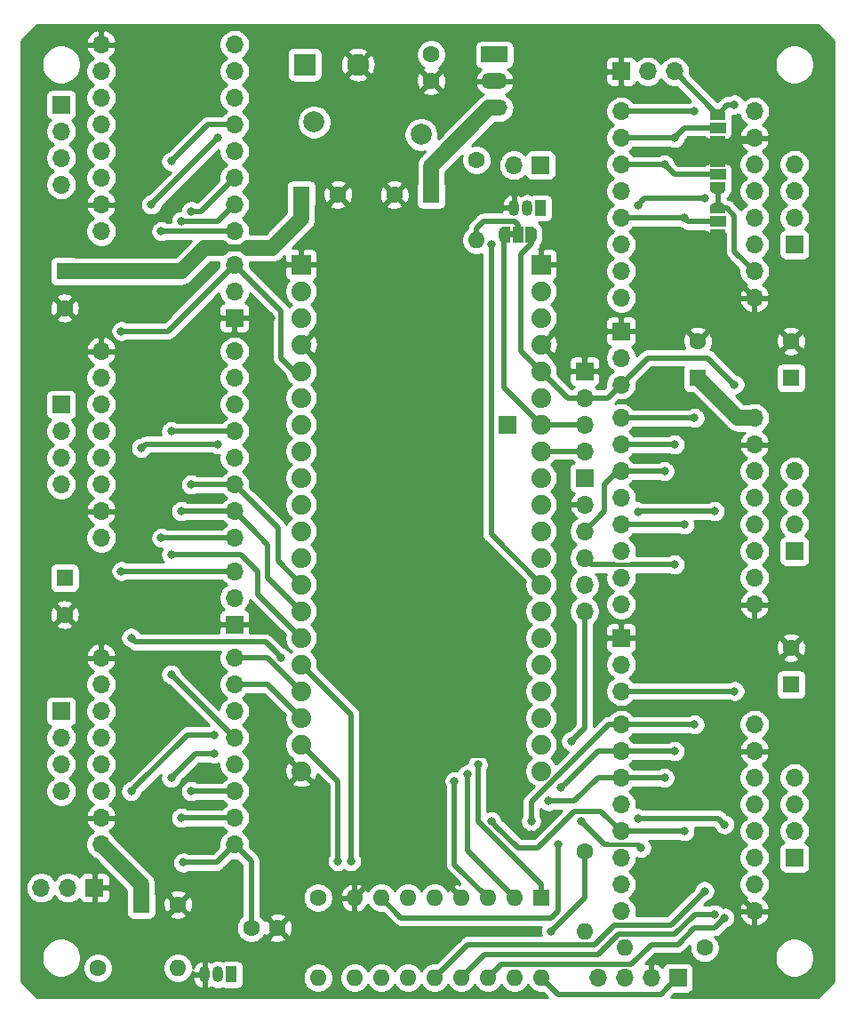
<source format=gbr>
G04 #@! TF.GenerationSoftware,KiCad,Pcbnew,(5.1.5-0-10_14)*
G04 #@! TF.CreationDate,2020-03-27T13:42:05+01:00*
G04 #@! TF.ProjectId,brett,62726574-742e-46b6-9963-61645f706362,A*
G04 #@! TF.SameCoordinates,Original*
G04 #@! TF.FileFunction,Copper,L2,Bot*
G04 #@! TF.FilePolarity,Positive*
%FSLAX46Y46*%
G04 Gerber Fmt 4.6, Leading zero omitted, Abs format (unit mm)*
G04 Created by KiCad (PCBNEW (5.1.5-0-10_14)) date 2020-03-27 13:42:05*
%MOMM*%
%LPD*%
G04 APERTURE LIST*
%ADD10C,0.100000*%
%ADD11O,1.700000X1.700000*%
%ADD12R,1.700000X1.700000*%
%ADD13R,1.879600X1.879600*%
%ADD14C,1.879600*%
%ADD15O,1.600000X1.600000*%
%ADD16R,1.600000X1.600000*%
%ADD17C,1.600000*%
%ADD18O,2.500000X1.500000*%
%ADD19R,2.500000X1.500000*%
%ADD20R,1.050000X1.500000*%
%ADD21O,1.050000X1.500000*%
%ADD22R,1.500000X1.000000*%
%ADD23R,1.000000X1.500000*%
%ADD24C,2.100000*%
%ADD25R,2.100000X2.100000*%
%ADD26C,2.010000*%
%ADD27C,0.800000*%
%ADD28C,0.500000*%
%ADD29C,1.500000*%
%ADD30C,0.700000*%
%ADD31C,0.400000*%
%ADD32C,0.254000*%
G04 APERTURE END LIST*
D10*
G36*
X93397500Y-69197500D02*
G01*
X93897500Y-69197500D01*
X93897500Y-68597500D01*
X93397500Y-68597500D01*
X93397500Y-69197500D01*
G37*
D11*
X100647500Y-104775000D03*
X100647500Y-102235000D03*
X100647500Y-99695000D03*
X100647500Y-97155000D03*
X100647500Y-94615000D03*
D12*
X100647500Y-92075000D03*
D11*
X100647500Y-89535000D03*
X100647500Y-86995000D03*
X100647500Y-84455000D03*
D12*
X100647500Y-81915000D03*
D13*
X73660000Y-71755000D03*
D14*
X73660000Y-74295000D03*
X73660000Y-76835000D03*
X73660000Y-79375000D03*
X73660000Y-81915000D03*
X73660000Y-84455000D03*
X73660000Y-86995000D03*
X73660000Y-89535000D03*
X73660000Y-92075000D03*
X73660000Y-94615000D03*
X73660000Y-97155000D03*
X73660000Y-99695000D03*
X73660000Y-102235000D03*
X73660000Y-104775000D03*
X73660000Y-107315000D03*
X73660000Y-109855000D03*
X73660000Y-112395000D03*
X73660000Y-114935000D03*
X73660000Y-117475000D03*
X73660000Y-120015000D03*
X96520000Y-120015000D03*
X96520000Y-117475000D03*
X96520000Y-114935000D03*
X96520000Y-112395000D03*
X96520000Y-109855000D03*
X96520000Y-107315000D03*
X96520000Y-104775000D03*
X96520000Y-102235000D03*
X96520000Y-99695000D03*
X96520000Y-97155000D03*
X96520000Y-94615000D03*
X96520000Y-92075000D03*
X96520000Y-89535000D03*
X96520000Y-86995000D03*
X96520000Y-84455000D03*
X96520000Y-81915000D03*
X96520000Y-79375000D03*
X96520000Y-76835000D03*
X96520000Y-74295000D03*
D13*
X96520000Y-71755000D03*
D15*
X96520000Y-139700000D03*
X78740000Y-132080000D03*
X93980000Y-139700000D03*
X81280000Y-132080000D03*
X91440000Y-139700000D03*
X83820000Y-132080000D03*
X88900000Y-139700000D03*
X86360000Y-132080000D03*
X86360000Y-139700000D03*
X88900000Y-132080000D03*
X83820000Y-139700000D03*
X91440000Y-132080000D03*
X81280000Y-139700000D03*
X93980000Y-132080000D03*
X78740000Y-139700000D03*
D16*
X96520000Y-132080000D03*
D11*
X104140000Y-74930000D03*
X104140000Y-72390000D03*
X104140000Y-69850000D03*
X104140000Y-67310000D03*
X104140000Y-64770000D03*
X104140000Y-62230000D03*
X104140000Y-59690000D03*
X104140000Y-57150000D03*
X116840000Y-57150000D03*
X116840000Y-59690000D03*
X116840000Y-62230000D03*
X116840000Y-64770000D03*
X116840000Y-67310000D03*
X116840000Y-69850000D03*
X116840000Y-72390000D03*
X116840000Y-74930000D03*
X104140000Y-104140000D03*
X104140000Y-101600000D03*
X104140000Y-99060000D03*
X104140000Y-96520000D03*
X104140000Y-93980000D03*
X104140000Y-91440000D03*
X104140000Y-88900000D03*
X104140000Y-86360000D03*
X116840000Y-86360000D03*
X116840000Y-88900000D03*
X116840000Y-91440000D03*
X116840000Y-93980000D03*
X116840000Y-96520000D03*
X116840000Y-99060000D03*
X116840000Y-101600000D03*
X116840000Y-104140000D03*
X104140000Y-133350000D03*
X104140000Y-130810000D03*
X104140000Y-128270000D03*
X104140000Y-125730000D03*
X104140000Y-123190000D03*
X104140000Y-120650000D03*
X104140000Y-118110000D03*
X104140000Y-115570000D03*
X116840000Y-115570000D03*
X116840000Y-118110000D03*
X116840000Y-120650000D03*
X116840000Y-123190000D03*
X116840000Y-125730000D03*
X116840000Y-128270000D03*
X116840000Y-130810000D03*
X116840000Y-133350000D03*
X67310000Y-109220000D03*
X67310000Y-111760000D03*
X67310000Y-114300000D03*
X67310000Y-116840000D03*
X67310000Y-119380000D03*
X67310000Y-121920000D03*
X67310000Y-124460000D03*
X67310000Y-127000000D03*
X54610000Y-127000000D03*
X54610000Y-124460000D03*
X54610000Y-121920000D03*
X54610000Y-119380000D03*
X54610000Y-116840000D03*
X54610000Y-114300000D03*
X54610000Y-111760000D03*
X54610000Y-109220000D03*
X67310000Y-80010000D03*
X67310000Y-82550000D03*
X67310000Y-85090000D03*
X67310000Y-87630000D03*
X67310000Y-90170000D03*
X67310000Y-92710000D03*
X67310000Y-95250000D03*
X67310000Y-97790000D03*
X54610000Y-97790000D03*
X54610000Y-95250000D03*
X54610000Y-92710000D03*
X54610000Y-90170000D03*
X54610000Y-87630000D03*
X54610000Y-85090000D03*
X54610000Y-82550000D03*
X54610000Y-80010000D03*
X50800000Y-92710000D03*
X50800000Y-90170000D03*
X50800000Y-87630000D03*
D12*
X50800000Y-85090000D03*
D11*
X67310000Y-100965000D03*
X67310000Y-103505000D03*
D12*
X67310000Y-106045000D03*
D17*
X51117500Y-105100000D03*
D16*
X51117500Y-101600000D03*
D11*
X67310000Y-50800000D03*
X67310000Y-53340000D03*
X67310000Y-55880000D03*
X67310000Y-58420000D03*
X67310000Y-60960000D03*
X67310000Y-63500000D03*
X67310000Y-66040000D03*
X67310000Y-68580000D03*
X54610000Y-68580000D03*
X54610000Y-66040000D03*
X54610000Y-63500000D03*
X54610000Y-60960000D03*
X54610000Y-58420000D03*
X54610000Y-55880000D03*
X54610000Y-53340000D03*
X54610000Y-50800000D03*
X120650000Y-62230000D03*
X120650000Y-64770000D03*
X120650000Y-67310000D03*
D12*
X120650000Y-69850000D03*
D11*
X120650000Y-91440000D03*
X120650000Y-93980000D03*
X120650000Y-96520000D03*
D12*
X120650000Y-99060000D03*
D11*
X120650000Y-120650000D03*
X120650000Y-123190000D03*
X120650000Y-125730000D03*
D12*
X120650000Y-128270000D03*
D11*
X50800000Y-121920000D03*
X50800000Y-119380000D03*
X50800000Y-116840000D03*
D12*
X50800000Y-114300000D03*
X93345000Y-86995000D03*
D11*
X109220000Y-53340000D03*
X106680000Y-53340000D03*
D12*
X104140000Y-53340000D03*
D11*
X104140000Y-83185000D03*
X104140000Y-80645000D03*
D12*
X104140000Y-78105000D03*
D11*
X104140000Y-112395000D03*
X104140000Y-109855000D03*
D12*
X104140000Y-107315000D03*
D11*
X48895000Y-131127500D03*
X51435000Y-131127500D03*
D12*
X53975000Y-131127500D03*
D17*
X111442500Y-79050000D03*
D16*
X111442500Y-82550000D03*
D17*
X120332500Y-79050000D03*
D16*
X120332500Y-82550000D03*
D17*
X120332500Y-108260000D03*
D16*
X120332500Y-111760000D03*
D17*
X61920000Y-132715000D03*
D16*
X58420000Y-132715000D03*
D12*
X50800000Y-56515000D03*
D11*
X50800000Y-59055000D03*
X50800000Y-61595000D03*
X50800000Y-64135000D03*
X67310000Y-71755000D03*
X67310000Y-74295000D03*
D12*
X67310000Y-76835000D03*
D17*
X71397500Y-134937500D03*
X68897500Y-134937500D03*
D16*
X51117500Y-72390000D03*
D17*
X51117500Y-75890000D03*
D18*
X92075000Y-56832500D03*
X92075000Y-54292500D03*
D19*
X92075000Y-51752500D03*
D15*
X90360500Y-69405500D03*
D17*
X90360500Y-61785500D03*
D15*
X104457500Y-136842500D03*
D17*
X112077500Y-136842500D03*
D15*
X100647500Y-135255000D03*
D17*
X100647500Y-127635000D03*
D15*
X75247500Y-139700000D03*
D17*
X75247500Y-132080000D03*
D15*
X61912500Y-138747500D03*
D17*
X54292500Y-138747500D03*
D20*
X96456500Y-66357500D03*
D21*
X93916500Y-66357500D03*
X95186500Y-66357500D03*
D20*
X66992500Y-139382500D03*
D21*
X64452500Y-139382500D03*
X65722500Y-139382500D03*
D22*
X113347500Y-63182500D03*
G04 #@! TA.AperFunction,SMDPad,CuDef*
D10*
G36*
X114096898Y-64482500D02*
G01*
X114096898Y-64507034D01*
X114092088Y-64555865D01*
X114082516Y-64603990D01*
X114068272Y-64650945D01*
X114049495Y-64696278D01*
X114026364Y-64739551D01*
X113999104Y-64780350D01*
X113967976Y-64818279D01*
X113933279Y-64852976D01*
X113895350Y-64884104D01*
X113854551Y-64911364D01*
X113811278Y-64934495D01*
X113765945Y-64953272D01*
X113718990Y-64967516D01*
X113670865Y-64977088D01*
X113622034Y-64981898D01*
X113597500Y-64981898D01*
X113597500Y-64982500D01*
X113097500Y-64982500D01*
X113097500Y-64981898D01*
X113072966Y-64981898D01*
X113024135Y-64977088D01*
X112976010Y-64967516D01*
X112929055Y-64953272D01*
X112883722Y-64934495D01*
X112840449Y-64911364D01*
X112799650Y-64884104D01*
X112761721Y-64852976D01*
X112727024Y-64818279D01*
X112695896Y-64780350D01*
X112668636Y-64739551D01*
X112645505Y-64696278D01*
X112626728Y-64650945D01*
X112612484Y-64603990D01*
X112602912Y-64555865D01*
X112598102Y-64507034D01*
X112598102Y-64482500D01*
X112597500Y-64482500D01*
X112597500Y-63932500D01*
X114097500Y-63932500D01*
X114097500Y-64482500D01*
X114096898Y-64482500D01*
G37*
G04 #@! TD.AperFunction*
G04 #@! TA.AperFunction,SMDPad,CuDef*
G36*
X112597500Y-62432500D02*
G01*
X112597500Y-61882500D01*
X112598102Y-61882500D01*
X112598102Y-61857966D01*
X112602912Y-61809135D01*
X112612484Y-61761010D01*
X112626728Y-61714055D01*
X112645505Y-61668722D01*
X112668636Y-61625449D01*
X112695896Y-61584650D01*
X112727024Y-61546721D01*
X112761721Y-61512024D01*
X112799650Y-61480896D01*
X112840449Y-61453636D01*
X112883722Y-61430505D01*
X112929055Y-61411728D01*
X112976010Y-61397484D01*
X113024135Y-61387912D01*
X113072966Y-61383102D01*
X113097500Y-61383102D01*
X113097500Y-61382500D01*
X113597500Y-61382500D01*
X113597500Y-61383102D01*
X113622034Y-61383102D01*
X113670865Y-61387912D01*
X113718990Y-61397484D01*
X113765945Y-61411728D01*
X113811278Y-61430505D01*
X113854551Y-61453636D01*
X113895350Y-61480896D01*
X113933279Y-61512024D01*
X113967976Y-61546721D01*
X113999104Y-61584650D01*
X114026364Y-61625449D01*
X114049495Y-61668722D01*
X114068272Y-61714055D01*
X114082516Y-61761010D01*
X114092088Y-61809135D01*
X114096898Y-61857966D01*
X114096898Y-61882500D01*
X114097500Y-61882500D01*
X114097500Y-62432500D01*
X112597500Y-62432500D01*
G37*
G04 #@! TD.AperFunction*
D22*
X113347500Y-58737500D03*
G04 #@! TA.AperFunction,SMDPad,CuDef*
D10*
G36*
X112598102Y-57437500D02*
G01*
X112598102Y-57412966D01*
X112602912Y-57364135D01*
X112612484Y-57316010D01*
X112626728Y-57269055D01*
X112645505Y-57223722D01*
X112668636Y-57180449D01*
X112695896Y-57139650D01*
X112727024Y-57101721D01*
X112761721Y-57067024D01*
X112799650Y-57035896D01*
X112840449Y-57008636D01*
X112883722Y-56985505D01*
X112929055Y-56966728D01*
X112976010Y-56952484D01*
X113024135Y-56942912D01*
X113072966Y-56938102D01*
X113097500Y-56938102D01*
X113097500Y-56937500D01*
X113597500Y-56937500D01*
X113597500Y-56938102D01*
X113622034Y-56938102D01*
X113670865Y-56942912D01*
X113718990Y-56952484D01*
X113765945Y-56966728D01*
X113811278Y-56985505D01*
X113854551Y-57008636D01*
X113895350Y-57035896D01*
X113933279Y-57067024D01*
X113967976Y-57101721D01*
X113999104Y-57139650D01*
X114026364Y-57180449D01*
X114049495Y-57223722D01*
X114068272Y-57269055D01*
X114082516Y-57316010D01*
X114092088Y-57364135D01*
X114096898Y-57412966D01*
X114096898Y-57437500D01*
X114097500Y-57437500D01*
X114097500Y-57987500D01*
X112597500Y-57987500D01*
X112597500Y-57437500D01*
X112598102Y-57437500D01*
G37*
G04 #@! TD.AperFunction*
G04 #@! TA.AperFunction,SMDPad,CuDef*
G36*
X114097500Y-59487500D02*
G01*
X114097500Y-60037500D01*
X114096898Y-60037500D01*
X114096898Y-60062034D01*
X114092088Y-60110865D01*
X114082516Y-60158990D01*
X114068272Y-60205945D01*
X114049495Y-60251278D01*
X114026364Y-60294551D01*
X113999104Y-60335350D01*
X113967976Y-60373279D01*
X113933279Y-60407976D01*
X113895350Y-60439104D01*
X113854551Y-60466364D01*
X113811278Y-60489495D01*
X113765945Y-60508272D01*
X113718990Y-60522516D01*
X113670865Y-60532088D01*
X113622034Y-60536898D01*
X113597500Y-60536898D01*
X113597500Y-60537500D01*
X113097500Y-60537500D01*
X113097500Y-60536898D01*
X113072966Y-60536898D01*
X113024135Y-60532088D01*
X112976010Y-60522516D01*
X112929055Y-60508272D01*
X112883722Y-60489495D01*
X112840449Y-60466364D01*
X112799650Y-60439104D01*
X112761721Y-60407976D01*
X112727024Y-60373279D01*
X112695896Y-60335350D01*
X112668636Y-60294551D01*
X112645505Y-60251278D01*
X112626728Y-60205945D01*
X112612484Y-60158990D01*
X112602912Y-60110865D01*
X112598102Y-60062034D01*
X112598102Y-60037500D01*
X112597500Y-60037500D01*
X112597500Y-59487500D01*
X114097500Y-59487500D01*
G37*
G04 #@! TD.AperFunction*
D22*
X113347500Y-67657500D03*
G04 #@! TA.AperFunction,SMDPad,CuDef*
D10*
G36*
X112598102Y-66357500D02*
G01*
X112598102Y-66332966D01*
X112602912Y-66284135D01*
X112612484Y-66236010D01*
X112626728Y-66189055D01*
X112645505Y-66143722D01*
X112668636Y-66100449D01*
X112695896Y-66059650D01*
X112727024Y-66021721D01*
X112761721Y-65987024D01*
X112799650Y-65955896D01*
X112840449Y-65928636D01*
X112883722Y-65905505D01*
X112929055Y-65886728D01*
X112976010Y-65872484D01*
X113024135Y-65862912D01*
X113072966Y-65858102D01*
X113097500Y-65858102D01*
X113097500Y-65857500D01*
X113597500Y-65857500D01*
X113597500Y-65858102D01*
X113622034Y-65858102D01*
X113670865Y-65862912D01*
X113718990Y-65872484D01*
X113765945Y-65886728D01*
X113811278Y-65905505D01*
X113854551Y-65928636D01*
X113895350Y-65955896D01*
X113933279Y-65987024D01*
X113967976Y-66021721D01*
X113999104Y-66059650D01*
X114026364Y-66100449D01*
X114049495Y-66143722D01*
X114068272Y-66189055D01*
X114082516Y-66236010D01*
X114092088Y-66284135D01*
X114096898Y-66332966D01*
X114096898Y-66357500D01*
X114097500Y-66357500D01*
X114097500Y-66907500D01*
X112597500Y-66907500D01*
X112597500Y-66357500D01*
X112598102Y-66357500D01*
G37*
G04 #@! TD.AperFunction*
G04 #@! TA.AperFunction,SMDPad,CuDef*
G36*
X114097500Y-68407500D02*
G01*
X114097500Y-68957500D01*
X114096898Y-68957500D01*
X114096898Y-68982034D01*
X114092088Y-69030865D01*
X114082516Y-69078990D01*
X114068272Y-69125945D01*
X114049495Y-69171278D01*
X114026364Y-69214551D01*
X113999104Y-69255350D01*
X113967976Y-69293279D01*
X113933279Y-69327976D01*
X113895350Y-69359104D01*
X113854551Y-69386364D01*
X113811278Y-69409495D01*
X113765945Y-69428272D01*
X113718990Y-69442516D01*
X113670865Y-69452088D01*
X113622034Y-69456898D01*
X113597500Y-69456898D01*
X113597500Y-69457500D01*
X113097500Y-69457500D01*
X113097500Y-69456898D01*
X113072966Y-69456898D01*
X113024135Y-69452088D01*
X112976010Y-69442516D01*
X112929055Y-69428272D01*
X112883722Y-69409495D01*
X112840449Y-69386364D01*
X112799650Y-69359104D01*
X112761721Y-69327976D01*
X112727024Y-69293279D01*
X112695896Y-69255350D01*
X112668636Y-69214551D01*
X112645505Y-69171278D01*
X112626728Y-69125945D01*
X112612484Y-69078990D01*
X112602912Y-69030865D01*
X112598102Y-68982034D01*
X112598102Y-68957500D01*
X112597500Y-68957500D01*
X112597500Y-68407500D01*
X114097500Y-68407500D01*
G37*
G04 #@! TD.AperFunction*
G04 #@! TA.AperFunction,SMDPad,CuDef*
G36*
X93547500Y-69647500D02*
G01*
X92997500Y-69647500D01*
X92997500Y-69646898D01*
X92972966Y-69646898D01*
X92924135Y-69642088D01*
X92876010Y-69632516D01*
X92829055Y-69618272D01*
X92783722Y-69599495D01*
X92740449Y-69576364D01*
X92699650Y-69549104D01*
X92661721Y-69517976D01*
X92627024Y-69483279D01*
X92595896Y-69445350D01*
X92568636Y-69404551D01*
X92545505Y-69361278D01*
X92526728Y-69315945D01*
X92512484Y-69268990D01*
X92502912Y-69220865D01*
X92498102Y-69172034D01*
X92498102Y-69147500D01*
X92497500Y-69147500D01*
X92497500Y-68647500D01*
X92498102Y-68647500D01*
X92498102Y-68622966D01*
X92502912Y-68574135D01*
X92512484Y-68526010D01*
X92526728Y-68479055D01*
X92545505Y-68433722D01*
X92568636Y-68390449D01*
X92595896Y-68349650D01*
X92627024Y-68311721D01*
X92661721Y-68277024D01*
X92699650Y-68245896D01*
X92740449Y-68218636D01*
X92783722Y-68195505D01*
X92829055Y-68176728D01*
X92876010Y-68162484D01*
X92924135Y-68152912D01*
X92972966Y-68148102D01*
X92997500Y-68148102D01*
X92997500Y-68147500D01*
X93547500Y-68147500D01*
X93547500Y-69647500D01*
G37*
G04 #@! TD.AperFunction*
D23*
X94297500Y-68897500D03*
G04 #@! TA.AperFunction,SMDPad,CuDef*
D10*
G36*
X95597500Y-68148102D02*
G01*
X95622034Y-68148102D01*
X95670865Y-68152912D01*
X95718990Y-68162484D01*
X95765945Y-68176728D01*
X95811278Y-68195505D01*
X95854551Y-68218636D01*
X95895350Y-68245896D01*
X95933279Y-68277024D01*
X95967976Y-68311721D01*
X95999104Y-68349650D01*
X96026364Y-68390449D01*
X96049495Y-68433722D01*
X96068272Y-68479055D01*
X96082516Y-68526010D01*
X96092088Y-68574135D01*
X96096898Y-68622966D01*
X96096898Y-68647500D01*
X96097500Y-68647500D01*
X96097500Y-69147500D01*
X96096898Y-69147500D01*
X96096898Y-69172034D01*
X96092088Y-69220865D01*
X96082516Y-69268990D01*
X96068272Y-69315945D01*
X96049495Y-69361278D01*
X96026364Y-69404551D01*
X95999104Y-69445350D01*
X95967976Y-69483279D01*
X95933279Y-69517976D01*
X95895350Y-69549104D01*
X95854551Y-69576364D01*
X95811278Y-69599495D01*
X95765945Y-69618272D01*
X95718990Y-69632516D01*
X95670865Y-69642088D01*
X95622034Y-69646898D01*
X95597500Y-69646898D01*
X95597500Y-69647500D01*
X95047500Y-69647500D01*
X95047500Y-68147500D01*
X95597500Y-68147500D01*
X95597500Y-68148102D01*
G37*
G04 #@! TD.AperFunction*
D11*
X93916500Y-62293500D03*
D12*
X96456500Y-62293500D03*
D11*
X101917500Y-139700000D03*
X104457500Y-139700000D03*
X106997500Y-139700000D03*
D12*
X109537500Y-139700000D03*
D24*
X79057500Y-52705000D03*
D25*
X73977500Y-52705000D03*
D26*
X74890000Y-58172500D03*
X85090000Y-59372500D03*
D17*
X82542500Y-65087500D03*
D16*
X86042500Y-65087500D03*
D17*
X86042500Y-54252500D03*
X86042500Y-51752500D03*
X77160000Y-65087500D03*
D16*
X73660000Y-65087500D03*
D27*
X95567500Y-126047500D03*
X65405000Y-93980000D03*
X65405000Y-123190000D03*
X106045000Y-119380000D03*
X106045000Y-90170000D03*
X106045000Y-60960000D03*
X70802500Y-76835000D03*
X67310000Y-76835000D03*
X65722493Y-62260007D03*
X108267500Y-133032500D03*
X60325000Y-97790000D03*
X111125000Y-115570000D03*
X111125000Y-86360000D03*
X111125000Y-57150000D03*
X62423394Y-128711606D03*
X60325000Y-68580000D03*
X95567488Y-124777500D03*
X56515000Y-100965000D03*
X114935000Y-112395000D03*
X114935000Y-83185000D03*
X114935000Y-56515000D03*
X56515000Y-78104980D03*
X97472500Y-135255000D03*
X63182500Y-92710000D03*
X63182500Y-121920000D03*
X108267500Y-120650000D03*
X108267500Y-91440000D03*
X108267500Y-62230000D03*
X63182500Y-66675000D03*
X97224279Y-122872496D03*
X62230000Y-95250000D03*
X62230000Y-124460000D03*
X109220000Y-118110000D03*
X109220000Y-88900000D03*
X109220000Y-59690000D03*
X62230000Y-67627500D03*
X109220000Y-100330000D03*
X98425000Y-121602500D03*
X61277500Y-87630000D03*
X110172500Y-125730000D03*
X110172500Y-96520000D03*
X110172500Y-67310000D03*
X61277500Y-61912488D03*
X61277500Y-110807492D03*
X61277500Y-99377500D03*
X91757492Y-124777500D03*
X77152500Y-128587500D03*
X57467500Y-107315000D03*
X71755000Y-109220000D03*
X90487500Y-119380006D03*
X89487487Y-120332536D03*
X88265000Y-120967500D03*
X100330000Y-124777500D03*
X106045000Y-127317500D03*
X91757500Y-69831998D03*
X65405000Y-116552500D03*
X57467500Y-121920000D03*
X58420000Y-89217500D03*
X65722503Y-88869997D03*
X65405000Y-118367500D03*
X61277500Y-120650000D03*
X59372500Y-66040000D03*
X65722496Y-59660004D03*
X78400672Y-128587500D03*
X113982500Y-133985000D03*
X113982500Y-125095000D03*
X105727501Y-124489999D03*
X113030000Y-95250000D03*
X113030000Y-133667500D03*
X105727506Y-95279994D03*
X112077500Y-65405000D03*
X105727472Y-66070028D03*
X112077500Y-131444990D03*
X99377500Y-117157500D03*
X98107500Y-126999988D03*
D28*
X113347500Y-71437500D02*
X116840000Y-74930000D01*
X113347500Y-68957500D02*
X113347500Y-71437500D01*
X113347500Y-61882500D02*
X113347500Y-60037500D01*
X116492500Y-60037500D02*
X116840000Y-59690000D01*
X113347500Y-60037500D02*
X116492500Y-60037500D01*
X70802500Y-76835000D02*
X67310000Y-76835000D01*
X113347500Y-129857500D02*
X116840000Y-133350000D01*
X111442500Y-129857500D02*
X113347500Y-129857500D01*
X108267500Y-133032500D02*
X111442500Y-129857500D01*
X79539999Y-131280001D02*
X78740000Y-132080000D01*
X83820000Y-127000000D02*
X79539999Y-131280001D01*
X88797495Y-118530005D02*
X83820000Y-123507500D01*
X95567500Y-126047500D02*
X94615000Y-126047500D01*
X93027500Y-124460000D02*
X93027500Y-119380000D01*
X92177505Y-118530005D02*
X88797495Y-118530005D01*
X93027500Y-119380000D02*
X92177505Y-118530005D01*
X83820000Y-123507500D02*
X83820000Y-127000000D01*
X94615000Y-126047500D02*
X93027500Y-124460000D01*
X88900000Y-132080000D02*
X83820000Y-127000000D01*
X67310000Y-97790000D02*
X60325000Y-97790000D01*
X104140000Y-115570000D02*
X111125000Y-115570000D01*
X104140000Y-86360000D02*
X111125000Y-86360000D01*
X104140000Y-57150000D02*
X111125000Y-57150000D01*
X67310000Y-68580000D02*
X60325000Y-68580000D01*
X65598394Y-128711606D02*
X67310000Y-127000000D01*
X62423394Y-128711606D02*
X65598394Y-128711606D01*
X104140000Y-115570000D02*
X102937919Y-115570000D01*
X102937919Y-115570000D02*
X95567488Y-122940431D01*
X95567488Y-124211815D02*
X95567488Y-124777500D01*
X95567488Y-122940431D02*
X95567488Y-124211815D01*
X68897500Y-128587500D02*
X67310000Y-127000000D01*
X68897500Y-134937500D02*
X68897500Y-128587500D01*
D29*
X64452500Y-70167500D02*
X66040000Y-70167500D01*
X62230000Y-72390000D02*
X64452500Y-70167500D01*
X51117500Y-72390000D02*
X62230000Y-72390000D01*
X73660000Y-67387500D02*
X73660000Y-65087500D01*
X70880000Y-70167500D02*
X73660000Y-67387500D01*
X68580000Y-70167500D02*
X70880000Y-70167500D01*
D30*
X66040000Y-70167500D02*
X68580000Y-70167500D01*
D29*
X115252500Y-86360000D02*
X116840000Y-86360000D01*
X111442500Y-82550000D02*
X115252500Y-86360000D01*
X58420000Y-130810000D02*
X58420000Y-132715000D01*
X54610000Y-127000000D02*
X58420000Y-130810000D01*
D28*
X67310000Y-100965000D02*
X56515000Y-100965000D01*
X104140000Y-112395000D02*
X114935000Y-112395000D01*
X116840000Y-72390000D02*
X114935000Y-70485000D01*
X114195092Y-66357500D02*
X113347500Y-66357500D01*
X114935000Y-67097408D02*
X114195092Y-66357500D01*
X114935000Y-70485000D02*
X114935000Y-67097408D01*
X113347500Y-64482500D02*
X113347500Y-66357500D01*
X99060000Y-84455000D02*
X100965000Y-84455000D01*
X96520000Y-81915000D02*
X99060000Y-84455000D01*
X114369315Y-56515000D02*
X114935000Y-56515000D01*
X114270000Y-56515000D02*
X114369315Y-56515000D01*
X113347500Y-57437500D02*
X114270000Y-56515000D01*
X67310000Y-71755000D02*
X60960020Y-78104980D01*
X57080685Y-78104980D02*
X56515000Y-78104980D01*
X60960020Y-78104980D02*
X57080685Y-78104980D01*
X102870000Y-84455000D02*
X104140000Y-83185000D01*
X100647500Y-84455000D02*
X102870000Y-84455000D01*
X113317500Y-57437500D02*
X113347500Y-57437500D01*
X109220000Y-53340000D02*
X113317500Y-57437500D01*
X71755000Y-80645000D02*
X73025000Y-81915000D01*
X71755000Y-76200000D02*
X71755000Y-80645000D01*
X73025000Y-81915000D02*
X73660000Y-81915000D01*
X67310000Y-71755000D02*
X71755000Y-76200000D01*
X95597500Y-69745092D02*
X95597500Y-68897500D01*
X94615000Y-80010000D02*
X94615000Y-70727592D01*
X96520000Y-81915000D02*
X94615000Y-80010000D01*
X112395000Y-80645000D02*
X114935000Y-83185000D01*
X106680000Y-80645000D02*
X112395000Y-80645000D01*
X104140000Y-83185000D02*
X106680000Y-80645000D01*
X94615000Y-70727592D02*
X95597500Y-69745092D01*
X97872499Y-134855001D02*
X97472500Y-135255000D01*
X100647500Y-132080000D02*
X97872499Y-134855001D01*
X100647500Y-127635000D02*
X100647500Y-132080000D01*
X108585000Y-140652500D02*
X109537500Y-139700000D01*
X107950000Y-141287500D02*
X108585000Y-140652500D01*
X98107500Y-141287500D02*
X107950000Y-141287500D01*
X96520000Y-139700000D02*
X98107500Y-141287500D01*
X92075000Y-56832500D02*
X92575000Y-56832500D01*
D29*
X91575000Y-56832500D02*
X86042500Y-62365000D01*
X86042500Y-62365000D02*
X86042500Y-65087500D01*
X92075000Y-56832500D02*
X91575000Y-56832500D01*
D28*
X96520000Y-89535000D02*
X100965000Y-89535000D01*
X67310000Y-92710000D02*
X63182500Y-92710000D01*
X67310000Y-121920000D02*
X63182500Y-121920000D01*
X104140000Y-120650000D02*
X108267500Y-120650000D01*
X104140000Y-91440000D02*
X108267500Y-91440000D01*
X104140000Y-62230000D02*
X108267500Y-62230000D01*
X109220000Y-63182500D02*
X113347500Y-63182500D01*
X108267500Y-62230000D02*
X109220000Y-63182500D01*
X67310000Y-63500000D02*
X64135000Y-66675000D01*
X64135000Y-66675000D02*
X63748185Y-66675000D01*
X63748185Y-66675000D02*
X63182500Y-66675000D01*
X71437500Y-96837500D02*
X67310000Y-92710000D01*
X71437500Y-100012500D02*
X71437500Y-96837500D01*
X73660000Y-102235000D02*
X71437500Y-100012500D01*
X101917500Y-120650000D02*
X102235000Y-120650000D01*
X99695004Y-122872496D02*
X101917500Y-120650000D01*
X102235000Y-120650000D02*
X104140000Y-120650000D01*
X97224279Y-122872496D02*
X99695004Y-122872496D01*
X102552500Y-95250000D02*
X100647500Y-97155000D01*
X102552500Y-92710000D02*
X102552500Y-95250000D01*
X103822500Y-91440000D02*
X102552500Y-92710000D01*
X104140000Y-91440000D02*
X103822500Y-91440000D01*
X67310000Y-95250000D02*
X62230000Y-95250000D01*
X67310000Y-124460000D02*
X62230000Y-124460000D01*
X104140000Y-118110000D02*
X109220000Y-118110000D01*
X104140000Y-88900000D02*
X109220000Y-88900000D01*
X104140000Y-59690000D02*
X109220000Y-59690000D01*
X110172500Y-58737500D02*
X113347500Y-58737500D01*
X109220000Y-59690000D02*
X110172500Y-58737500D01*
X67310000Y-66040000D02*
X65722500Y-67627500D01*
X65722500Y-67627500D02*
X62795685Y-67627500D01*
X62795685Y-67627500D02*
X62230000Y-67627500D01*
X68897500Y-96837500D02*
X67310000Y-95250000D01*
X70485000Y-101600000D02*
X70485000Y-98425000D01*
X70485000Y-98425000D02*
X68897500Y-96837500D01*
X73660000Y-104775000D02*
X70485000Y-101600000D01*
X100647500Y-99695000D02*
X101282500Y-100330000D01*
X101282500Y-100330000D02*
X103505000Y-100330000D01*
D31*
X103505000Y-100330000D02*
X105092500Y-100330000D01*
D28*
X105092500Y-100330000D02*
X109220000Y-100330000D01*
X98824999Y-121202501D02*
X98425000Y-121602500D01*
X101917500Y-118110000D02*
X98824999Y-121202501D01*
X104140000Y-118110000D02*
X101917500Y-118110000D01*
X67310000Y-87630000D02*
X61277500Y-87630000D01*
X104140000Y-125730000D02*
X110172500Y-125730000D01*
X104140000Y-96520000D02*
X110172500Y-96520000D01*
X104140000Y-67310000D02*
X110172500Y-67310000D01*
X110520000Y-67657500D02*
X113347500Y-67657500D01*
X110172500Y-67310000D02*
X110520000Y-67657500D01*
X64769988Y-58420000D02*
X61677499Y-61512489D01*
X61677499Y-61512489D02*
X61277500Y-61912488D01*
X67310000Y-58420000D02*
X64769988Y-58420000D01*
X61277500Y-110807500D02*
X61277500Y-110807492D01*
X67310000Y-116840000D02*
X61277500Y-110807500D01*
X61843185Y-99377500D02*
X61277500Y-99377500D01*
X67945000Y-99377500D02*
X61843185Y-99377500D01*
X69532500Y-100965000D02*
X67945000Y-99377500D01*
X69532500Y-103187500D02*
X69532500Y-100965000D01*
X73660000Y-107315000D02*
X69532500Y-103187500D01*
X92157491Y-125177499D02*
X91757492Y-124777500D01*
X94297492Y-127317500D02*
X92157491Y-125177499D01*
X104140000Y-125730000D02*
X102235000Y-123825000D01*
X96202500Y-127317500D02*
X94297492Y-127317500D01*
X99695000Y-123825000D02*
X96202500Y-127317500D01*
X102235000Y-123825000D02*
X99695000Y-123825000D01*
X96520000Y-86995000D02*
X100965000Y-86995000D01*
X92997500Y-83472500D02*
X92997500Y-68897500D01*
X96520000Y-86995000D02*
X92997500Y-83472500D01*
X77152500Y-128021815D02*
X77152500Y-128587500D01*
X77152500Y-120967500D02*
X77152500Y-128021815D01*
X73660000Y-117475000D02*
X77152500Y-120967500D01*
X70249999Y-107714999D02*
X71355001Y-108820001D01*
X57467500Y-107315000D02*
X57867499Y-107714999D01*
X57867499Y-107714999D02*
X70249999Y-107714999D01*
X71355001Y-108820001D02*
X71755000Y-109220000D01*
X96520000Y-132080000D02*
X96520000Y-130780000D01*
X96520000Y-130780000D02*
X90487500Y-124747500D01*
X90487500Y-124747500D02*
X90487500Y-119380006D01*
X89487487Y-127587487D02*
X89487487Y-120898221D01*
X93980000Y-132080000D02*
X89487487Y-127587487D01*
X89487487Y-120898221D02*
X89487487Y-120332536D01*
X88265000Y-121533185D02*
X88265000Y-120967500D01*
X91440000Y-132080000D02*
X88265000Y-128905000D01*
X88265000Y-128905000D02*
X88265000Y-121533185D01*
X90360500Y-68274130D02*
X91007130Y-67627500D01*
X90360500Y-69405500D02*
X90360500Y-68274130D01*
X93960000Y-67627500D02*
X94297500Y-67965000D01*
X94297500Y-67965000D02*
X94297500Y-69215000D01*
X91007130Y-67627500D02*
X93960000Y-67627500D01*
X70485000Y-111760000D02*
X67310000Y-111760000D01*
X73660000Y-114935000D02*
X70485000Y-111760000D01*
X70485000Y-109220000D02*
X67310000Y-109220000D01*
X73660000Y-112395000D02*
X70485000Y-109220000D01*
X100330000Y-124777500D02*
X102552500Y-127000000D01*
X102552500Y-127000000D02*
X102870000Y-127000000D01*
D31*
X105727500Y-127000000D02*
X106045000Y-127317500D01*
X102870000Y-127000000D02*
X105727500Y-127000000D01*
D28*
X96520000Y-102235000D02*
X91757500Y-97472500D01*
X91757500Y-97472500D02*
X91757500Y-76200000D01*
X91757500Y-69831998D02*
X91757500Y-76200000D01*
X65405000Y-116552500D02*
X62835000Y-116552500D01*
X62835000Y-116552500D02*
X57867499Y-121520001D01*
X57867499Y-121520001D02*
X57467500Y-121920000D01*
X58480000Y-89217500D02*
X58827503Y-88869997D01*
X58827503Y-88869997D02*
X65156818Y-88869997D01*
X65156818Y-88869997D02*
X65722503Y-88869997D01*
X63560000Y-118367500D02*
X61277500Y-120650000D01*
X65405000Y-118367500D02*
X63560000Y-118367500D01*
X59372500Y-66040000D02*
X65722496Y-59690004D01*
X65722496Y-59690004D02*
X65722496Y-59660004D01*
X73660000Y-109855000D02*
X78400672Y-114595672D01*
X78400672Y-114595672D02*
X78400672Y-128021815D01*
X78400672Y-128021815D02*
X78400672Y-128587500D01*
X113982500Y-125095000D02*
X113377499Y-124489999D01*
X113377499Y-124489999D02*
X106293186Y-124489999D01*
X106293186Y-124489999D02*
X105727501Y-124489999D01*
X92239999Y-138900001D02*
X91440000Y-139700000D01*
X92740001Y-138399999D02*
X92239999Y-138900001D01*
X109537500Y-136525000D02*
X106997500Y-136525000D01*
X105122501Y-138399999D02*
X92740001Y-138399999D01*
X113982500Y-133985000D02*
X113030000Y-134937500D01*
X111125000Y-134937500D02*
X109537500Y-136525000D01*
X113030000Y-134937500D02*
X111125000Y-134937500D01*
X106997500Y-136525000D02*
X105122501Y-138399999D01*
X113030000Y-95250000D02*
X105757500Y-95250000D01*
X105757500Y-95250000D02*
X105727506Y-95279994D01*
X91122500Y-137477500D02*
X88900000Y-139700000D01*
X109238726Y-135572500D02*
X103877498Y-135572500D01*
X101972498Y-137477500D02*
X91122500Y-137477500D01*
X111143726Y-133667500D02*
X109238726Y-135572500D01*
X103877498Y-135572500D02*
X101972498Y-137477500D01*
X113030000Y-133667500D02*
X111143726Y-133667500D01*
X112077500Y-65405000D02*
X106392500Y-65405000D01*
X106392500Y-65405000D02*
X106127471Y-65670029D01*
X106127471Y-65670029D02*
X105727472Y-66070028D01*
X87159999Y-138900001D02*
X86360000Y-139700000D01*
X89535000Y-136525000D02*
X87159999Y-138900001D01*
X103474999Y-134650001D02*
X101600000Y-136525000D01*
X108872494Y-134650001D02*
X103474999Y-134650001D01*
X112077500Y-131444995D02*
X108872494Y-134650001D01*
X101600000Y-136525000D02*
X89535000Y-136525000D01*
X112077500Y-131444990D02*
X112077500Y-131444995D01*
X100647500Y-104775000D02*
X100647500Y-115887500D01*
X100647500Y-115887500D02*
X99377500Y-117157500D01*
X98107500Y-133350000D02*
X98107500Y-127565673D01*
X81280000Y-132080000D02*
X83185000Y-133985000D01*
X83185000Y-133985000D02*
X97472500Y-133985000D01*
X98107500Y-127565673D02*
X98107500Y-126999988D01*
X97472500Y-133985000D02*
X98107500Y-133350000D01*
D32*
G36*
X124410001Y-50448738D02*
G01*
X124410000Y-140051263D01*
X122906264Y-141555000D01*
X108934079Y-141555000D01*
X109241532Y-141247547D01*
X109241536Y-141247542D01*
X109301006Y-141188072D01*
X110387500Y-141188072D01*
X110511982Y-141175812D01*
X110631680Y-141139502D01*
X110741994Y-141080537D01*
X110838685Y-141001185D01*
X110918037Y-140904494D01*
X110977002Y-140794180D01*
X111013312Y-140674482D01*
X111025572Y-140550000D01*
X111025572Y-138850000D01*
X111013312Y-138725518D01*
X110977002Y-138605820D01*
X110918037Y-138495506D01*
X110838685Y-138398815D01*
X110741994Y-138319463D01*
X110631680Y-138260498D01*
X110511982Y-138224188D01*
X110387500Y-138211928D01*
X108687500Y-138211928D01*
X108563018Y-138224188D01*
X108443320Y-138260498D01*
X108333006Y-138319463D01*
X108236315Y-138398815D01*
X108156963Y-138495506D01*
X108097998Y-138605820D01*
X108073534Y-138686466D01*
X107997769Y-138602412D01*
X107764420Y-138428359D01*
X107501599Y-138303175D01*
X107354390Y-138258524D01*
X107124500Y-138379845D01*
X107124500Y-139573000D01*
X107144500Y-139573000D01*
X107144500Y-139827000D01*
X107124500Y-139827000D01*
X107124500Y-139847000D01*
X106870500Y-139847000D01*
X106870500Y-139827000D01*
X106850500Y-139827000D01*
X106850500Y-139573000D01*
X106870500Y-139573000D01*
X106870500Y-138379845D01*
X106640610Y-138258524D01*
X106493401Y-138303175D01*
X106450441Y-138323637D01*
X107364079Y-137410000D01*
X109494031Y-137410000D01*
X109537500Y-137414281D01*
X109580969Y-137410000D01*
X109580977Y-137410000D01*
X109710990Y-137397195D01*
X109877813Y-137346589D01*
X110031559Y-137264411D01*
X110166317Y-137153817D01*
X110194034Y-137120044D01*
X110649847Y-136664232D01*
X110642500Y-136701165D01*
X110642500Y-136983835D01*
X110697647Y-137261074D01*
X110805820Y-137522227D01*
X110962863Y-137757259D01*
X111162741Y-137957137D01*
X111397773Y-138114180D01*
X111658926Y-138222353D01*
X111936165Y-138277500D01*
X112218835Y-138277500D01*
X112496074Y-138222353D01*
X112757227Y-138114180D01*
X112992259Y-137957137D01*
X113192137Y-137757259D01*
X113290970Y-137609344D01*
X118765000Y-137609344D01*
X118765000Y-137980656D01*
X118837439Y-138344834D01*
X118979534Y-138687882D01*
X119185825Y-138996618D01*
X119448382Y-139259175D01*
X119757118Y-139465466D01*
X120100166Y-139607561D01*
X120464344Y-139680000D01*
X120835656Y-139680000D01*
X121199834Y-139607561D01*
X121542882Y-139465466D01*
X121851618Y-139259175D01*
X122114175Y-138996618D01*
X122320466Y-138687882D01*
X122462561Y-138344834D01*
X122535000Y-137980656D01*
X122535000Y-137609344D01*
X122462561Y-137245166D01*
X122320466Y-136902118D01*
X122114175Y-136593382D01*
X121851618Y-136330825D01*
X121542882Y-136124534D01*
X121199834Y-135982439D01*
X120835656Y-135910000D01*
X120464344Y-135910000D01*
X120100166Y-135982439D01*
X119757118Y-136124534D01*
X119448382Y-136330825D01*
X119185825Y-136593382D01*
X118979534Y-136902118D01*
X118837439Y-137245166D01*
X118765000Y-137609344D01*
X113290970Y-137609344D01*
X113349180Y-137522227D01*
X113457353Y-137261074D01*
X113512500Y-136983835D01*
X113512500Y-136701165D01*
X113457353Y-136423926D01*
X113349180Y-136162773D01*
X113192137Y-135927741D01*
X113085693Y-135821297D01*
X113203490Y-135809695D01*
X113370313Y-135759089D01*
X113524059Y-135676911D01*
X113658817Y-135566317D01*
X113686534Y-135532544D01*
X114227544Y-134991535D01*
X114284398Y-134980226D01*
X114472756Y-134902205D01*
X114642274Y-134788937D01*
X114786437Y-134644774D01*
X114899705Y-134475256D01*
X114977726Y-134286898D01*
X115017500Y-134086939D01*
X115017500Y-133883061D01*
X114982458Y-133706890D01*
X115398524Y-133706890D01*
X115443175Y-133854099D01*
X115568359Y-134116920D01*
X115742412Y-134350269D01*
X115958645Y-134545178D01*
X116208748Y-134694157D01*
X116483109Y-134791481D01*
X116713000Y-134670814D01*
X116713000Y-133477000D01*
X116967000Y-133477000D01*
X116967000Y-134670814D01*
X117196891Y-134791481D01*
X117471252Y-134694157D01*
X117721355Y-134545178D01*
X117937588Y-134350269D01*
X118111641Y-134116920D01*
X118236825Y-133854099D01*
X118281476Y-133706890D01*
X118160155Y-133477000D01*
X116967000Y-133477000D01*
X116713000Y-133477000D01*
X115519845Y-133477000D01*
X115398524Y-133706890D01*
X114982458Y-133706890D01*
X114977726Y-133683102D01*
X114899705Y-133494744D01*
X114786437Y-133325226D01*
X114642274Y-133181063D01*
X114472756Y-133067795D01*
X114284398Y-132989774D01*
X114084439Y-132950000D01*
X113880561Y-132950000D01*
X113793524Y-132967313D01*
X113689774Y-132863563D01*
X113520256Y-132750295D01*
X113331898Y-132672274D01*
X113131939Y-132632500D01*
X112928061Y-132632500D01*
X112728102Y-132672274D01*
X112539744Y-132750295D01*
X112491546Y-132782500D01*
X111991574Y-132782500D01*
X112322550Y-132451524D01*
X112379398Y-132440216D01*
X112567756Y-132362195D01*
X112737274Y-132248927D01*
X112881437Y-132104764D01*
X112994705Y-131935246D01*
X113072726Y-131746888D01*
X113112500Y-131546929D01*
X113112500Y-131343051D01*
X113072726Y-131143092D01*
X112994705Y-130954734D01*
X112881437Y-130785216D01*
X112737274Y-130641053D01*
X112567756Y-130527785D01*
X112379398Y-130449764D01*
X112179439Y-130409990D01*
X111975561Y-130409990D01*
X111775602Y-130449764D01*
X111587244Y-130527785D01*
X111417726Y-130641053D01*
X111273563Y-130785216D01*
X111160295Y-130954734D01*
X111082274Y-131143092D01*
X111070964Y-131199952D01*
X108505916Y-133765001D01*
X105571544Y-133765001D01*
X105625000Y-133496260D01*
X105625000Y-133203740D01*
X105567932Y-132916842D01*
X105455990Y-132646589D01*
X105293475Y-132403368D01*
X105086632Y-132196525D01*
X104912240Y-132080000D01*
X105086632Y-131963475D01*
X105293475Y-131756632D01*
X105455990Y-131513411D01*
X105567932Y-131243158D01*
X105625000Y-130956260D01*
X105625000Y-130663740D01*
X105567932Y-130376842D01*
X105455990Y-130106589D01*
X105293475Y-129863368D01*
X105086632Y-129656525D01*
X104912240Y-129540000D01*
X105086632Y-129423475D01*
X105293475Y-129216632D01*
X105455990Y-128973411D01*
X105567932Y-128703158D01*
X105625000Y-128416260D01*
X105625000Y-128263806D01*
X105743102Y-128312726D01*
X105943061Y-128352500D01*
X106146939Y-128352500D01*
X106346898Y-128312726D01*
X106535256Y-128234705D01*
X106704774Y-128121437D01*
X106848937Y-127977274D01*
X106962205Y-127807756D01*
X107040226Y-127619398D01*
X107080000Y-127419439D01*
X107080000Y-127215561D01*
X107040226Y-127015602D01*
X106962205Y-126827244D01*
X106848937Y-126657726D01*
X106806211Y-126615000D01*
X109634046Y-126615000D01*
X109682244Y-126647205D01*
X109870602Y-126725226D01*
X110070561Y-126765000D01*
X110274439Y-126765000D01*
X110474398Y-126725226D01*
X110662756Y-126647205D01*
X110832274Y-126533937D01*
X110976437Y-126389774D01*
X111089705Y-126220256D01*
X111167726Y-126031898D01*
X111207500Y-125831939D01*
X111207500Y-125628061D01*
X111167726Y-125428102D01*
X111145730Y-125374999D01*
X112982918Y-125374999D01*
X112987274Y-125396898D01*
X113065295Y-125585256D01*
X113178563Y-125754774D01*
X113322726Y-125898937D01*
X113492244Y-126012205D01*
X113680602Y-126090226D01*
X113880561Y-126130000D01*
X114084439Y-126130000D01*
X114284398Y-126090226D01*
X114472756Y-126012205D01*
X114642274Y-125898937D01*
X114786437Y-125754774D01*
X114899705Y-125585256D01*
X114977726Y-125396898D01*
X115017500Y-125196939D01*
X115017500Y-124993061D01*
X114977726Y-124793102D01*
X114899705Y-124604744D01*
X114786437Y-124435226D01*
X114642274Y-124291063D01*
X114472756Y-124177795D01*
X114284398Y-124099774D01*
X114227543Y-124088465D01*
X114034033Y-123894955D01*
X114006316Y-123861182D01*
X113871558Y-123750588D01*
X113717812Y-123668410D01*
X113550989Y-123617804D01*
X113420976Y-123604999D01*
X113420968Y-123604999D01*
X113377499Y-123600718D01*
X113334030Y-123604999D01*
X106265955Y-123604999D01*
X106217757Y-123572794D01*
X106029399Y-123494773D01*
X105829440Y-123454999D01*
X105625562Y-123454999D01*
X105600385Y-123460007D01*
X105625000Y-123336260D01*
X105625000Y-123043740D01*
X105567932Y-122756842D01*
X105455990Y-122486589D01*
X105293475Y-122243368D01*
X105086632Y-122036525D01*
X104912240Y-121920000D01*
X105086632Y-121803475D01*
X105293475Y-121596632D01*
X105334656Y-121535000D01*
X107729046Y-121535000D01*
X107777244Y-121567205D01*
X107965602Y-121645226D01*
X108165561Y-121685000D01*
X108369439Y-121685000D01*
X108569398Y-121645226D01*
X108757756Y-121567205D01*
X108927274Y-121453937D01*
X109071437Y-121309774D01*
X109184705Y-121140256D01*
X109262726Y-120951898D01*
X109302500Y-120751939D01*
X109302500Y-120548061D01*
X109293685Y-120503740D01*
X115355000Y-120503740D01*
X115355000Y-120796260D01*
X115412068Y-121083158D01*
X115524010Y-121353411D01*
X115686525Y-121596632D01*
X115893368Y-121803475D01*
X116067760Y-121920000D01*
X115893368Y-122036525D01*
X115686525Y-122243368D01*
X115524010Y-122486589D01*
X115412068Y-122756842D01*
X115355000Y-123043740D01*
X115355000Y-123336260D01*
X115412068Y-123623158D01*
X115524010Y-123893411D01*
X115686525Y-124136632D01*
X115893368Y-124343475D01*
X116067760Y-124460000D01*
X115893368Y-124576525D01*
X115686525Y-124783368D01*
X115524010Y-125026589D01*
X115412068Y-125296842D01*
X115355000Y-125583740D01*
X115355000Y-125876260D01*
X115412068Y-126163158D01*
X115524010Y-126433411D01*
X115686525Y-126676632D01*
X115893368Y-126883475D01*
X116067760Y-127000000D01*
X115893368Y-127116525D01*
X115686525Y-127323368D01*
X115524010Y-127566589D01*
X115412068Y-127836842D01*
X115355000Y-128123740D01*
X115355000Y-128416260D01*
X115412068Y-128703158D01*
X115524010Y-128973411D01*
X115686525Y-129216632D01*
X115893368Y-129423475D01*
X116067760Y-129540000D01*
X115893368Y-129656525D01*
X115686525Y-129863368D01*
X115524010Y-130106589D01*
X115412068Y-130376842D01*
X115355000Y-130663740D01*
X115355000Y-130956260D01*
X115412068Y-131243158D01*
X115524010Y-131513411D01*
X115686525Y-131756632D01*
X115893368Y-131963475D01*
X116075534Y-132085195D01*
X115958645Y-132154822D01*
X115742412Y-132349731D01*
X115568359Y-132583080D01*
X115443175Y-132845901D01*
X115398524Y-132993110D01*
X115519845Y-133223000D01*
X116713000Y-133223000D01*
X116713000Y-133203000D01*
X116967000Y-133203000D01*
X116967000Y-133223000D01*
X118160155Y-133223000D01*
X118281476Y-132993110D01*
X118236825Y-132845901D01*
X118111641Y-132583080D01*
X117937588Y-132349731D01*
X117721355Y-132154822D01*
X117604466Y-132085195D01*
X117786632Y-131963475D01*
X117993475Y-131756632D01*
X118155990Y-131513411D01*
X118267932Y-131243158D01*
X118325000Y-130956260D01*
X118325000Y-130663740D01*
X118267932Y-130376842D01*
X118155990Y-130106589D01*
X117993475Y-129863368D01*
X117786632Y-129656525D01*
X117612240Y-129540000D01*
X117786632Y-129423475D01*
X117993475Y-129216632D01*
X118155990Y-128973411D01*
X118267932Y-128703158D01*
X118325000Y-128416260D01*
X118325000Y-128123740D01*
X118267932Y-127836842D01*
X118155990Y-127566589D01*
X118058043Y-127420000D01*
X119161928Y-127420000D01*
X119161928Y-129120000D01*
X119174188Y-129244482D01*
X119210498Y-129364180D01*
X119269463Y-129474494D01*
X119348815Y-129571185D01*
X119445506Y-129650537D01*
X119555820Y-129709502D01*
X119675518Y-129745812D01*
X119800000Y-129758072D01*
X121500000Y-129758072D01*
X121624482Y-129745812D01*
X121744180Y-129709502D01*
X121854494Y-129650537D01*
X121951185Y-129571185D01*
X122030537Y-129474494D01*
X122089502Y-129364180D01*
X122125812Y-129244482D01*
X122138072Y-129120000D01*
X122138072Y-127420000D01*
X122125812Y-127295518D01*
X122089502Y-127175820D01*
X122030537Y-127065506D01*
X121951185Y-126968815D01*
X121854494Y-126889463D01*
X121744180Y-126830498D01*
X121671620Y-126808487D01*
X121803475Y-126676632D01*
X121965990Y-126433411D01*
X122077932Y-126163158D01*
X122135000Y-125876260D01*
X122135000Y-125583740D01*
X122077932Y-125296842D01*
X121965990Y-125026589D01*
X121803475Y-124783368D01*
X121596632Y-124576525D01*
X121422240Y-124460000D01*
X121596632Y-124343475D01*
X121803475Y-124136632D01*
X121965990Y-123893411D01*
X122077932Y-123623158D01*
X122135000Y-123336260D01*
X122135000Y-123043740D01*
X122077932Y-122756842D01*
X121965990Y-122486589D01*
X121803475Y-122243368D01*
X121596632Y-122036525D01*
X121422240Y-121920000D01*
X121596632Y-121803475D01*
X121803475Y-121596632D01*
X121965990Y-121353411D01*
X122077932Y-121083158D01*
X122135000Y-120796260D01*
X122135000Y-120503740D01*
X122077932Y-120216842D01*
X121965990Y-119946589D01*
X121803475Y-119703368D01*
X121596632Y-119496525D01*
X121353411Y-119334010D01*
X121083158Y-119222068D01*
X120796260Y-119165000D01*
X120503740Y-119165000D01*
X120216842Y-119222068D01*
X119946589Y-119334010D01*
X119703368Y-119496525D01*
X119496525Y-119703368D01*
X119334010Y-119946589D01*
X119222068Y-120216842D01*
X119165000Y-120503740D01*
X119165000Y-120796260D01*
X119222068Y-121083158D01*
X119334010Y-121353411D01*
X119496525Y-121596632D01*
X119703368Y-121803475D01*
X119877760Y-121920000D01*
X119703368Y-122036525D01*
X119496525Y-122243368D01*
X119334010Y-122486589D01*
X119222068Y-122756842D01*
X119165000Y-123043740D01*
X119165000Y-123336260D01*
X119222068Y-123623158D01*
X119334010Y-123893411D01*
X119496525Y-124136632D01*
X119703368Y-124343475D01*
X119877760Y-124460000D01*
X119703368Y-124576525D01*
X119496525Y-124783368D01*
X119334010Y-125026589D01*
X119222068Y-125296842D01*
X119165000Y-125583740D01*
X119165000Y-125876260D01*
X119222068Y-126163158D01*
X119334010Y-126433411D01*
X119496525Y-126676632D01*
X119628380Y-126808487D01*
X119555820Y-126830498D01*
X119445506Y-126889463D01*
X119348815Y-126968815D01*
X119269463Y-127065506D01*
X119210498Y-127175820D01*
X119174188Y-127295518D01*
X119161928Y-127420000D01*
X118058043Y-127420000D01*
X117993475Y-127323368D01*
X117786632Y-127116525D01*
X117612240Y-127000000D01*
X117786632Y-126883475D01*
X117993475Y-126676632D01*
X118155990Y-126433411D01*
X118267932Y-126163158D01*
X118325000Y-125876260D01*
X118325000Y-125583740D01*
X118267932Y-125296842D01*
X118155990Y-125026589D01*
X117993475Y-124783368D01*
X117786632Y-124576525D01*
X117612240Y-124460000D01*
X117786632Y-124343475D01*
X117993475Y-124136632D01*
X118155990Y-123893411D01*
X118267932Y-123623158D01*
X118325000Y-123336260D01*
X118325000Y-123043740D01*
X118267932Y-122756842D01*
X118155990Y-122486589D01*
X117993475Y-122243368D01*
X117786632Y-122036525D01*
X117612240Y-121920000D01*
X117786632Y-121803475D01*
X117993475Y-121596632D01*
X118155990Y-121353411D01*
X118267932Y-121083158D01*
X118325000Y-120796260D01*
X118325000Y-120503740D01*
X118267932Y-120216842D01*
X118155990Y-119946589D01*
X117993475Y-119703368D01*
X117786632Y-119496525D01*
X117604466Y-119374805D01*
X117721355Y-119305178D01*
X117937588Y-119110269D01*
X118111641Y-118876920D01*
X118236825Y-118614099D01*
X118281476Y-118466890D01*
X118160155Y-118237000D01*
X116967000Y-118237000D01*
X116967000Y-118257000D01*
X116713000Y-118257000D01*
X116713000Y-118237000D01*
X115519845Y-118237000D01*
X115398524Y-118466890D01*
X115443175Y-118614099D01*
X115568359Y-118876920D01*
X115742412Y-119110269D01*
X115958645Y-119305178D01*
X116075534Y-119374805D01*
X115893368Y-119496525D01*
X115686525Y-119703368D01*
X115524010Y-119946589D01*
X115412068Y-120216842D01*
X115355000Y-120503740D01*
X109293685Y-120503740D01*
X109262726Y-120348102D01*
X109184705Y-120159744D01*
X109071437Y-119990226D01*
X108927274Y-119846063D01*
X108757756Y-119732795D01*
X108569398Y-119654774D01*
X108369439Y-119615000D01*
X108165561Y-119615000D01*
X107965602Y-119654774D01*
X107777244Y-119732795D01*
X107729046Y-119765000D01*
X105334656Y-119765000D01*
X105293475Y-119703368D01*
X105086632Y-119496525D01*
X104912240Y-119380000D01*
X105086632Y-119263475D01*
X105293475Y-119056632D01*
X105334656Y-118995000D01*
X108681546Y-118995000D01*
X108729744Y-119027205D01*
X108918102Y-119105226D01*
X109118061Y-119145000D01*
X109321939Y-119145000D01*
X109521898Y-119105226D01*
X109710256Y-119027205D01*
X109879774Y-118913937D01*
X110023937Y-118769774D01*
X110137205Y-118600256D01*
X110215226Y-118411898D01*
X110255000Y-118211939D01*
X110255000Y-118008061D01*
X110215226Y-117808102D01*
X110137205Y-117619744D01*
X110023937Y-117450226D01*
X109879774Y-117306063D01*
X109710256Y-117192795D01*
X109521898Y-117114774D01*
X109321939Y-117075000D01*
X109118061Y-117075000D01*
X108918102Y-117114774D01*
X108729744Y-117192795D01*
X108681546Y-117225000D01*
X105334656Y-117225000D01*
X105293475Y-117163368D01*
X105086632Y-116956525D01*
X104912240Y-116840000D01*
X105086632Y-116723475D01*
X105293475Y-116516632D01*
X105334656Y-116455000D01*
X110586546Y-116455000D01*
X110634744Y-116487205D01*
X110823102Y-116565226D01*
X111023061Y-116605000D01*
X111226939Y-116605000D01*
X111426898Y-116565226D01*
X111615256Y-116487205D01*
X111784774Y-116373937D01*
X111928937Y-116229774D01*
X112042205Y-116060256D01*
X112120226Y-115871898D01*
X112160000Y-115671939D01*
X112160000Y-115468061D01*
X112151185Y-115423740D01*
X115355000Y-115423740D01*
X115355000Y-115716260D01*
X115412068Y-116003158D01*
X115524010Y-116273411D01*
X115686525Y-116516632D01*
X115893368Y-116723475D01*
X116075534Y-116845195D01*
X115958645Y-116914822D01*
X115742412Y-117109731D01*
X115568359Y-117343080D01*
X115443175Y-117605901D01*
X115398524Y-117753110D01*
X115519845Y-117983000D01*
X116713000Y-117983000D01*
X116713000Y-117963000D01*
X116967000Y-117963000D01*
X116967000Y-117983000D01*
X118160155Y-117983000D01*
X118281476Y-117753110D01*
X118236825Y-117605901D01*
X118111641Y-117343080D01*
X117937588Y-117109731D01*
X117721355Y-116914822D01*
X117604466Y-116845195D01*
X117786632Y-116723475D01*
X117993475Y-116516632D01*
X118155990Y-116273411D01*
X118267932Y-116003158D01*
X118325000Y-115716260D01*
X118325000Y-115423740D01*
X118267932Y-115136842D01*
X118155990Y-114866589D01*
X117993475Y-114623368D01*
X117786632Y-114416525D01*
X117543411Y-114254010D01*
X117273158Y-114142068D01*
X116986260Y-114085000D01*
X116693740Y-114085000D01*
X116406842Y-114142068D01*
X116136589Y-114254010D01*
X115893368Y-114416525D01*
X115686525Y-114623368D01*
X115524010Y-114866589D01*
X115412068Y-115136842D01*
X115355000Y-115423740D01*
X112151185Y-115423740D01*
X112120226Y-115268102D01*
X112042205Y-115079744D01*
X111928937Y-114910226D01*
X111784774Y-114766063D01*
X111615256Y-114652795D01*
X111426898Y-114574774D01*
X111226939Y-114535000D01*
X111023061Y-114535000D01*
X110823102Y-114574774D01*
X110634744Y-114652795D01*
X110586546Y-114685000D01*
X105334656Y-114685000D01*
X105293475Y-114623368D01*
X105086632Y-114416525D01*
X104843411Y-114254010D01*
X104573158Y-114142068D01*
X104286260Y-114085000D01*
X103993740Y-114085000D01*
X103706842Y-114142068D01*
X103436589Y-114254010D01*
X103193368Y-114416525D01*
X102986525Y-114623368D01*
X102947569Y-114681670D01*
X102937918Y-114680719D01*
X102894452Y-114685000D01*
X102894442Y-114685000D01*
X102764429Y-114697805D01*
X102597606Y-114748411D01*
X102443860Y-114830589D01*
X102443858Y-114830590D01*
X102443859Y-114830590D01*
X102342872Y-114913468D01*
X102342870Y-114913470D01*
X102309102Y-114941183D01*
X102281389Y-114974951D01*
X101532500Y-115723840D01*
X101532500Y-108165000D01*
X102651928Y-108165000D01*
X102664188Y-108289482D01*
X102700498Y-108409180D01*
X102759463Y-108519494D01*
X102838815Y-108616185D01*
X102935506Y-108695537D01*
X103045820Y-108754502D01*
X103118380Y-108776513D01*
X102986525Y-108908368D01*
X102824010Y-109151589D01*
X102712068Y-109421842D01*
X102655000Y-109708740D01*
X102655000Y-110001260D01*
X102712068Y-110288158D01*
X102824010Y-110558411D01*
X102986525Y-110801632D01*
X103193368Y-111008475D01*
X103367760Y-111125000D01*
X103193368Y-111241525D01*
X102986525Y-111448368D01*
X102824010Y-111691589D01*
X102712068Y-111961842D01*
X102655000Y-112248740D01*
X102655000Y-112541260D01*
X102712068Y-112828158D01*
X102824010Y-113098411D01*
X102986525Y-113341632D01*
X103193368Y-113548475D01*
X103436589Y-113710990D01*
X103706842Y-113822932D01*
X103993740Y-113880000D01*
X104286260Y-113880000D01*
X104573158Y-113822932D01*
X104843411Y-113710990D01*
X105086632Y-113548475D01*
X105293475Y-113341632D01*
X105334656Y-113280000D01*
X114396546Y-113280000D01*
X114444744Y-113312205D01*
X114633102Y-113390226D01*
X114833061Y-113430000D01*
X115036939Y-113430000D01*
X115236898Y-113390226D01*
X115425256Y-113312205D01*
X115594774Y-113198937D01*
X115738937Y-113054774D01*
X115852205Y-112885256D01*
X115930226Y-112696898D01*
X115970000Y-112496939D01*
X115970000Y-112293061D01*
X115930226Y-112093102D01*
X115852205Y-111904744D01*
X115738937Y-111735226D01*
X115594774Y-111591063D01*
X115425256Y-111477795D01*
X115236898Y-111399774D01*
X115036939Y-111360000D01*
X114833061Y-111360000D01*
X114633102Y-111399774D01*
X114444744Y-111477795D01*
X114396546Y-111510000D01*
X105334656Y-111510000D01*
X105293475Y-111448368D01*
X105086632Y-111241525D01*
X104912240Y-111125000D01*
X105086632Y-111008475D01*
X105135107Y-110960000D01*
X118894428Y-110960000D01*
X118894428Y-112560000D01*
X118906688Y-112684482D01*
X118942998Y-112804180D01*
X119001963Y-112914494D01*
X119081315Y-113011185D01*
X119178006Y-113090537D01*
X119288320Y-113149502D01*
X119408018Y-113185812D01*
X119532500Y-113198072D01*
X121132500Y-113198072D01*
X121256982Y-113185812D01*
X121376680Y-113149502D01*
X121486994Y-113090537D01*
X121583685Y-113011185D01*
X121663037Y-112914494D01*
X121722002Y-112804180D01*
X121758312Y-112684482D01*
X121770572Y-112560000D01*
X121770572Y-110960000D01*
X121758312Y-110835518D01*
X121722002Y-110715820D01*
X121663037Y-110605506D01*
X121583685Y-110508815D01*
X121486994Y-110429463D01*
X121376680Y-110370498D01*
X121256982Y-110334188D01*
X121132500Y-110321928D01*
X119532500Y-110321928D01*
X119408018Y-110334188D01*
X119288320Y-110370498D01*
X119178006Y-110429463D01*
X119081315Y-110508815D01*
X119001963Y-110605506D01*
X118942998Y-110715820D01*
X118906688Y-110835518D01*
X118894428Y-110960000D01*
X105135107Y-110960000D01*
X105293475Y-110801632D01*
X105455990Y-110558411D01*
X105567932Y-110288158D01*
X105625000Y-110001260D01*
X105625000Y-109708740D01*
X105567932Y-109421842D01*
X105497873Y-109252702D01*
X119519403Y-109252702D01*
X119590986Y-109496671D01*
X119846496Y-109617571D01*
X120120684Y-109686300D01*
X120403012Y-109700217D01*
X120682630Y-109658787D01*
X120948792Y-109563603D01*
X121074014Y-109496671D01*
X121145597Y-109252702D01*
X120332500Y-108439605D01*
X119519403Y-109252702D01*
X105497873Y-109252702D01*
X105455990Y-109151589D01*
X105293475Y-108908368D01*
X105161620Y-108776513D01*
X105234180Y-108754502D01*
X105344494Y-108695537D01*
X105441185Y-108616185D01*
X105520537Y-108519494D01*
X105579502Y-108409180D01*
X105603365Y-108330512D01*
X118892283Y-108330512D01*
X118933713Y-108610130D01*
X119028897Y-108876292D01*
X119095829Y-109001514D01*
X119339798Y-109073097D01*
X120152895Y-108260000D01*
X120512105Y-108260000D01*
X121325202Y-109073097D01*
X121569171Y-109001514D01*
X121690071Y-108746004D01*
X121758800Y-108471816D01*
X121772717Y-108189488D01*
X121731287Y-107909870D01*
X121636103Y-107643708D01*
X121569171Y-107518486D01*
X121325202Y-107446903D01*
X120512105Y-108260000D01*
X120152895Y-108260000D01*
X119339798Y-107446903D01*
X119095829Y-107518486D01*
X118974929Y-107773996D01*
X118906200Y-108048184D01*
X118892283Y-108330512D01*
X105603365Y-108330512D01*
X105615812Y-108289482D01*
X105628072Y-108165000D01*
X105625000Y-107600750D01*
X105466250Y-107442000D01*
X104267000Y-107442000D01*
X104267000Y-107462000D01*
X104013000Y-107462000D01*
X104013000Y-107442000D01*
X102813750Y-107442000D01*
X102655000Y-107600750D01*
X102651928Y-108165000D01*
X101532500Y-108165000D01*
X101532500Y-107267298D01*
X119519403Y-107267298D01*
X120332500Y-108080395D01*
X121145597Y-107267298D01*
X121074014Y-107023329D01*
X120818504Y-106902429D01*
X120544316Y-106833700D01*
X120261988Y-106819783D01*
X119982370Y-106861213D01*
X119716208Y-106956397D01*
X119590986Y-107023329D01*
X119519403Y-107267298D01*
X101532500Y-107267298D01*
X101532500Y-106465000D01*
X102651928Y-106465000D01*
X102655000Y-107029250D01*
X102813750Y-107188000D01*
X104013000Y-107188000D01*
X104013000Y-105988750D01*
X104267000Y-105988750D01*
X104267000Y-107188000D01*
X105466250Y-107188000D01*
X105625000Y-107029250D01*
X105628072Y-106465000D01*
X105615812Y-106340518D01*
X105579502Y-106220820D01*
X105520537Y-106110506D01*
X105441185Y-106013815D01*
X105344494Y-105934463D01*
X105234180Y-105875498D01*
X105114482Y-105839188D01*
X104990000Y-105826928D01*
X104425750Y-105830000D01*
X104267000Y-105988750D01*
X104013000Y-105988750D01*
X103854250Y-105830000D01*
X103290000Y-105826928D01*
X103165518Y-105839188D01*
X103045820Y-105875498D01*
X102935506Y-105934463D01*
X102838815Y-106013815D01*
X102759463Y-106110506D01*
X102700498Y-106220820D01*
X102664188Y-106340518D01*
X102651928Y-106465000D01*
X101532500Y-106465000D01*
X101532500Y-105969656D01*
X101594132Y-105928475D01*
X101800975Y-105721632D01*
X101963490Y-105478411D01*
X102075432Y-105208158D01*
X102132500Y-104921260D01*
X102132500Y-104628740D01*
X102075432Y-104341842D01*
X101963490Y-104071589D01*
X101800975Y-103828368D01*
X101594132Y-103621525D01*
X101419740Y-103505000D01*
X101594132Y-103388475D01*
X101800975Y-103181632D01*
X101963490Y-102938411D01*
X102075432Y-102668158D01*
X102132500Y-102381260D01*
X102132500Y-102088740D01*
X102075432Y-101801842D01*
X101963490Y-101531589D01*
X101800975Y-101288368D01*
X101727607Y-101215000D01*
X102702489Y-101215000D01*
X102655000Y-101453740D01*
X102655000Y-101746260D01*
X102712068Y-102033158D01*
X102824010Y-102303411D01*
X102986525Y-102546632D01*
X103193368Y-102753475D01*
X103367760Y-102870000D01*
X103193368Y-102986525D01*
X102986525Y-103193368D01*
X102824010Y-103436589D01*
X102712068Y-103706842D01*
X102655000Y-103993740D01*
X102655000Y-104286260D01*
X102712068Y-104573158D01*
X102824010Y-104843411D01*
X102986525Y-105086632D01*
X103193368Y-105293475D01*
X103436589Y-105455990D01*
X103706842Y-105567932D01*
X103993740Y-105625000D01*
X104286260Y-105625000D01*
X104573158Y-105567932D01*
X104843411Y-105455990D01*
X105086632Y-105293475D01*
X105293475Y-105086632D01*
X105455990Y-104843411D01*
X105567932Y-104573158D01*
X105583102Y-104496890D01*
X115398524Y-104496890D01*
X115443175Y-104644099D01*
X115568359Y-104906920D01*
X115742412Y-105140269D01*
X115958645Y-105335178D01*
X116208748Y-105484157D01*
X116483109Y-105581481D01*
X116713000Y-105460814D01*
X116713000Y-104267000D01*
X116967000Y-104267000D01*
X116967000Y-105460814D01*
X117196891Y-105581481D01*
X117471252Y-105484157D01*
X117721355Y-105335178D01*
X117937588Y-105140269D01*
X118111641Y-104906920D01*
X118236825Y-104644099D01*
X118281476Y-104496890D01*
X118160155Y-104267000D01*
X116967000Y-104267000D01*
X116713000Y-104267000D01*
X115519845Y-104267000D01*
X115398524Y-104496890D01*
X105583102Y-104496890D01*
X105625000Y-104286260D01*
X105625000Y-103993740D01*
X105567932Y-103706842D01*
X105455990Y-103436589D01*
X105293475Y-103193368D01*
X105086632Y-102986525D01*
X104912240Y-102870000D01*
X105086632Y-102753475D01*
X105293475Y-102546632D01*
X105455990Y-102303411D01*
X105567932Y-102033158D01*
X105625000Y-101746260D01*
X105625000Y-101453740D01*
X105577511Y-101215000D01*
X108681546Y-101215000D01*
X108729744Y-101247205D01*
X108918102Y-101325226D01*
X109118061Y-101365000D01*
X109321939Y-101365000D01*
X109521898Y-101325226D01*
X109710256Y-101247205D01*
X109879774Y-101133937D01*
X110023937Y-100989774D01*
X110137205Y-100820256D01*
X110215226Y-100631898D01*
X110255000Y-100431939D01*
X110255000Y-100228061D01*
X110215226Y-100028102D01*
X110137205Y-99839744D01*
X110023937Y-99670226D01*
X109879774Y-99526063D01*
X109710256Y-99412795D01*
X109521898Y-99334774D01*
X109321939Y-99295000D01*
X109118061Y-99295000D01*
X108918102Y-99334774D01*
X108729744Y-99412795D01*
X108681546Y-99445000D01*
X105577511Y-99445000D01*
X105625000Y-99206260D01*
X105625000Y-98913740D01*
X105567932Y-98626842D01*
X105455990Y-98356589D01*
X105293475Y-98113368D01*
X105086632Y-97906525D01*
X104912240Y-97790000D01*
X105086632Y-97673475D01*
X105293475Y-97466632D01*
X105334656Y-97405000D01*
X109634046Y-97405000D01*
X109682244Y-97437205D01*
X109870602Y-97515226D01*
X110070561Y-97555000D01*
X110274439Y-97555000D01*
X110474398Y-97515226D01*
X110662756Y-97437205D01*
X110832274Y-97323937D01*
X110976437Y-97179774D01*
X111089705Y-97010256D01*
X111167726Y-96821898D01*
X111207500Y-96621939D01*
X111207500Y-96418061D01*
X111167726Y-96218102D01*
X111133304Y-96135000D01*
X112491546Y-96135000D01*
X112539744Y-96167205D01*
X112728102Y-96245226D01*
X112928061Y-96285000D01*
X113131939Y-96285000D01*
X113331898Y-96245226D01*
X113520256Y-96167205D01*
X113689774Y-96053937D01*
X113833937Y-95909774D01*
X113947205Y-95740256D01*
X114025226Y-95551898D01*
X114065000Y-95351939D01*
X114065000Y-95148061D01*
X114025226Y-94948102D01*
X113947205Y-94759744D01*
X113833937Y-94590226D01*
X113689774Y-94446063D01*
X113520256Y-94332795D01*
X113331898Y-94254774D01*
X113131939Y-94215000D01*
X112928061Y-94215000D01*
X112728102Y-94254774D01*
X112539744Y-94332795D01*
X112491546Y-94365000D01*
X106221071Y-94365000D01*
X106217762Y-94362789D01*
X106029404Y-94284768D01*
X105829445Y-94244994D01*
X105625567Y-94244994D01*
X105600386Y-94250003D01*
X105625000Y-94126260D01*
X105625000Y-93833740D01*
X105567932Y-93546842D01*
X105455990Y-93276589D01*
X105293475Y-93033368D01*
X105086632Y-92826525D01*
X104912240Y-92710000D01*
X105086632Y-92593475D01*
X105293475Y-92386632D01*
X105334656Y-92325000D01*
X107729046Y-92325000D01*
X107777244Y-92357205D01*
X107965602Y-92435226D01*
X108165561Y-92475000D01*
X108369439Y-92475000D01*
X108569398Y-92435226D01*
X108757756Y-92357205D01*
X108927274Y-92243937D01*
X109071437Y-92099774D01*
X109184705Y-91930256D01*
X109262726Y-91741898D01*
X109302500Y-91541939D01*
X109302500Y-91338061D01*
X109293685Y-91293740D01*
X115355000Y-91293740D01*
X115355000Y-91586260D01*
X115412068Y-91873158D01*
X115524010Y-92143411D01*
X115686525Y-92386632D01*
X115893368Y-92593475D01*
X116067760Y-92710000D01*
X115893368Y-92826525D01*
X115686525Y-93033368D01*
X115524010Y-93276589D01*
X115412068Y-93546842D01*
X115355000Y-93833740D01*
X115355000Y-94126260D01*
X115412068Y-94413158D01*
X115524010Y-94683411D01*
X115686525Y-94926632D01*
X115893368Y-95133475D01*
X116067760Y-95250000D01*
X115893368Y-95366525D01*
X115686525Y-95573368D01*
X115524010Y-95816589D01*
X115412068Y-96086842D01*
X115355000Y-96373740D01*
X115355000Y-96666260D01*
X115412068Y-96953158D01*
X115524010Y-97223411D01*
X115686525Y-97466632D01*
X115893368Y-97673475D01*
X116067760Y-97790000D01*
X115893368Y-97906525D01*
X115686525Y-98113368D01*
X115524010Y-98356589D01*
X115412068Y-98626842D01*
X115355000Y-98913740D01*
X115355000Y-99206260D01*
X115412068Y-99493158D01*
X115524010Y-99763411D01*
X115686525Y-100006632D01*
X115893368Y-100213475D01*
X116067760Y-100330000D01*
X115893368Y-100446525D01*
X115686525Y-100653368D01*
X115524010Y-100896589D01*
X115412068Y-101166842D01*
X115355000Y-101453740D01*
X115355000Y-101746260D01*
X115412068Y-102033158D01*
X115524010Y-102303411D01*
X115686525Y-102546632D01*
X115893368Y-102753475D01*
X116075534Y-102875195D01*
X115958645Y-102944822D01*
X115742412Y-103139731D01*
X115568359Y-103373080D01*
X115443175Y-103635901D01*
X115398524Y-103783110D01*
X115519845Y-104013000D01*
X116713000Y-104013000D01*
X116713000Y-103993000D01*
X116967000Y-103993000D01*
X116967000Y-104013000D01*
X118160155Y-104013000D01*
X118281476Y-103783110D01*
X118236825Y-103635901D01*
X118111641Y-103373080D01*
X117937588Y-103139731D01*
X117721355Y-102944822D01*
X117604466Y-102875195D01*
X117786632Y-102753475D01*
X117993475Y-102546632D01*
X118155990Y-102303411D01*
X118267932Y-102033158D01*
X118325000Y-101746260D01*
X118325000Y-101453740D01*
X118267932Y-101166842D01*
X118155990Y-100896589D01*
X117993475Y-100653368D01*
X117786632Y-100446525D01*
X117612240Y-100330000D01*
X117786632Y-100213475D01*
X117993475Y-100006632D01*
X118155990Y-99763411D01*
X118267932Y-99493158D01*
X118325000Y-99206260D01*
X118325000Y-98913740D01*
X118267932Y-98626842D01*
X118155990Y-98356589D01*
X118058043Y-98210000D01*
X119161928Y-98210000D01*
X119161928Y-99910000D01*
X119174188Y-100034482D01*
X119210498Y-100154180D01*
X119269463Y-100264494D01*
X119348815Y-100361185D01*
X119445506Y-100440537D01*
X119555820Y-100499502D01*
X119675518Y-100535812D01*
X119800000Y-100548072D01*
X121500000Y-100548072D01*
X121624482Y-100535812D01*
X121744180Y-100499502D01*
X121854494Y-100440537D01*
X121951185Y-100361185D01*
X122030537Y-100264494D01*
X122089502Y-100154180D01*
X122125812Y-100034482D01*
X122138072Y-99910000D01*
X122138072Y-98210000D01*
X122125812Y-98085518D01*
X122089502Y-97965820D01*
X122030537Y-97855506D01*
X121951185Y-97758815D01*
X121854494Y-97679463D01*
X121744180Y-97620498D01*
X121671620Y-97598487D01*
X121803475Y-97466632D01*
X121965990Y-97223411D01*
X122077932Y-96953158D01*
X122135000Y-96666260D01*
X122135000Y-96373740D01*
X122077932Y-96086842D01*
X121965990Y-95816589D01*
X121803475Y-95573368D01*
X121596632Y-95366525D01*
X121422240Y-95250000D01*
X121596632Y-95133475D01*
X121803475Y-94926632D01*
X121965990Y-94683411D01*
X122077932Y-94413158D01*
X122135000Y-94126260D01*
X122135000Y-93833740D01*
X122077932Y-93546842D01*
X121965990Y-93276589D01*
X121803475Y-93033368D01*
X121596632Y-92826525D01*
X121422240Y-92710000D01*
X121596632Y-92593475D01*
X121803475Y-92386632D01*
X121965990Y-92143411D01*
X122077932Y-91873158D01*
X122135000Y-91586260D01*
X122135000Y-91293740D01*
X122077932Y-91006842D01*
X121965990Y-90736589D01*
X121803475Y-90493368D01*
X121596632Y-90286525D01*
X121353411Y-90124010D01*
X121083158Y-90012068D01*
X120796260Y-89955000D01*
X120503740Y-89955000D01*
X120216842Y-90012068D01*
X119946589Y-90124010D01*
X119703368Y-90286525D01*
X119496525Y-90493368D01*
X119334010Y-90736589D01*
X119222068Y-91006842D01*
X119165000Y-91293740D01*
X119165000Y-91586260D01*
X119222068Y-91873158D01*
X119334010Y-92143411D01*
X119496525Y-92386632D01*
X119703368Y-92593475D01*
X119877760Y-92710000D01*
X119703368Y-92826525D01*
X119496525Y-93033368D01*
X119334010Y-93276589D01*
X119222068Y-93546842D01*
X119165000Y-93833740D01*
X119165000Y-94126260D01*
X119222068Y-94413158D01*
X119334010Y-94683411D01*
X119496525Y-94926632D01*
X119703368Y-95133475D01*
X119877760Y-95250000D01*
X119703368Y-95366525D01*
X119496525Y-95573368D01*
X119334010Y-95816589D01*
X119222068Y-96086842D01*
X119165000Y-96373740D01*
X119165000Y-96666260D01*
X119222068Y-96953158D01*
X119334010Y-97223411D01*
X119496525Y-97466632D01*
X119628380Y-97598487D01*
X119555820Y-97620498D01*
X119445506Y-97679463D01*
X119348815Y-97758815D01*
X119269463Y-97855506D01*
X119210498Y-97965820D01*
X119174188Y-98085518D01*
X119161928Y-98210000D01*
X118058043Y-98210000D01*
X117993475Y-98113368D01*
X117786632Y-97906525D01*
X117612240Y-97790000D01*
X117786632Y-97673475D01*
X117993475Y-97466632D01*
X118155990Y-97223411D01*
X118267932Y-96953158D01*
X118325000Y-96666260D01*
X118325000Y-96373740D01*
X118267932Y-96086842D01*
X118155990Y-95816589D01*
X117993475Y-95573368D01*
X117786632Y-95366525D01*
X117612240Y-95250000D01*
X117786632Y-95133475D01*
X117993475Y-94926632D01*
X118155990Y-94683411D01*
X118267932Y-94413158D01*
X118325000Y-94126260D01*
X118325000Y-93833740D01*
X118267932Y-93546842D01*
X118155990Y-93276589D01*
X117993475Y-93033368D01*
X117786632Y-92826525D01*
X117612240Y-92710000D01*
X117786632Y-92593475D01*
X117993475Y-92386632D01*
X118155990Y-92143411D01*
X118267932Y-91873158D01*
X118325000Y-91586260D01*
X118325000Y-91293740D01*
X118267932Y-91006842D01*
X118155990Y-90736589D01*
X117993475Y-90493368D01*
X117786632Y-90286525D01*
X117604466Y-90164805D01*
X117721355Y-90095178D01*
X117937588Y-89900269D01*
X118111641Y-89666920D01*
X118236825Y-89404099D01*
X118281476Y-89256890D01*
X118160155Y-89027000D01*
X116967000Y-89027000D01*
X116967000Y-89047000D01*
X116713000Y-89047000D01*
X116713000Y-89027000D01*
X115519845Y-89027000D01*
X115398524Y-89256890D01*
X115443175Y-89404099D01*
X115568359Y-89666920D01*
X115742412Y-89900269D01*
X115958645Y-90095178D01*
X116075534Y-90164805D01*
X115893368Y-90286525D01*
X115686525Y-90493368D01*
X115524010Y-90736589D01*
X115412068Y-91006842D01*
X115355000Y-91293740D01*
X109293685Y-91293740D01*
X109262726Y-91138102D01*
X109184705Y-90949744D01*
X109071437Y-90780226D01*
X108927274Y-90636063D01*
X108757756Y-90522795D01*
X108569398Y-90444774D01*
X108369439Y-90405000D01*
X108165561Y-90405000D01*
X107965602Y-90444774D01*
X107777244Y-90522795D01*
X107729046Y-90555000D01*
X105334656Y-90555000D01*
X105293475Y-90493368D01*
X105086632Y-90286525D01*
X104912240Y-90170000D01*
X105086632Y-90053475D01*
X105293475Y-89846632D01*
X105334656Y-89785000D01*
X108681546Y-89785000D01*
X108729744Y-89817205D01*
X108918102Y-89895226D01*
X109118061Y-89935000D01*
X109321939Y-89935000D01*
X109521898Y-89895226D01*
X109710256Y-89817205D01*
X109879774Y-89703937D01*
X110023937Y-89559774D01*
X110137205Y-89390256D01*
X110215226Y-89201898D01*
X110255000Y-89001939D01*
X110255000Y-88798061D01*
X110215226Y-88598102D01*
X110137205Y-88409744D01*
X110023937Y-88240226D01*
X109879774Y-88096063D01*
X109710256Y-87982795D01*
X109521898Y-87904774D01*
X109321939Y-87865000D01*
X109118061Y-87865000D01*
X108918102Y-87904774D01*
X108729744Y-87982795D01*
X108681546Y-88015000D01*
X105334656Y-88015000D01*
X105293475Y-87953368D01*
X105086632Y-87746525D01*
X104912240Y-87630000D01*
X105086632Y-87513475D01*
X105293475Y-87306632D01*
X105334656Y-87245000D01*
X110586546Y-87245000D01*
X110634744Y-87277205D01*
X110823102Y-87355226D01*
X111023061Y-87395000D01*
X111226939Y-87395000D01*
X111426898Y-87355226D01*
X111615256Y-87277205D01*
X111784774Y-87163937D01*
X111928937Y-87019774D01*
X112042205Y-86850256D01*
X112120226Y-86661898D01*
X112160000Y-86461939D01*
X112160000Y-86258061D01*
X112120226Y-86058102D01*
X112042205Y-85869744D01*
X111928937Y-85700226D01*
X111784774Y-85556063D01*
X111615256Y-85442795D01*
X111426898Y-85364774D01*
X111226939Y-85325000D01*
X111023061Y-85325000D01*
X110823102Y-85364774D01*
X110634744Y-85442795D01*
X110586546Y-85475000D01*
X105334656Y-85475000D01*
X105293475Y-85413368D01*
X105086632Y-85206525D01*
X104843411Y-85044010D01*
X104573158Y-84932068D01*
X104286260Y-84875000D01*
X103993740Y-84875000D01*
X103706842Y-84932068D01*
X103600435Y-84976143D01*
X103921039Y-84655539D01*
X103993740Y-84670000D01*
X104286260Y-84670000D01*
X104573158Y-84612932D01*
X104843411Y-84500990D01*
X105086632Y-84338475D01*
X105293475Y-84131632D01*
X105455990Y-83888411D01*
X105567932Y-83618158D01*
X105625000Y-83331260D01*
X105625000Y-83038740D01*
X105610539Y-82966039D01*
X107046579Y-81530000D01*
X110045663Y-81530000D01*
X110016688Y-81625518D01*
X110004428Y-81750000D01*
X110004428Y-83350000D01*
X110016688Y-83474482D01*
X110052998Y-83594180D01*
X110111963Y-83704494D01*
X110191315Y-83801185D01*
X110288006Y-83880537D01*
X110398320Y-83939502D01*
X110518018Y-83975812D01*
X110642500Y-83988072D01*
X110921887Y-83988072D01*
X114225050Y-87291236D01*
X114268419Y-87344081D01*
X114321264Y-87387450D01*
X114321266Y-87387452D01*
X114474825Y-87513475D01*
X114479312Y-87517157D01*
X114719919Y-87645764D01*
X114980993Y-87724960D01*
X115184463Y-87745000D01*
X115184471Y-87745000D01*
X115252500Y-87751700D01*
X115320529Y-87745000D01*
X115914071Y-87745000D01*
X115742412Y-87899731D01*
X115568359Y-88133080D01*
X115443175Y-88395901D01*
X115398524Y-88543110D01*
X115519845Y-88773000D01*
X116713000Y-88773000D01*
X116713000Y-88753000D01*
X116967000Y-88753000D01*
X116967000Y-88773000D01*
X118160155Y-88773000D01*
X118281476Y-88543110D01*
X118236825Y-88395901D01*
X118111641Y-88133080D01*
X117937588Y-87899731D01*
X117721355Y-87704822D01*
X117604466Y-87635195D01*
X117786632Y-87513475D01*
X117993475Y-87306632D01*
X118155990Y-87063411D01*
X118267932Y-86793158D01*
X118325000Y-86506260D01*
X118325000Y-86213740D01*
X118267932Y-85926842D01*
X118155990Y-85656589D01*
X117993475Y-85413368D01*
X117786632Y-85206525D01*
X117543411Y-85044010D01*
X117273158Y-84932068D01*
X116986260Y-84875000D01*
X116693740Y-84875000D01*
X116406842Y-84932068D01*
X116303195Y-84975000D01*
X115826186Y-84975000D01*
X115065504Y-84214318D01*
X115236898Y-84180226D01*
X115425256Y-84102205D01*
X115594774Y-83988937D01*
X115738937Y-83844774D01*
X115852205Y-83675256D01*
X115930226Y-83486898D01*
X115970000Y-83286939D01*
X115970000Y-83083061D01*
X115930226Y-82883102D01*
X115852205Y-82694744D01*
X115738937Y-82525226D01*
X115594774Y-82381063D01*
X115425256Y-82267795D01*
X115236898Y-82189774D01*
X115180044Y-82178465D01*
X114751579Y-81750000D01*
X118894428Y-81750000D01*
X118894428Y-83350000D01*
X118906688Y-83474482D01*
X118942998Y-83594180D01*
X119001963Y-83704494D01*
X119081315Y-83801185D01*
X119178006Y-83880537D01*
X119288320Y-83939502D01*
X119408018Y-83975812D01*
X119532500Y-83988072D01*
X121132500Y-83988072D01*
X121256982Y-83975812D01*
X121376680Y-83939502D01*
X121486994Y-83880537D01*
X121583685Y-83801185D01*
X121663037Y-83704494D01*
X121722002Y-83594180D01*
X121758312Y-83474482D01*
X121770572Y-83350000D01*
X121770572Y-81750000D01*
X121758312Y-81625518D01*
X121722002Y-81505820D01*
X121663037Y-81395506D01*
X121583685Y-81298815D01*
X121486994Y-81219463D01*
X121376680Y-81160498D01*
X121256982Y-81124188D01*
X121132500Y-81111928D01*
X119532500Y-81111928D01*
X119408018Y-81124188D01*
X119288320Y-81160498D01*
X119178006Y-81219463D01*
X119081315Y-81298815D01*
X119001963Y-81395506D01*
X118942998Y-81505820D01*
X118906688Y-81625518D01*
X118894428Y-81750000D01*
X114751579Y-81750000D01*
X113051534Y-80049956D01*
X113045581Y-80042702D01*
X119519403Y-80042702D01*
X119590986Y-80286671D01*
X119846496Y-80407571D01*
X120120684Y-80476300D01*
X120403012Y-80490217D01*
X120682630Y-80448787D01*
X120948792Y-80353603D01*
X121074014Y-80286671D01*
X121145597Y-80042702D01*
X120332500Y-79229605D01*
X119519403Y-80042702D01*
X113045581Y-80042702D01*
X113023817Y-80016183D01*
X112889059Y-79905589D01*
X112735313Y-79823411D01*
X112654259Y-79798823D01*
X112679171Y-79791514D01*
X112800071Y-79536004D01*
X112868800Y-79261816D01*
X112875765Y-79120512D01*
X118892283Y-79120512D01*
X118933713Y-79400130D01*
X119028897Y-79666292D01*
X119095829Y-79791514D01*
X119339798Y-79863097D01*
X120152895Y-79050000D01*
X120512105Y-79050000D01*
X121325202Y-79863097D01*
X121569171Y-79791514D01*
X121690071Y-79536004D01*
X121758800Y-79261816D01*
X121772717Y-78979488D01*
X121731287Y-78699870D01*
X121636103Y-78433708D01*
X121569171Y-78308486D01*
X121325202Y-78236903D01*
X120512105Y-79050000D01*
X120152895Y-79050000D01*
X119339798Y-78236903D01*
X119095829Y-78308486D01*
X118974929Y-78563996D01*
X118906200Y-78838184D01*
X118892283Y-79120512D01*
X112875765Y-79120512D01*
X112882717Y-78979488D01*
X112841287Y-78699870D01*
X112746103Y-78433708D01*
X112679171Y-78308486D01*
X112435202Y-78236903D01*
X111622105Y-79050000D01*
X111636248Y-79064143D01*
X111456643Y-79243748D01*
X111442500Y-79229605D01*
X111428358Y-79243748D01*
X111248753Y-79064143D01*
X111262895Y-79050000D01*
X110449798Y-78236903D01*
X110205829Y-78308486D01*
X110084929Y-78563996D01*
X110016200Y-78838184D01*
X110002283Y-79120512D01*
X110043713Y-79400130D01*
X110138897Y-79666292D01*
X110188985Y-79760000D01*
X106723465Y-79760000D01*
X106679999Y-79755719D01*
X106636533Y-79760000D01*
X106636523Y-79760000D01*
X106506510Y-79772805D01*
X106339687Y-79823411D01*
X106185941Y-79905589D01*
X106185939Y-79905590D01*
X106185940Y-79905590D01*
X106084953Y-79988468D01*
X106084951Y-79988470D01*
X106051183Y-80016183D01*
X106023470Y-80049951D01*
X105616652Y-80456770D01*
X105567932Y-80211842D01*
X105455990Y-79941589D01*
X105293475Y-79698368D01*
X105161620Y-79566513D01*
X105234180Y-79544502D01*
X105344494Y-79485537D01*
X105441185Y-79406185D01*
X105520537Y-79309494D01*
X105579502Y-79199180D01*
X105615812Y-79079482D01*
X105628072Y-78955000D01*
X105625000Y-78390750D01*
X105466250Y-78232000D01*
X104267000Y-78232000D01*
X104267000Y-78252000D01*
X104013000Y-78252000D01*
X104013000Y-78232000D01*
X102813750Y-78232000D01*
X102655000Y-78390750D01*
X102651928Y-78955000D01*
X102664188Y-79079482D01*
X102700498Y-79199180D01*
X102759463Y-79309494D01*
X102838815Y-79406185D01*
X102935506Y-79485537D01*
X103045820Y-79544502D01*
X103118380Y-79566513D01*
X102986525Y-79698368D01*
X102824010Y-79941589D01*
X102712068Y-80211842D01*
X102655000Y-80498740D01*
X102655000Y-80791260D01*
X102712068Y-81078158D01*
X102824010Y-81348411D01*
X102986525Y-81591632D01*
X103193368Y-81798475D01*
X103367760Y-81915000D01*
X103193368Y-82031525D01*
X102986525Y-82238368D01*
X102824010Y-82481589D01*
X102712068Y-82751842D01*
X102655000Y-83038740D01*
X102655000Y-83331260D01*
X102669461Y-83403961D01*
X102503422Y-83570000D01*
X101842156Y-83570000D01*
X101800975Y-83508368D01*
X101669120Y-83376513D01*
X101741680Y-83354502D01*
X101851994Y-83295537D01*
X101948685Y-83216185D01*
X102028037Y-83119494D01*
X102087002Y-83009180D01*
X102123312Y-82889482D01*
X102135572Y-82765000D01*
X102132500Y-82200750D01*
X101973750Y-82042000D01*
X100774500Y-82042000D01*
X100774500Y-82062000D01*
X100520500Y-82062000D01*
X100520500Y-82042000D01*
X99321250Y-82042000D01*
X99162500Y-82200750D01*
X99159428Y-82765000D01*
X99171688Y-82889482D01*
X99207998Y-83009180D01*
X99266963Y-83119494D01*
X99346315Y-83216185D01*
X99443006Y-83295537D01*
X99553320Y-83354502D01*
X99625880Y-83376513D01*
X99494025Y-83508368D01*
X99452844Y-83570000D01*
X99426579Y-83570000D01*
X98066908Y-82210329D01*
X98094800Y-82070104D01*
X98094800Y-81759896D01*
X98034282Y-81455648D01*
X97915570Y-81169052D01*
X97846045Y-81065000D01*
X99159428Y-81065000D01*
X99162500Y-81629250D01*
X99321250Y-81788000D01*
X100520500Y-81788000D01*
X100520500Y-80588750D01*
X100774500Y-80588750D01*
X100774500Y-81788000D01*
X101973750Y-81788000D01*
X102132500Y-81629250D01*
X102135572Y-81065000D01*
X102123312Y-80940518D01*
X102087002Y-80820820D01*
X102028037Y-80710506D01*
X101948685Y-80613815D01*
X101851994Y-80534463D01*
X101741680Y-80475498D01*
X101621982Y-80439188D01*
X101497500Y-80426928D01*
X100933250Y-80430000D01*
X100774500Y-80588750D01*
X100520500Y-80588750D01*
X100361750Y-80430000D01*
X99797500Y-80426928D01*
X99673018Y-80439188D01*
X99553320Y-80475498D01*
X99443006Y-80534463D01*
X99346315Y-80613815D01*
X99266963Y-80710506D01*
X99207998Y-80820820D01*
X99171688Y-80940518D01*
X99159428Y-81065000D01*
X97846045Y-81065000D01*
X97743227Y-80911123D01*
X97523877Y-80691773D01*
X97387286Y-80600505D01*
X97432871Y-80467476D01*
X96520000Y-79554605D01*
X96505858Y-79568748D01*
X96326253Y-79389143D01*
X96340395Y-79375000D01*
X96699605Y-79375000D01*
X97612476Y-80287871D01*
X97870723Y-80199377D01*
X98005597Y-79920024D01*
X98083381Y-79619725D01*
X98101084Y-79310023D01*
X98058027Y-79002816D01*
X97955865Y-78709914D01*
X97870723Y-78550623D01*
X97612476Y-78462129D01*
X96699605Y-79375000D01*
X96340395Y-79375000D01*
X96326253Y-79360858D01*
X96505858Y-79181253D01*
X96520000Y-79195395D01*
X97432871Y-78282524D01*
X97387286Y-78149495D01*
X97523877Y-78058227D01*
X97524806Y-78057298D01*
X110629403Y-78057298D01*
X111442500Y-78870395D01*
X112255597Y-78057298D01*
X119519403Y-78057298D01*
X120332500Y-78870395D01*
X121145597Y-78057298D01*
X121074014Y-77813329D01*
X120818504Y-77692429D01*
X120544316Y-77623700D01*
X120261988Y-77609783D01*
X119982370Y-77651213D01*
X119716208Y-77746397D01*
X119590986Y-77813329D01*
X119519403Y-78057298D01*
X112255597Y-78057298D01*
X112184014Y-77813329D01*
X111928504Y-77692429D01*
X111654316Y-77623700D01*
X111371988Y-77609783D01*
X111092370Y-77651213D01*
X110826208Y-77746397D01*
X110700986Y-77813329D01*
X110629403Y-78057298D01*
X97524806Y-78057298D01*
X97743227Y-77838877D01*
X97915570Y-77580948D01*
X98034282Y-77294352D01*
X98042109Y-77255000D01*
X102651928Y-77255000D01*
X102655000Y-77819250D01*
X102813750Y-77978000D01*
X104013000Y-77978000D01*
X104013000Y-76778750D01*
X104267000Y-76778750D01*
X104267000Y-77978000D01*
X105466250Y-77978000D01*
X105625000Y-77819250D01*
X105628072Y-77255000D01*
X105615812Y-77130518D01*
X105579502Y-77010820D01*
X105520537Y-76900506D01*
X105441185Y-76803815D01*
X105344494Y-76724463D01*
X105234180Y-76665498D01*
X105114482Y-76629188D01*
X104990000Y-76616928D01*
X104425750Y-76620000D01*
X104267000Y-76778750D01*
X104013000Y-76778750D01*
X103854250Y-76620000D01*
X103290000Y-76616928D01*
X103165518Y-76629188D01*
X103045820Y-76665498D01*
X102935506Y-76724463D01*
X102838815Y-76803815D01*
X102759463Y-76900506D01*
X102700498Y-77010820D01*
X102664188Y-77130518D01*
X102651928Y-77255000D01*
X98042109Y-77255000D01*
X98094800Y-76990104D01*
X98094800Y-76679896D01*
X98034282Y-76375648D01*
X97915570Y-76089052D01*
X97743227Y-75831123D01*
X97523877Y-75611773D01*
X97453876Y-75565000D01*
X97523877Y-75518227D01*
X97743227Y-75298877D01*
X97915570Y-75040948D01*
X98034282Y-74754352D01*
X98094800Y-74450104D01*
X98094800Y-74139896D01*
X98034282Y-73835648D01*
X97915570Y-73549052D01*
X97743227Y-73291123D01*
X97725111Y-73273007D01*
X97814294Y-73225337D01*
X97910985Y-73145985D01*
X97990337Y-73049294D01*
X98049302Y-72938980D01*
X98085612Y-72819282D01*
X98097872Y-72694800D01*
X98094800Y-72040750D01*
X97936050Y-71882000D01*
X96647000Y-71882000D01*
X96647000Y-71902000D01*
X96393000Y-71902000D01*
X96393000Y-71882000D01*
X96373000Y-71882000D01*
X96373000Y-71628000D01*
X96393000Y-71628000D01*
X96393000Y-70338950D01*
X96647000Y-70338950D01*
X96647000Y-71628000D01*
X97936050Y-71628000D01*
X98094800Y-71469250D01*
X98097872Y-70815200D01*
X98085612Y-70690718D01*
X98049302Y-70571020D01*
X97990337Y-70460706D01*
X97910985Y-70364015D01*
X97814294Y-70284663D01*
X97703980Y-70225698D01*
X97584282Y-70189388D01*
X97459800Y-70177128D01*
X96805750Y-70180200D01*
X96647000Y-70338950D01*
X96393000Y-70338950D01*
X96317208Y-70263158D01*
X96336911Y-70239151D01*
X96349567Y-70215473D01*
X96419089Y-70085405D01*
X96469695Y-69918582D01*
X96474703Y-69867735D01*
X96514542Y-69819191D01*
X96568998Y-69737692D01*
X96627964Y-69627375D01*
X96665473Y-69536819D01*
X96701782Y-69417123D01*
X96720904Y-69320990D01*
X96733164Y-69196509D01*
X96733164Y-69171950D01*
X96735572Y-69147500D01*
X96735572Y-68647500D01*
X96733164Y-68623050D01*
X96733164Y-68598491D01*
X96720904Y-68474010D01*
X96701782Y-68377877D01*
X96665473Y-68258181D01*
X96627964Y-68167625D01*
X96568998Y-68057308D01*
X96514542Y-67975809D01*
X96435190Y-67879118D01*
X96365882Y-67809810D01*
X96287608Y-67745572D01*
X96981500Y-67745572D01*
X97105982Y-67733312D01*
X97225680Y-67697002D01*
X97335994Y-67638037D01*
X97432685Y-67558685D01*
X97512037Y-67461994D01*
X97571002Y-67351680D01*
X97607312Y-67231982D01*
X97619572Y-67107500D01*
X97619572Y-65607500D01*
X97607312Y-65483018D01*
X97571002Y-65363320D01*
X97512037Y-65253006D01*
X97432685Y-65156315D01*
X97335994Y-65076963D01*
X97225680Y-65017998D01*
X97105982Y-64981688D01*
X96981500Y-64969428D01*
X95931500Y-64969428D01*
X95807018Y-64981688D01*
X95687320Y-65017998D01*
X95622598Y-65052593D01*
X95413900Y-64989285D01*
X95186500Y-64966888D01*
X94959101Y-64989285D01*
X94740441Y-65055615D01*
X94551831Y-65156429D01*
X94493382Y-65115225D01*
X94283837Y-65022228D01*
X94222310Y-65013536D01*
X94043500Y-65139337D01*
X94043500Y-65904391D01*
X94043285Y-65905100D01*
X94026500Y-66075521D01*
X94026500Y-66504500D01*
X93789500Y-66504500D01*
X93789500Y-66484500D01*
X92909902Y-66484500D01*
X92750169Y-66668007D01*
X92763060Y-66742500D01*
X91050599Y-66742500D01*
X91007130Y-66738219D01*
X90963661Y-66742500D01*
X90963653Y-66742500D01*
X90848436Y-66753848D01*
X90833639Y-66755305D01*
X90783033Y-66770657D01*
X90666817Y-66805911D01*
X90534113Y-66876842D01*
X90513071Y-66888089D01*
X90412083Y-66970968D01*
X90412081Y-66970970D01*
X90378313Y-66998683D01*
X90350600Y-67032451D01*
X89765451Y-67617601D01*
X89731684Y-67645313D01*
X89703971Y-67679081D01*
X89703968Y-67679084D01*
X89621090Y-67780071D01*
X89538912Y-67933817D01*
X89488305Y-68100640D01*
X89471250Y-68273819D01*
X89445741Y-68290863D01*
X89245863Y-68490741D01*
X89088820Y-68725773D01*
X88980647Y-68986926D01*
X88925500Y-69264165D01*
X88925500Y-69546835D01*
X88980647Y-69824074D01*
X89088820Y-70085227D01*
X89245863Y-70320259D01*
X89445741Y-70520137D01*
X89680773Y-70677180D01*
X89941926Y-70785353D01*
X90219165Y-70840500D01*
X90501835Y-70840500D01*
X90779074Y-70785353D01*
X90872500Y-70746655D01*
X90872501Y-76156523D01*
X90872500Y-97429031D01*
X90868219Y-97472500D01*
X90872500Y-97515969D01*
X90872500Y-97515976D01*
X90882189Y-97614352D01*
X90885305Y-97645990D01*
X90893643Y-97673475D01*
X90935911Y-97812812D01*
X91018089Y-97966558D01*
X91128683Y-98101317D01*
X91162456Y-98129034D01*
X94973092Y-101939671D01*
X94945200Y-102079896D01*
X94945200Y-102390104D01*
X95005718Y-102694352D01*
X95124430Y-102980948D01*
X95296773Y-103238877D01*
X95516123Y-103458227D01*
X95586124Y-103505000D01*
X95516123Y-103551773D01*
X95296773Y-103771123D01*
X95124430Y-104029052D01*
X95005718Y-104315648D01*
X94945200Y-104619896D01*
X94945200Y-104930104D01*
X95005718Y-105234352D01*
X95124430Y-105520948D01*
X95296773Y-105778877D01*
X95516123Y-105998227D01*
X95586124Y-106045000D01*
X95516123Y-106091773D01*
X95296773Y-106311123D01*
X95124430Y-106569052D01*
X95005718Y-106855648D01*
X94945200Y-107159896D01*
X94945200Y-107470104D01*
X95005718Y-107774352D01*
X95124430Y-108060948D01*
X95296773Y-108318877D01*
X95516123Y-108538227D01*
X95586124Y-108585000D01*
X95516123Y-108631773D01*
X95296773Y-108851123D01*
X95124430Y-109109052D01*
X95005718Y-109395648D01*
X94945200Y-109699896D01*
X94945200Y-110010104D01*
X95005718Y-110314352D01*
X95124430Y-110600948D01*
X95296773Y-110858877D01*
X95516123Y-111078227D01*
X95586124Y-111125000D01*
X95516123Y-111171773D01*
X95296773Y-111391123D01*
X95124430Y-111649052D01*
X95005718Y-111935648D01*
X94945200Y-112239896D01*
X94945200Y-112550104D01*
X95005718Y-112854352D01*
X95124430Y-113140948D01*
X95296773Y-113398877D01*
X95516123Y-113618227D01*
X95586124Y-113665000D01*
X95516123Y-113711773D01*
X95296773Y-113931123D01*
X95124430Y-114189052D01*
X95005718Y-114475648D01*
X94945200Y-114779896D01*
X94945200Y-115090104D01*
X95005718Y-115394352D01*
X95124430Y-115680948D01*
X95296773Y-115938877D01*
X95516123Y-116158227D01*
X95586124Y-116205000D01*
X95516123Y-116251773D01*
X95296773Y-116471123D01*
X95124430Y-116729052D01*
X95005718Y-117015648D01*
X94945200Y-117319896D01*
X94945200Y-117630104D01*
X95005718Y-117934352D01*
X95124430Y-118220948D01*
X95296773Y-118478877D01*
X95516123Y-118698227D01*
X95586124Y-118745000D01*
X95516123Y-118791773D01*
X95296773Y-119011123D01*
X95124430Y-119269052D01*
X95005718Y-119555648D01*
X94945200Y-119859896D01*
X94945200Y-120170104D01*
X95005718Y-120474352D01*
X95124430Y-120760948D01*
X95296773Y-121018877D01*
X95516123Y-121238227D01*
X95774052Y-121410570D01*
X95824765Y-121431576D01*
X94972444Y-122283897D01*
X94938671Y-122311614D01*
X94828077Y-122446373D01*
X94745899Y-122600119D01*
X94695293Y-122766942D01*
X94682488Y-122896955D01*
X94682488Y-122896962D01*
X94678207Y-122940431D01*
X94682488Y-122983901D01*
X94682489Y-124168329D01*
X94682488Y-124168339D01*
X94682488Y-124239046D01*
X94650283Y-124287244D01*
X94572262Y-124475602D01*
X94532488Y-124675561D01*
X94532488Y-124879439D01*
X94572262Y-125079398D01*
X94650283Y-125267756D01*
X94763551Y-125437274D01*
X94907714Y-125581437D01*
X95077232Y-125694705D01*
X95265590Y-125772726D01*
X95465549Y-125812500D01*
X95669427Y-125812500D01*
X95869386Y-125772726D01*
X96057744Y-125694705D01*
X96227262Y-125581437D01*
X96371425Y-125437274D01*
X96484693Y-125267756D01*
X96562714Y-125079398D01*
X96602488Y-124879439D01*
X96602488Y-124675561D01*
X96562714Y-124475602D01*
X96484693Y-124287244D01*
X96452488Y-124239046D01*
X96452488Y-123564416D01*
X96564505Y-123676433D01*
X96734023Y-123789701D01*
X96922381Y-123867722D01*
X97122340Y-123907496D01*
X97326218Y-123907496D01*
X97526177Y-123867722D01*
X97714535Y-123789701D01*
X97762733Y-123757496D01*
X98510925Y-123757496D01*
X95835922Y-126432500D01*
X94664071Y-126432500D01*
X92764027Y-124532457D01*
X92752718Y-124475602D01*
X92674697Y-124287244D01*
X92561429Y-124117726D01*
X92417266Y-123973563D01*
X92247748Y-123860295D01*
X92059390Y-123782274D01*
X91859431Y-123742500D01*
X91655553Y-123742500D01*
X91455594Y-123782274D01*
X91372500Y-123816693D01*
X91372500Y-119918460D01*
X91404705Y-119870262D01*
X91482726Y-119681904D01*
X91522500Y-119481945D01*
X91522500Y-119278067D01*
X91482726Y-119078108D01*
X91404705Y-118889750D01*
X91291437Y-118720232D01*
X91147274Y-118576069D01*
X90977756Y-118462801D01*
X90789398Y-118384780D01*
X90589439Y-118345006D01*
X90385561Y-118345006D01*
X90185602Y-118384780D01*
X89997244Y-118462801D01*
X89827726Y-118576069D01*
X89683563Y-118720232D01*
X89570295Y-118889750D01*
X89492274Y-119078108D01*
X89452500Y-119278067D01*
X89452500Y-119297536D01*
X89385548Y-119297536D01*
X89185589Y-119337310D01*
X88997231Y-119415331D01*
X88827713Y-119528599D01*
X88683550Y-119672762D01*
X88570282Y-119842280D01*
X88520277Y-119963001D01*
X88366939Y-119932500D01*
X88163061Y-119932500D01*
X87963102Y-119972274D01*
X87774744Y-120050295D01*
X87605226Y-120163563D01*
X87461063Y-120307726D01*
X87347795Y-120477244D01*
X87269774Y-120665602D01*
X87230000Y-120865561D01*
X87230000Y-121069439D01*
X87269774Y-121269398D01*
X87347795Y-121457756D01*
X87380000Y-121505954D01*
X87380000Y-121576661D01*
X87380001Y-121576671D01*
X87380000Y-128861531D01*
X87375719Y-128905000D01*
X87380000Y-128948469D01*
X87380000Y-128948476D01*
X87392805Y-129078489D01*
X87443411Y-129245312D01*
X87525589Y-129399058D01*
X87636183Y-129533817D01*
X87669956Y-129561534D01*
X88772998Y-130664576D01*
X88772998Y-130810084D01*
X88550961Y-130688096D01*
X88416913Y-130728754D01*
X88162580Y-130848963D01*
X87936586Y-131016481D01*
X87747615Y-131224869D01*
X87636067Y-131410865D01*
X87631680Y-131400273D01*
X87474637Y-131165241D01*
X87274759Y-130965363D01*
X87039727Y-130808320D01*
X86778574Y-130700147D01*
X86501335Y-130645000D01*
X86218665Y-130645000D01*
X85941426Y-130700147D01*
X85680273Y-130808320D01*
X85445241Y-130965363D01*
X85245363Y-131165241D01*
X85090000Y-131397759D01*
X84934637Y-131165241D01*
X84734759Y-130965363D01*
X84499727Y-130808320D01*
X84238574Y-130700147D01*
X83961335Y-130645000D01*
X83678665Y-130645000D01*
X83401426Y-130700147D01*
X83140273Y-130808320D01*
X82905241Y-130965363D01*
X82705363Y-131165241D01*
X82550000Y-131397759D01*
X82394637Y-131165241D01*
X82194759Y-130965363D01*
X81959727Y-130808320D01*
X81698574Y-130700147D01*
X81421335Y-130645000D01*
X81138665Y-130645000D01*
X80861426Y-130700147D01*
X80600273Y-130808320D01*
X80365241Y-130965363D01*
X80165363Y-131165241D01*
X80008320Y-131400273D01*
X80003933Y-131410865D01*
X79892385Y-131224869D01*
X79703414Y-131016481D01*
X79477420Y-130848963D01*
X79223087Y-130728754D01*
X79089039Y-130688096D01*
X78867000Y-130810085D01*
X78867000Y-131953000D01*
X78887000Y-131953000D01*
X78887000Y-132207000D01*
X78867000Y-132207000D01*
X78867000Y-133349915D01*
X79089039Y-133471904D01*
X79223087Y-133431246D01*
X79477420Y-133311037D01*
X79703414Y-133143519D01*
X79892385Y-132935131D01*
X80003933Y-132749135D01*
X80008320Y-132759727D01*
X80165363Y-132994759D01*
X80365241Y-133194637D01*
X80600273Y-133351680D01*
X80861426Y-133459853D01*
X81138665Y-133515000D01*
X81421335Y-133515000D01*
X81456439Y-133508017D01*
X82528468Y-134580047D01*
X82556183Y-134613817D01*
X82589951Y-134641530D01*
X82589953Y-134641532D01*
X82690940Y-134724410D01*
X82690941Y-134724411D01*
X82844687Y-134806589D01*
X83011510Y-134857195D01*
X83141523Y-134870000D01*
X83141531Y-134870000D01*
X83185000Y-134874281D01*
X83228469Y-134870000D01*
X96511696Y-134870000D01*
X96477274Y-134953102D01*
X96437500Y-135153061D01*
X96437500Y-135356939D01*
X96477274Y-135556898D01*
X96511696Y-135640000D01*
X89578469Y-135640000D01*
X89535000Y-135635719D01*
X89491531Y-135640000D01*
X89491523Y-135640000D01*
X89361510Y-135652805D01*
X89194686Y-135703411D01*
X89040941Y-135785589D01*
X88939953Y-135868468D01*
X88939951Y-135868470D01*
X88906183Y-135896183D01*
X88878470Y-135929951D01*
X86564957Y-138243465D01*
X86564952Y-138243469D01*
X86536438Y-138271983D01*
X86501335Y-138265000D01*
X86218665Y-138265000D01*
X85941426Y-138320147D01*
X85680273Y-138428320D01*
X85445241Y-138585363D01*
X85245363Y-138785241D01*
X85090000Y-139017759D01*
X84934637Y-138785241D01*
X84734759Y-138585363D01*
X84499727Y-138428320D01*
X84238574Y-138320147D01*
X83961335Y-138265000D01*
X83678665Y-138265000D01*
X83401426Y-138320147D01*
X83140273Y-138428320D01*
X82905241Y-138585363D01*
X82705363Y-138785241D01*
X82550000Y-139017759D01*
X82394637Y-138785241D01*
X82194759Y-138585363D01*
X81959727Y-138428320D01*
X81698574Y-138320147D01*
X81421335Y-138265000D01*
X81138665Y-138265000D01*
X80861426Y-138320147D01*
X80600273Y-138428320D01*
X80365241Y-138585363D01*
X80165363Y-138785241D01*
X80010000Y-139017759D01*
X79854637Y-138785241D01*
X79654759Y-138585363D01*
X79419727Y-138428320D01*
X79158574Y-138320147D01*
X78881335Y-138265000D01*
X78598665Y-138265000D01*
X78321426Y-138320147D01*
X78060273Y-138428320D01*
X77825241Y-138585363D01*
X77625363Y-138785241D01*
X77468320Y-139020273D01*
X77360147Y-139281426D01*
X77305000Y-139558665D01*
X77305000Y-139841335D01*
X77360147Y-140118574D01*
X77468320Y-140379727D01*
X77625363Y-140614759D01*
X77825241Y-140814637D01*
X78060273Y-140971680D01*
X78321426Y-141079853D01*
X78598665Y-141135000D01*
X78881335Y-141135000D01*
X79158574Y-141079853D01*
X79419727Y-140971680D01*
X79654759Y-140814637D01*
X79854637Y-140614759D01*
X80010000Y-140382241D01*
X80165363Y-140614759D01*
X80365241Y-140814637D01*
X80600273Y-140971680D01*
X80861426Y-141079853D01*
X81138665Y-141135000D01*
X81421335Y-141135000D01*
X81698574Y-141079853D01*
X81959727Y-140971680D01*
X82194759Y-140814637D01*
X82394637Y-140614759D01*
X82550000Y-140382241D01*
X82705363Y-140614759D01*
X82905241Y-140814637D01*
X83140273Y-140971680D01*
X83401426Y-141079853D01*
X83678665Y-141135000D01*
X83961335Y-141135000D01*
X84238574Y-141079853D01*
X84499727Y-140971680D01*
X84734759Y-140814637D01*
X84934637Y-140614759D01*
X85090000Y-140382241D01*
X85245363Y-140614759D01*
X85445241Y-140814637D01*
X85680273Y-140971680D01*
X85941426Y-141079853D01*
X86218665Y-141135000D01*
X86501335Y-141135000D01*
X86778574Y-141079853D01*
X87039727Y-140971680D01*
X87274759Y-140814637D01*
X87474637Y-140614759D01*
X87630000Y-140382241D01*
X87785363Y-140614759D01*
X87985241Y-140814637D01*
X88220273Y-140971680D01*
X88481426Y-141079853D01*
X88758665Y-141135000D01*
X89041335Y-141135000D01*
X89318574Y-141079853D01*
X89579727Y-140971680D01*
X89814759Y-140814637D01*
X90014637Y-140614759D01*
X90170000Y-140382241D01*
X90325363Y-140614759D01*
X90525241Y-140814637D01*
X90760273Y-140971680D01*
X91021426Y-141079853D01*
X91298665Y-141135000D01*
X91581335Y-141135000D01*
X91858574Y-141079853D01*
X92119727Y-140971680D01*
X92354759Y-140814637D01*
X92554637Y-140614759D01*
X92710000Y-140382241D01*
X92865363Y-140614759D01*
X93065241Y-140814637D01*
X93300273Y-140971680D01*
X93561426Y-141079853D01*
X93838665Y-141135000D01*
X94121335Y-141135000D01*
X94398574Y-141079853D01*
X94659727Y-140971680D01*
X94894759Y-140814637D01*
X95094637Y-140614759D01*
X95250000Y-140382241D01*
X95405363Y-140614759D01*
X95605241Y-140814637D01*
X95840273Y-140971680D01*
X96101426Y-141079853D01*
X96378665Y-141135000D01*
X96661335Y-141135000D01*
X96696439Y-141128017D01*
X97123421Y-141555000D01*
X48543737Y-141555000D01*
X47040000Y-140051264D01*
X47040000Y-137609344D01*
X48915000Y-137609344D01*
X48915000Y-137980656D01*
X48987439Y-138344834D01*
X49129534Y-138687882D01*
X49335825Y-138996618D01*
X49598382Y-139259175D01*
X49907118Y-139465466D01*
X50250166Y-139607561D01*
X50614344Y-139680000D01*
X50985656Y-139680000D01*
X51349834Y-139607561D01*
X51692882Y-139465466D01*
X52001618Y-139259175D01*
X52264175Y-138996618D01*
X52470466Y-138687882D01*
X52504314Y-138606165D01*
X52857500Y-138606165D01*
X52857500Y-138888835D01*
X52912647Y-139166074D01*
X53020820Y-139427227D01*
X53177863Y-139662259D01*
X53377741Y-139862137D01*
X53612773Y-140019180D01*
X53873926Y-140127353D01*
X54151165Y-140182500D01*
X54433835Y-140182500D01*
X54711074Y-140127353D01*
X54972227Y-140019180D01*
X55207259Y-139862137D01*
X55407137Y-139662259D01*
X55564180Y-139427227D01*
X55672353Y-139166074D01*
X55727500Y-138888835D01*
X55727500Y-138606165D01*
X60477500Y-138606165D01*
X60477500Y-138888835D01*
X60532647Y-139166074D01*
X60640820Y-139427227D01*
X60797863Y-139662259D01*
X60997741Y-139862137D01*
X61232773Y-140019180D01*
X61493926Y-140127353D01*
X61771165Y-140182500D01*
X62053835Y-140182500D01*
X62331074Y-140127353D01*
X62592227Y-140019180D01*
X62827259Y-139862137D01*
X62996389Y-139693007D01*
X63286169Y-139693007D01*
X63325261Y-139918904D01*
X63407672Y-140132834D01*
X63530236Y-140326576D01*
X63688242Y-140492684D01*
X63875618Y-140624775D01*
X64085163Y-140717772D01*
X64146690Y-140726464D01*
X64325500Y-140600663D01*
X64325500Y-139509500D01*
X63445902Y-139509500D01*
X63286169Y-139693007D01*
X62996389Y-139693007D01*
X63027137Y-139662259D01*
X63184180Y-139427227D01*
X63292353Y-139166074D01*
X63306436Y-139095276D01*
X63445902Y-139255500D01*
X64325500Y-139255500D01*
X64325500Y-139100521D01*
X64562500Y-139100521D01*
X64562500Y-139664478D01*
X64579285Y-139834899D01*
X64579500Y-139835608D01*
X64579500Y-140600663D01*
X64758310Y-140726464D01*
X64819837Y-140717772D01*
X65029382Y-140624775D01*
X65087831Y-140583571D01*
X65276440Y-140684385D01*
X65495100Y-140750715D01*
X65722500Y-140773112D01*
X65949899Y-140750715D01*
X66158598Y-140687407D01*
X66223320Y-140722002D01*
X66343018Y-140758312D01*
X66467500Y-140770572D01*
X67517500Y-140770572D01*
X67641982Y-140758312D01*
X67761680Y-140722002D01*
X67871994Y-140663037D01*
X67968685Y-140583685D01*
X68048037Y-140486994D01*
X68107002Y-140376680D01*
X68143312Y-140256982D01*
X68155572Y-140132500D01*
X68155572Y-139558665D01*
X73812500Y-139558665D01*
X73812500Y-139841335D01*
X73867647Y-140118574D01*
X73975820Y-140379727D01*
X74132863Y-140614759D01*
X74332741Y-140814637D01*
X74567773Y-140971680D01*
X74828926Y-141079853D01*
X75106165Y-141135000D01*
X75388835Y-141135000D01*
X75666074Y-141079853D01*
X75927227Y-140971680D01*
X76162259Y-140814637D01*
X76362137Y-140614759D01*
X76519180Y-140379727D01*
X76627353Y-140118574D01*
X76682500Y-139841335D01*
X76682500Y-139558665D01*
X76627353Y-139281426D01*
X76519180Y-139020273D01*
X76362137Y-138785241D01*
X76162259Y-138585363D01*
X75927227Y-138428320D01*
X75666074Y-138320147D01*
X75388835Y-138265000D01*
X75106165Y-138265000D01*
X74828926Y-138320147D01*
X74567773Y-138428320D01*
X74332741Y-138585363D01*
X74132863Y-138785241D01*
X73975820Y-139020273D01*
X73867647Y-139281426D01*
X73812500Y-139558665D01*
X68155572Y-139558665D01*
X68155572Y-138632500D01*
X68143312Y-138508018D01*
X68107002Y-138388320D01*
X68048037Y-138278006D01*
X67968685Y-138181315D01*
X67871994Y-138101963D01*
X67761680Y-138042998D01*
X67641982Y-138006688D01*
X67517500Y-137994428D01*
X66467500Y-137994428D01*
X66343018Y-138006688D01*
X66223320Y-138042998D01*
X66158598Y-138077593D01*
X65949900Y-138014285D01*
X65722500Y-137991888D01*
X65495101Y-138014285D01*
X65276441Y-138080615D01*
X65087831Y-138181429D01*
X65029382Y-138140225D01*
X64819837Y-138047228D01*
X64758310Y-138038536D01*
X64579500Y-138164337D01*
X64579500Y-138929391D01*
X64579285Y-138930100D01*
X64562500Y-139100521D01*
X64325500Y-139100521D01*
X64325500Y-138164337D01*
X64146690Y-138038536D01*
X64085163Y-138047228D01*
X63875618Y-138140225D01*
X63688242Y-138272316D01*
X63530236Y-138438424D01*
X63407672Y-138632166D01*
X63347500Y-138788366D01*
X63347500Y-138606165D01*
X63292353Y-138328926D01*
X63184180Y-138067773D01*
X63027137Y-137832741D01*
X62827259Y-137632863D01*
X62592227Y-137475820D01*
X62331074Y-137367647D01*
X62053835Y-137312500D01*
X61771165Y-137312500D01*
X61493926Y-137367647D01*
X61232773Y-137475820D01*
X60997741Y-137632863D01*
X60797863Y-137832741D01*
X60640820Y-138067773D01*
X60532647Y-138328926D01*
X60477500Y-138606165D01*
X55727500Y-138606165D01*
X55672353Y-138328926D01*
X55564180Y-138067773D01*
X55407137Y-137832741D01*
X55207259Y-137632863D01*
X54972227Y-137475820D01*
X54711074Y-137367647D01*
X54433835Y-137312500D01*
X54151165Y-137312500D01*
X53873926Y-137367647D01*
X53612773Y-137475820D01*
X53377741Y-137632863D01*
X53177863Y-137832741D01*
X53020820Y-138067773D01*
X52912647Y-138328926D01*
X52857500Y-138606165D01*
X52504314Y-138606165D01*
X52612561Y-138344834D01*
X52685000Y-137980656D01*
X52685000Y-137609344D01*
X52612561Y-137245166D01*
X52470466Y-136902118D01*
X52264175Y-136593382D01*
X52001618Y-136330825D01*
X51692882Y-136124534D01*
X51349834Y-135982439D01*
X50985656Y-135910000D01*
X50614344Y-135910000D01*
X50250166Y-135982439D01*
X49907118Y-136124534D01*
X49598382Y-136330825D01*
X49335825Y-136593382D01*
X49129534Y-136902118D01*
X48987439Y-137245166D01*
X48915000Y-137609344D01*
X47040000Y-137609344D01*
X47040000Y-130981240D01*
X47410000Y-130981240D01*
X47410000Y-131273760D01*
X47467068Y-131560658D01*
X47579010Y-131830911D01*
X47741525Y-132074132D01*
X47948368Y-132280975D01*
X48191589Y-132443490D01*
X48461842Y-132555432D01*
X48748740Y-132612500D01*
X49041260Y-132612500D01*
X49328158Y-132555432D01*
X49598411Y-132443490D01*
X49841632Y-132280975D01*
X50048475Y-132074132D01*
X50165000Y-131899740D01*
X50281525Y-132074132D01*
X50488368Y-132280975D01*
X50731589Y-132443490D01*
X51001842Y-132555432D01*
X51288740Y-132612500D01*
X51581260Y-132612500D01*
X51868158Y-132555432D01*
X52138411Y-132443490D01*
X52381632Y-132280975D01*
X52513487Y-132149120D01*
X52535498Y-132221680D01*
X52594463Y-132331994D01*
X52673815Y-132428685D01*
X52770506Y-132508037D01*
X52880820Y-132567002D01*
X53000518Y-132603312D01*
X53125000Y-132615572D01*
X53689250Y-132612500D01*
X53848000Y-132453750D01*
X53848000Y-131254500D01*
X54102000Y-131254500D01*
X54102000Y-132453750D01*
X54260750Y-132612500D01*
X54825000Y-132615572D01*
X54949482Y-132603312D01*
X55069180Y-132567002D01*
X55179494Y-132508037D01*
X55276185Y-132428685D01*
X55355537Y-132331994D01*
X55414502Y-132221680D01*
X55450812Y-132101982D01*
X55463072Y-131977500D01*
X55460000Y-131413250D01*
X55301250Y-131254500D01*
X54102000Y-131254500D01*
X53848000Y-131254500D01*
X53828000Y-131254500D01*
X53828000Y-131000500D01*
X53848000Y-131000500D01*
X53848000Y-129801250D01*
X54102000Y-129801250D01*
X54102000Y-131000500D01*
X55301250Y-131000500D01*
X55460000Y-130841750D01*
X55463072Y-130277500D01*
X55450812Y-130153018D01*
X55414502Y-130033320D01*
X55355537Y-129923006D01*
X55276185Y-129826315D01*
X55179494Y-129746963D01*
X55069180Y-129687998D01*
X54949482Y-129651688D01*
X54825000Y-129639428D01*
X54260750Y-129642500D01*
X54102000Y-129801250D01*
X53848000Y-129801250D01*
X53689250Y-129642500D01*
X53125000Y-129639428D01*
X53000518Y-129651688D01*
X52880820Y-129687998D01*
X52770506Y-129746963D01*
X52673815Y-129826315D01*
X52594463Y-129923006D01*
X52535498Y-130033320D01*
X52513487Y-130105880D01*
X52381632Y-129974025D01*
X52138411Y-129811510D01*
X51868158Y-129699568D01*
X51581260Y-129642500D01*
X51288740Y-129642500D01*
X51001842Y-129699568D01*
X50731589Y-129811510D01*
X50488368Y-129974025D01*
X50281525Y-130180868D01*
X50165000Y-130355260D01*
X50048475Y-130180868D01*
X49841632Y-129974025D01*
X49598411Y-129811510D01*
X49328158Y-129699568D01*
X49041260Y-129642500D01*
X48748740Y-129642500D01*
X48461842Y-129699568D01*
X48191589Y-129811510D01*
X47948368Y-129974025D01*
X47741525Y-130180868D01*
X47579010Y-130424089D01*
X47467068Y-130694342D01*
X47410000Y-130981240D01*
X47040000Y-130981240D01*
X47040000Y-126853740D01*
X53125000Y-126853740D01*
X53125000Y-127146260D01*
X53182068Y-127433158D01*
X53294010Y-127703411D01*
X53456525Y-127946632D01*
X53663368Y-128153475D01*
X53906589Y-128315990D01*
X54010237Y-128358922D01*
X57035000Y-131383686D01*
X57035000Y-131662397D01*
X57030498Y-131670820D01*
X56994188Y-131790518D01*
X56981928Y-131915000D01*
X56981928Y-133515000D01*
X56994188Y-133639482D01*
X57030498Y-133759180D01*
X57089463Y-133869494D01*
X57168815Y-133966185D01*
X57265506Y-134045537D01*
X57375820Y-134104502D01*
X57495518Y-134140812D01*
X57620000Y-134153072D01*
X59220000Y-134153072D01*
X59344482Y-134140812D01*
X59464180Y-134104502D01*
X59574494Y-134045537D01*
X59671185Y-133966185D01*
X59750537Y-133869494D01*
X59809502Y-133759180D01*
X59825117Y-133707702D01*
X61106903Y-133707702D01*
X61178486Y-133951671D01*
X61433996Y-134072571D01*
X61708184Y-134141300D01*
X61990512Y-134155217D01*
X62270130Y-134113787D01*
X62536292Y-134018603D01*
X62661514Y-133951671D01*
X62733097Y-133707702D01*
X61920000Y-132894605D01*
X61106903Y-133707702D01*
X59825117Y-133707702D01*
X59845812Y-133639482D01*
X59858072Y-133515000D01*
X59858072Y-132785512D01*
X60479783Y-132785512D01*
X60521213Y-133065130D01*
X60616397Y-133331292D01*
X60683329Y-133456514D01*
X60927298Y-133528097D01*
X61740395Y-132715000D01*
X62099605Y-132715000D01*
X62912702Y-133528097D01*
X63156671Y-133456514D01*
X63277571Y-133201004D01*
X63346300Y-132926816D01*
X63360217Y-132644488D01*
X63318787Y-132364870D01*
X63223603Y-132098708D01*
X63156671Y-131973486D01*
X62912702Y-131901903D01*
X62099605Y-132715000D01*
X61740395Y-132715000D01*
X60927298Y-131901903D01*
X60683329Y-131973486D01*
X60562429Y-132228996D01*
X60493700Y-132503184D01*
X60479783Y-132785512D01*
X59858072Y-132785512D01*
X59858072Y-131915000D01*
X59845812Y-131790518D01*
X59825118Y-131722298D01*
X61106903Y-131722298D01*
X61920000Y-132535395D01*
X62733097Y-131722298D01*
X62661514Y-131478329D01*
X62406004Y-131357429D01*
X62131816Y-131288700D01*
X61849488Y-131274783D01*
X61569870Y-131316213D01*
X61303708Y-131411397D01*
X61178486Y-131478329D01*
X61106903Y-131722298D01*
X59825118Y-131722298D01*
X59809502Y-131670820D01*
X59805000Y-131662397D01*
X59805000Y-130878029D01*
X59811700Y-130810000D01*
X59805000Y-130741971D01*
X59805000Y-130741963D01*
X59784960Y-130538493D01*
X59705764Y-130277419D01*
X59577157Y-130036812D01*
X59525629Y-129974025D01*
X59447452Y-129878766D01*
X59447445Y-129878759D01*
X59404080Y-129825919D01*
X59351241Y-129782555D01*
X55968922Y-126400237D01*
X55925990Y-126296589D01*
X55763475Y-126053368D01*
X55556632Y-125846525D01*
X55374466Y-125724805D01*
X55491355Y-125655178D01*
X55707588Y-125460269D01*
X55881641Y-125226920D01*
X56006825Y-124964099D01*
X56051476Y-124816890D01*
X55930155Y-124587000D01*
X54737000Y-124587000D01*
X54737000Y-124607000D01*
X54483000Y-124607000D01*
X54483000Y-124587000D01*
X53289845Y-124587000D01*
X53168524Y-124816890D01*
X53213175Y-124964099D01*
X53338359Y-125226920D01*
X53512412Y-125460269D01*
X53728645Y-125655178D01*
X53845534Y-125724805D01*
X53663368Y-125846525D01*
X53456525Y-126053368D01*
X53294010Y-126296589D01*
X53182068Y-126566842D01*
X53125000Y-126853740D01*
X47040000Y-126853740D01*
X47040000Y-113450000D01*
X49311928Y-113450000D01*
X49311928Y-115150000D01*
X49324188Y-115274482D01*
X49360498Y-115394180D01*
X49419463Y-115504494D01*
X49498815Y-115601185D01*
X49595506Y-115680537D01*
X49705820Y-115739502D01*
X49778380Y-115761513D01*
X49646525Y-115893368D01*
X49484010Y-116136589D01*
X49372068Y-116406842D01*
X49315000Y-116693740D01*
X49315000Y-116986260D01*
X49372068Y-117273158D01*
X49484010Y-117543411D01*
X49646525Y-117786632D01*
X49853368Y-117993475D01*
X50027760Y-118110000D01*
X49853368Y-118226525D01*
X49646525Y-118433368D01*
X49484010Y-118676589D01*
X49372068Y-118946842D01*
X49315000Y-119233740D01*
X49315000Y-119526260D01*
X49372068Y-119813158D01*
X49484010Y-120083411D01*
X49646525Y-120326632D01*
X49853368Y-120533475D01*
X50027760Y-120650000D01*
X49853368Y-120766525D01*
X49646525Y-120973368D01*
X49484010Y-121216589D01*
X49372068Y-121486842D01*
X49315000Y-121773740D01*
X49315000Y-122066260D01*
X49372068Y-122353158D01*
X49484010Y-122623411D01*
X49646525Y-122866632D01*
X49853368Y-123073475D01*
X50096589Y-123235990D01*
X50366842Y-123347932D01*
X50653740Y-123405000D01*
X50946260Y-123405000D01*
X51233158Y-123347932D01*
X51503411Y-123235990D01*
X51746632Y-123073475D01*
X51953475Y-122866632D01*
X52115990Y-122623411D01*
X52227932Y-122353158D01*
X52285000Y-122066260D01*
X52285000Y-121773740D01*
X52227932Y-121486842D01*
X52115990Y-121216589D01*
X51953475Y-120973368D01*
X51746632Y-120766525D01*
X51572240Y-120650000D01*
X51746632Y-120533475D01*
X51953475Y-120326632D01*
X52115990Y-120083411D01*
X52227932Y-119813158D01*
X52285000Y-119526260D01*
X52285000Y-119233740D01*
X52227932Y-118946842D01*
X52115990Y-118676589D01*
X51953475Y-118433368D01*
X51746632Y-118226525D01*
X51572240Y-118110000D01*
X51746632Y-117993475D01*
X51953475Y-117786632D01*
X52115990Y-117543411D01*
X52227932Y-117273158D01*
X52285000Y-116986260D01*
X52285000Y-116693740D01*
X52227932Y-116406842D01*
X52115990Y-116136589D01*
X51953475Y-115893368D01*
X51821620Y-115761513D01*
X51894180Y-115739502D01*
X52004494Y-115680537D01*
X52101185Y-115601185D01*
X52180537Y-115504494D01*
X52239502Y-115394180D01*
X52275812Y-115274482D01*
X52288072Y-115150000D01*
X52288072Y-113450000D01*
X52275812Y-113325518D01*
X52239502Y-113205820D01*
X52180537Y-113095506D01*
X52101185Y-112998815D01*
X52004494Y-112919463D01*
X51894180Y-112860498D01*
X51774482Y-112824188D01*
X51650000Y-112811928D01*
X49950000Y-112811928D01*
X49825518Y-112824188D01*
X49705820Y-112860498D01*
X49595506Y-112919463D01*
X49498815Y-112998815D01*
X49419463Y-113095506D01*
X49360498Y-113205820D01*
X49324188Y-113325518D01*
X49311928Y-113450000D01*
X47040000Y-113450000D01*
X47040000Y-111613740D01*
X53125000Y-111613740D01*
X53125000Y-111906260D01*
X53182068Y-112193158D01*
X53294010Y-112463411D01*
X53456525Y-112706632D01*
X53663368Y-112913475D01*
X53837760Y-113030000D01*
X53663368Y-113146525D01*
X53456525Y-113353368D01*
X53294010Y-113596589D01*
X53182068Y-113866842D01*
X53125000Y-114153740D01*
X53125000Y-114446260D01*
X53182068Y-114733158D01*
X53294010Y-115003411D01*
X53456525Y-115246632D01*
X53663368Y-115453475D01*
X53837760Y-115570000D01*
X53663368Y-115686525D01*
X53456525Y-115893368D01*
X53294010Y-116136589D01*
X53182068Y-116406842D01*
X53125000Y-116693740D01*
X53125000Y-116986260D01*
X53182068Y-117273158D01*
X53294010Y-117543411D01*
X53456525Y-117786632D01*
X53663368Y-117993475D01*
X53837760Y-118110000D01*
X53663368Y-118226525D01*
X53456525Y-118433368D01*
X53294010Y-118676589D01*
X53182068Y-118946842D01*
X53125000Y-119233740D01*
X53125000Y-119526260D01*
X53182068Y-119813158D01*
X53294010Y-120083411D01*
X53456525Y-120326632D01*
X53663368Y-120533475D01*
X53837760Y-120650000D01*
X53663368Y-120766525D01*
X53456525Y-120973368D01*
X53294010Y-121216589D01*
X53182068Y-121486842D01*
X53125000Y-121773740D01*
X53125000Y-122066260D01*
X53182068Y-122353158D01*
X53294010Y-122623411D01*
X53456525Y-122866632D01*
X53663368Y-123073475D01*
X53845534Y-123195195D01*
X53728645Y-123264822D01*
X53512412Y-123459731D01*
X53338359Y-123693080D01*
X53213175Y-123955901D01*
X53168524Y-124103110D01*
X53289845Y-124333000D01*
X54483000Y-124333000D01*
X54483000Y-124313000D01*
X54737000Y-124313000D01*
X54737000Y-124333000D01*
X55930155Y-124333000D01*
X56051476Y-124103110D01*
X56006825Y-123955901D01*
X55881641Y-123693080D01*
X55707588Y-123459731D01*
X55491355Y-123264822D01*
X55374466Y-123195195D01*
X55556632Y-123073475D01*
X55763475Y-122866632D01*
X55925990Y-122623411D01*
X56037932Y-122353158D01*
X56095000Y-122066260D01*
X56095000Y-121773740D01*
X56037932Y-121486842D01*
X55925990Y-121216589D01*
X55763475Y-120973368D01*
X55556632Y-120766525D01*
X55382240Y-120650000D01*
X55556632Y-120533475D01*
X55763475Y-120326632D01*
X55925990Y-120083411D01*
X56037932Y-119813158D01*
X56095000Y-119526260D01*
X56095000Y-119233740D01*
X56037932Y-118946842D01*
X55925990Y-118676589D01*
X55763475Y-118433368D01*
X55556632Y-118226525D01*
X55382240Y-118110000D01*
X55556632Y-117993475D01*
X55763475Y-117786632D01*
X55925990Y-117543411D01*
X56037932Y-117273158D01*
X56095000Y-116986260D01*
X56095000Y-116693740D01*
X56037932Y-116406842D01*
X55925990Y-116136589D01*
X55763475Y-115893368D01*
X55556632Y-115686525D01*
X55382240Y-115570000D01*
X55556632Y-115453475D01*
X55763475Y-115246632D01*
X55925990Y-115003411D01*
X56037932Y-114733158D01*
X56095000Y-114446260D01*
X56095000Y-114153740D01*
X56037932Y-113866842D01*
X55925990Y-113596589D01*
X55763475Y-113353368D01*
X55556632Y-113146525D01*
X55382240Y-113030000D01*
X55556632Y-112913475D01*
X55763475Y-112706632D01*
X55925990Y-112463411D01*
X56037932Y-112193158D01*
X56095000Y-111906260D01*
X56095000Y-111613740D01*
X56037932Y-111326842D01*
X55925990Y-111056589D01*
X55763475Y-110813368D01*
X55556632Y-110606525D01*
X55374466Y-110484805D01*
X55491355Y-110415178D01*
X55707588Y-110220269D01*
X55881641Y-109986920D01*
X56006825Y-109724099D01*
X56051476Y-109576890D01*
X55930155Y-109347000D01*
X54737000Y-109347000D01*
X54737000Y-109367000D01*
X54483000Y-109367000D01*
X54483000Y-109347000D01*
X53289845Y-109347000D01*
X53168524Y-109576890D01*
X53213175Y-109724099D01*
X53338359Y-109986920D01*
X53512412Y-110220269D01*
X53728645Y-110415178D01*
X53845534Y-110484805D01*
X53663368Y-110606525D01*
X53456525Y-110813368D01*
X53294010Y-111056589D01*
X53182068Y-111326842D01*
X53125000Y-111613740D01*
X47040000Y-111613740D01*
X47040000Y-108863110D01*
X53168524Y-108863110D01*
X53289845Y-109093000D01*
X54483000Y-109093000D01*
X54483000Y-107899186D01*
X54737000Y-107899186D01*
X54737000Y-109093000D01*
X55930155Y-109093000D01*
X56051476Y-108863110D01*
X56006825Y-108715901D01*
X55881641Y-108453080D01*
X55707588Y-108219731D01*
X55491355Y-108024822D01*
X55241252Y-107875843D01*
X54966891Y-107778519D01*
X54737000Y-107899186D01*
X54483000Y-107899186D01*
X54253109Y-107778519D01*
X53978748Y-107875843D01*
X53728645Y-108024822D01*
X53512412Y-108219731D01*
X53338359Y-108453080D01*
X53213175Y-108715901D01*
X53168524Y-108863110D01*
X47040000Y-108863110D01*
X47040000Y-106092702D01*
X50304403Y-106092702D01*
X50375986Y-106336671D01*
X50631496Y-106457571D01*
X50905684Y-106526300D01*
X51188012Y-106540217D01*
X51467630Y-106498787D01*
X51733792Y-106403603D01*
X51859014Y-106336671D01*
X51930597Y-106092702D01*
X51117500Y-105279605D01*
X50304403Y-106092702D01*
X47040000Y-106092702D01*
X47040000Y-105170512D01*
X49677283Y-105170512D01*
X49718713Y-105450130D01*
X49813897Y-105716292D01*
X49880829Y-105841514D01*
X50124798Y-105913097D01*
X50937895Y-105100000D01*
X51297105Y-105100000D01*
X52110202Y-105913097D01*
X52354171Y-105841514D01*
X52475071Y-105586004D01*
X52543800Y-105311816D01*
X52557717Y-105029488D01*
X52516287Y-104749870D01*
X52421103Y-104483708D01*
X52354171Y-104358486D01*
X52110202Y-104286903D01*
X51297105Y-105100000D01*
X50937895Y-105100000D01*
X50124798Y-104286903D01*
X49880829Y-104358486D01*
X49759929Y-104613996D01*
X49691200Y-104888184D01*
X49677283Y-105170512D01*
X47040000Y-105170512D01*
X47040000Y-104107298D01*
X50304403Y-104107298D01*
X51117500Y-104920395D01*
X51930597Y-104107298D01*
X51859014Y-103863329D01*
X51603504Y-103742429D01*
X51329316Y-103673700D01*
X51046988Y-103659783D01*
X50767370Y-103701213D01*
X50501208Y-103796397D01*
X50375986Y-103863329D01*
X50304403Y-104107298D01*
X47040000Y-104107298D01*
X47040000Y-100800000D01*
X49679428Y-100800000D01*
X49679428Y-102400000D01*
X49691688Y-102524482D01*
X49727998Y-102644180D01*
X49786963Y-102754494D01*
X49866315Y-102851185D01*
X49963006Y-102930537D01*
X50073320Y-102989502D01*
X50193018Y-103025812D01*
X50317500Y-103038072D01*
X51917500Y-103038072D01*
X52041982Y-103025812D01*
X52161680Y-102989502D01*
X52271994Y-102930537D01*
X52368685Y-102851185D01*
X52448037Y-102754494D01*
X52507002Y-102644180D01*
X52543312Y-102524482D01*
X52555572Y-102400000D01*
X52555572Y-100800000D01*
X52543312Y-100675518D01*
X52507002Y-100555820D01*
X52448037Y-100445506D01*
X52368685Y-100348815D01*
X52271994Y-100269463D01*
X52161680Y-100210498D01*
X52041982Y-100174188D01*
X51917500Y-100161928D01*
X50317500Y-100161928D01*
X50193018Y-100174188D01*
X50073320Y-100210498D01*
X49963006Y-100269463D01*
X49866315Y-100348815D01*
X49786963Y-100445506D01*
X49727998Y-100555820D01*
X49691688Y-100675518D01*
X49679428Y-100800000D01*
X47040000Y-100800000D01*
X47040000Y-97643740D01*
X53125000Y-97643740D01*
X53125000Y-97936260D01*
X53182068Y-98223158D01*
X53294010Y-98493411D01*
X53456525Y-98736632D01*
X53663368Y-98943475D01*
X53906589Y-99105990D01*
X54176842Y-99217932D01*
X54463740Y-99275000D01*
X54756260Y-99275000D01*
X55043158Y-99217932D01*
X55313411Y-99105990D01*
X55556632Y-98943475D01*
X55763475Y-98736632D01*
X55925990Y-98493411D01*
X56037932Y-98223158D01*
X56095000Y-97936260D01*
X56095000Y-97643740D01*
X56037932Y-97356842D01*
X55925990Y-97086589D01*
X55763475Y-96843368D01*
X55556632Y-96636525D01*
X55374466Y-96514805D01*
X55491355Y-96445178D01*
X55707588Y-96250269D01*
X55881641Y-96016920D01*
X56006825Y-95754099D01*
X56051476Y-95606890D01*
X55930155Y-95377000D01*
X54737000Y-95377000D01*
X54737000Y-95397000D01*
X54483000Y-95397000D01*
X54483000Y-95377000D01*
X53289845Y-95377000D01*
X53168524Y-95606890D01*
X53213175Y-95754099D01*
X53338359Y-96016920D01*
X53512412Y-96250269D01*
X53728645Y-96445178D01*
X53845534Y-96514805D01*
X53663368Y-96636525D01*
X53456525Y-96843368D01*
X53294010Y-97086589D01*
X53182068Y-97356842D01*
X53125000Y-97643740D01*
X47040000Y-97643740D01*
X47040000Y-84240000D01*
X49311928Y-84240000D01*
X49311928Y-85940000D01*
X49324188Y-86064482D01*
X49360498Y-86184180D01*
X49419463Y-86294494D01*
X49498815Y-86391185D01*
X49595506Y-86470537D01*
X49705820Y-86529502D01*
X49778380Y-86551513D01*
X49646525Y-86683368D01*
X49484010Y-86926589D01*
X49372068Y-87196842D01*
X49315000Y-87483740D01*
X49315000Y-87776260D01*
X49372068Y-88063158D01*
X49484010Y-88333411D01*
X49646525Y-88576632D01*
X49853368Y-88783475D01*
X50027760Y-88900000D01*
X49853368Y-89016525D01*
X49646525Y-89223368D01*
X49484010Y-89466589D01*
X49372068Y-89736842D01*
X49315000Y-90023740D01*
X49315000Y-90316260D01*
X49372068Y-90603158D01*
X49484010Y-90873411D01*
X49646525Y-91116632D01*
X49853368Y-91323475D01*
X50027760Y-91440000D01*
X49853368Y-91556525D01*
X49646525Y-91763368D01*
X49484010Y-92006589D01*
X49372068Y-92276842D01*
X49315000Y-92563740D01*
X49315000Y-92856260D01*
X49372068Y-93143158D01*
X49484010Y-93413411D01*
X49646525Y-93656632D01*
X49853368Y-93863475D01*
X50096589Y-94025990D01*
X50366842Y-94137932D01*
X50653740Y-94195000D01*
X50946260Y-94195000D01*
X51233158Y-94137932D01*
X51503411Y-94025990D01*
X51746632Y-93863475D01*
X51953475Y-93656632D01*
X52115990Y-93413411D01*
X52227932Y-93143158D01*
X52285000Y-92856260D01*
X52285000Y-92563740D01*
X52227932Y-92276842D01*
X52115990Y-92006589D01*
X51953475Y-91763368D01*
X51746632Y-91556525D01*
X51572240Y-91440000D01*
X51746632Y-91323475D01*
X51953475Y-91116632D01*
X52115990Y-90873411D01*
X52227932Y-90603158D01*
X52285000Y-90316260D01*
X52285000Y-90023740D01*
X52227932Y-89736842D01*
X52115990Y-89466589D01*
X51953475Y-89223368D01*
X51746632Y-89016525D01*
X51572240Y-88900000D01*
X51746632Y-88783475D01*
X51953475Y-88576632D01*
X52115990Y-88333411D01*
X52227932Y-88063158D01*
X52285000Y-87776260D01*
X52285000Y-87483740D01*
X52227932Y-87196842D01*
X52115990Y-86926589D01*
X51953475Y-86683368D01*
X51821620Y-86551513D01*
X51894180Y-86529502D01*
X52004494Y-86470537D01*
X52101185Y-86391185D01*
X52180537Y-86294494D01*
X52239502Y-86184180D01*
X52275812Y-86064482D01*
X52288072Y-85940000D01*
X52288072Y-84240000D01*
X52275812Y-84115518D01*
X52239502Y-83995820D01*
X52180537Y-83885506D01*
X52101185Y-83788815D01*
X52004494Y-83709463D01*
X51894180Y-83650498D01*
X51774482Y-83614188D01*
X51650000Y-83601928D01*
X49950000Y-83601928D01*
X49825518Y-83614188D01*
X49705820Y-83650498D01*
X49595506Y-83709463D01*
X49498815Y-83788815D01*
X49419463Y-83885506D01*
X49360498Y-83995820D01*
X49324188Y-84115518D01*
X49311928Y-84240000D01*
X47040000Y-84240000D01*
X47040000Y-82403740D01*
X53125000Y-82403740D01*
X53125000Y-82696260D01*
X53182068Y-82983158D01*
X53294010Y-83253411D01*
X53456525Y-83496632D01*
X53663368Y-83703475D01*
X53837760Y-83820000D01*
X53663368Y-83936525D01*
X53456525Y-84143368D01*
X53294010Y-84386589D01*
X53182068Y-84656842D01*
X53125000Y-84943740D01*
X53125000Y-85236260D01*
X53182068Y-85523158D01*
X53294010Y-85793411D01*
X53456525Y-86036632D01*
X53663368Y-86243475D01*
X53837760Y-86360000D01*
X53663368Y-86476525D01*
X53456525Y-86683368D01*
X53294010Y-86926589D01*
X53182068Y-87196842D01*
X53125000Y-87483740D01*
X53125000Y-87776260D01*
X53182068Y-88063158D01*
X53294010Y-88333411D01*
X53456525Y-88576632D01*
X53663368Y-88783475D01*
X53837760Y-88900000D01*
X53663368Y-89016525D01*
X53456525Y-89223368D01*
X53294010Y-89466589D01*
X53182068Y-89736842D01*
X53125000Y-90023740D01*
X53125000Y-90316260D01*
X53182068Y-90603158D01*
X53294010Y-90873411D01*
X53456525Y-91116632D01*
X53663368Y-91323475D01*
X53837760Y-91440000D01*
X53663368Y-91556525D01*
X53456525Y-91763368D01*
X53294010Y-92006589D01*
X53182068Y-92276842D01*
X53125000Y-92563740D01*
X53125000Y-92856260D01*
X53182068Y-93143158D01*
X53294010Y-93413411D01*
X53456525Y-93656632D01*
X53663368Y-93863475D01*
X53845534Y-93985195D01*
X53728645Y-94054822D01*
X53512412Y-94249731D01*
X53338359Y-94483080D01*
X53213175Y-94745901D01*
X53168524Y-94893110D01*
X53289845Y-95123000D01*
X54483000Y-95123000D01*
X54483000Y-95103000D01*
X54737000Y-95103000D01*
X54737000Y-95123000D01*
X55930155Y-95123000D01*
X56051476Y-94893110D01*
X56006825Y-94745901D01*
X55881641Y-94483080D01*
X55707588Y-94249731D01*
X55491355Y-94054822D01*
X55374466Y-93985195D01*
X55556632Y-93863475D01*
X55763475Y-93656632D01*
X55925990Y-93413411D01*
X56037932Y-93143158D01*
X56095000Y-92856260D01*
X56095000Y-92563740D01*
X56037932Y-92276842D01*
X55925990Y-92006589D01*
X55763475Y-91763368D01*
X55556632Y-91556525D01*
X55382240Y-91440000D01*
X55556632Y-91323475D01*
X55763475Y-91116632D01*
X55925990Y-90873411D01*
X56037932Y-90603158D01*
X56095000Y-90316260D01*
X56095000Y-90023740D01*
X56037932Y-89736842D01*
X55925990Y-89466589D01*
X55763475Y-89223368D01*
X55556632Y-89016525D01*
X55382240Y-88900000D01*
X55556632Y-88783475D01*
X55763475Y-88576632D01*
X55925990Y-88333411D01*
X56037932Y-88063158D01*
X56095000Y-87776260D01*
X56095000Y-87483740D01*
X56037932Y-87196842D01*
X55925990Y-86926589D01*
X55763475Y-86683368D01*
X55556632Y-86476525D01*
X55382240Y-86360000D01*
X55556632Y-86243475D01*
X55763475Y-86036632D01*
X55925990Y-85793411D01*
X56037932Y-85523158D01*
X56095000Y-85236260D01*
X56095000Y-84943740D01*
X56037932Y-84656842D01*
X55925990Y-84386589D01*
X55763475Y-84143368D01*
X55556632Y-83936525D01*
X55382240Y-83820000D01*
X55556632Y-83703475D01*
X55763475Y-83496632D01*
X55925990Y-83253411D01*
X56037932Y-82983158D01*
X56095000Y-82696260D01*
X56095000Y-82403740D01*
X56037932Y-82116842D01*
X55925990Y-81846589D01*
X55763475Y-81603368D01*
X55556632Y-81396525D01*
X55374466Y-81274805D01*
X55491355Y-81205178D01*
X55707588Y-81010269D01*
X55881641Y-80776920D01*
X56006825Y-80514099D01*
X56051476Y-80366890D01*
X55930155Y-80137000D01*
X54737000Y-80137000D01*
X54737000Y-80157000D01*
X54483000Y-80157000D01*
X54483000Y-80137000D01*
X53289845Y-80137000D01*
X53168524Y-80366890D01*
X53213175Y-80514099D01*
X53338359Y-80776920D01*
X53512412Y-81010269D01*
X53728645Y-81205178D01*
X53845534Y-81274805D01*
X53663368Y-81396525D01*
X53456525Y-81603368D01*
X53294010Y-81846589D01*
X53182068Y-82116842D01*
X53125000Y-82403740D01*
X47040000Y-82403740D01*
X47040000Y-79653110D01*
X53168524Y-79653110D01*
X53289845Y-79883000D01*
X54483000Y-79883000D01*
X54483000Y-78689186D01*
X54737000Y-78689186D01*
X54737000Y-79883000D01*
X55930155Y-79883000D01*
X56051476Y-79653110D01*
X56006825Y-79505901D01*
X55881641Y-79243080D01*
X55707588Y-79009731D01*
X55491355Y-78814822D01*
X55241252Y-78665843D01*
X54966891Y-78568519D01*
X54737000Y-78689186D01*
X54483000Y-78689186D01*
X54253109Y-78568519D01*
X53978748Y-78665843D01*
X53728645Y-78814822D01*
X53512412Y-79009731D01*
X53338359Y-79243080D01*
X53213175Y-79505901D01*
X53168524Y-79653110D01*
X47040000Y-79653110D01*
X47040000Y-76882702D01*
X50304403Y-76882702D01*
X50375986Y-77126671D01*
X50631496Y-77247571D01*
X50905684Y-77316300D01*
X51188012Y-77330217D01*
X51467630Y-77288787D01*
X51733792Y-77193603D01*
X51859014Y-77126671D01*
X51930597Y-76882702D01*
X51117500Y-76069605D01*
X50304403Y-76882702D01*
X47040000Y-76882702D01*
X47040000Y-75960512D01*
X49677283Y-75960512D01*
X49718713Y-76240130D01*
X49813897Y-76506292D01*
X49880829Y-76631514D01*
X50124798Y-76703097D01*
X50937895Y-75890000D01*
X51297105Y-75890000D01*
X52110202Y-76703097D01*
X52354171Y-76631514D01*
X52475071Y-76376004D01*
X52543800Y-76101816D01*
X52557717Y-75819488D01*
X52516287Y-75539870D01*
X52421103Y-75273708D01*
X52354171Y-75148486D01*
X52110202Y-75076903D01*
X51297105Y-75890000D01*
X50937895Y-75890000D01*
X50124798Y-75076903D01*
X49880829Y-75148486D01*
X49759929Y-75403996D01*
X49691200Y-75678184D01*
X49677283Y-75960512D01*
X47040000Y-75960512D01*
X47040000Y-74897298D01*
X50304403Y-74897298D01*
X51117500Y-75710395D01*
X51930597Y-74897298D01*
X51859014Y-74653329D01*
X51603504Y-74532429D01*
X51329316Y-74463700D01*
X51046988Y-74449783D01*
X50767370Y-74491213D01*
X50501208Y-74586397D01*
X50375986Y-74653329D01*
X50304403Y-74897298D01*
X47040000Y-74897298D01*
X47040000Y-71590000D01*
X49679428Y-71590000D01*
X49679428Y-73190000D01*
X49691688Y-73314482D01*
X49727998Y-73434180D01*
X49786963Y-73544494D01*
X49866315Y-73641185D01*
X49963006Y-73720537D01*
X50073320Y-73779502D01*
X50193018Y-73815812D01*
X50317500Y-73828072D01*
X51917500Y-73828072D01*
X52041982Y-73815812D01*
X52161680Y-73779502D01*
X52170103Y-73775000D01*
X62161971Y-73775000D01*
X62230000Y-73781700D01*
X62298029Y-73775000D01*
X62298037Y-73775000D01*
X62501507Y-73754960D01*
X62762581Y-73675764D01*
X63003188Y-73547157D01*
X63214081Y-73374081D01*
X63257454Y-73321231D01*
X65026186Y-71552500D01*
X65836187Y-71552500D01*
X65825000Y-71608740D01*
X65825000Y-71901260D01*
X65839461Y-71973960D01*
X60593442Y-77219980D01*
X57053454Y-77219980D01*
X57005256Y-77187775D01*
X56816898Y-77109754D01*
X56616939Y-77069980D01*
X56413061Y-77069980D01*
X56213102Y-77109754D01*
X56024744Y-77187775D01*
X55855226Y-77301043D01*
X55711063Y-77445206D01*
X55597795Y-77614724D01*
X55519774Y-77803082D01*
X55480000Y-78003041D01*
X55480000Y-78206919D01*
X55519774Y-78406878D01*
X55597795Y-78595236D01*
X55711063Y-78764754D01*
X55855226Y-78908917D01*
X56024744Y-79022185D01*
X56213102Y-79100206D01*
X56413061Y-79139980D01*
X56616939Y-79139980D01*
X56816898Y-79100206D01*
X57005256Y-79022185D01*
X57053454Y-78989980D01*
X60916551Y-78989980D01*
X60960020Y-78994261D01*
X61003489Y-78989980D01*
X61003497Y-78989980D01*
X61133510Y-78977175D01*
X61300333Y-78926569D01*
X61454079Y-78844391D01*
X61588837Y-78733797D01*
X61616554Y-78700024D01*
X62631578Y-77685000D01*
X65821928Y-77685000D01*
X65834188Y-77809482D01*
X65870498Y-77929180D01*
X65929463Y-78039494D01*
X66008815Y-78136185D01*
X66105506Y-78215537D01*
X66215820Y-78274502D01*
X66335518Y-78310812D01*
X66460000Y-78323072D01*
X67024250Y-78320000D01*
X67183000Y-78161250D01*
X67183000Y-76962000D01*
X67437000Y-76962000D01*
X67437000Y-78161250D01*
X67595750Y-78320000D01*
X68160000Y-78323072D01*
X68284482Y-78310812D01*
X68404180Y-78274502D01*
X68514494Y-78215537D01*
X68611185Y-78136185D01*
X68690537Y-78039494D01*
X68749502Y-77929180D01*
X68785812Y-77809482D01*
X68798072Y-77685000D01*
X68795000Y-77120750D01*
X68636250Y-76962000D01*
X67437000Y-76962000D01*
X67183000Y-76962000D01*
X65983750Y-76962000D01*
X65825000Y-77120750D01*
X65821928Y-77685000D01*
X62631578Y-77685000D01*
X65833348Y-74483230D01*
X65882068Y-74728158D01*
X65994010Y-74998411D01*
X66156525Y-75241632D01*
X66288380Y-75373487D01*
X66215820Y-75395498D01*
X66105506Y-75454463D01*
X66008815Y-75533815D01*
X65929463Y-75630506D01*
X65870498Y-75740820D01*
X65834188Y-75860518D01*
X65821928Y-75985000D01*
X65825000Y-76549250D01*
X65983750Y-76708000D01*
X67183000Y-76708000D01*
X67183000Y-76688000D01*
X67437000Y-76688000D01*
X67437000Y-76708000D01*
X68636250Y-76708000D01*
X68795000Y-76549250D01*
X68798072Y-75985000D01*
X68785812Y-75860518D01*
X68749502Y-75740820D01*
X68690537Y-75630506D01*
X68611185Y-75533815D01*
X68514494Y-75454463D01*
X68404180Y-75395498D01*
X68331620Y-75373487D01*
X68463475Y-75241632D01*
X68625990Y-74998411D01*
X68737932Y-74728158D01*
X68786652Y-74483230D01*
X70870000Y-76566579D01*
X70870001Y-80601521D01*
X70865719Y-80645000D01*
X70882805Y-80818490D01*
X70933412Y-80985313D01*
X71015590Y-81139059D01*
X71098468Y-81240046D01*
X71098469Y-81240047D01*
X71126184Y-81273817D01*
X71159951Y-81301529D01*
X72124102Y-82265681D01*
X72145718Y-82374352D01*
X72264430Y-82660948D01*
X72436773Y-82918877D01*
X72656123Y-83138227D01*
X72726124Y-83185000D01*
X72656123Y-83231773D01*
X72436773Y-83451123D01*
X72264430Y-83709052D01*
X72145718Y-83995648D01*
X72085200Y-84299896D01*
X72085200Y-84610104D01*
X72145718Y-84914352D01*
X72264430Y-85200948D01*
X72436773Y-85458877D01*
X72656123Y-85678227D01*
X72726124Y-85725000D01*
X72656123Y-85771773D01*
X72436773Y-85991123D01*
X72264430Y-86249052D01*
X72145718Y-86535648D01*
X72085200Y-86839896D01*
X72085200Y-87150104D01*
X72145718Y-87454352D01*
X72264430Y-87740948D01*
X72436773Y-87998877D01*
X72656123Y-88218227D01*
X72726124Y-88265000D01*
X72656123Y-88311773D01*
X72436773Y-88531123D01*
X72264430Y-88789052D01*
X72145718Y-89075648D01*
X72085200Y-89379896D01*
X72085200Y-89690104D01*
X72145718Y-89994352D01*
X72264430Y-90280948D01*
X72436773Y-90538877D01*
X72656123Y-90758227D01*
X72726124Y-90805000D01*
X72656123Y-90851773D01*
X72436773Y-91071123D01*
X72264430Y-91329052D01*
X72145718Y-91615648D01*
X72085200Y-91919896D01*
X72085200Y-92230104D01*
X72145718Y-92534352D01*
X72264430Y-92820948D01*
X72436773Y-93078877D01*
X72656123Y-93298227D01*
X72726124Y-93345000D01*
X72656123Y-93391773D01*
X72436773Y-93611123D01*
X72264430Y-93869052D01*
X72145718Y-94155648D01*
X72085200Y-94459896D01*
X72085200Y-94770104D01*
X72145718Y-95074352D01*
X72264430Y-95360948D01*
X72436773Y-95618877D01*
X72656123Y-95838227D01*
X72726124Y-95885000D01*
X72656123Y-95931773D01*
X72436773Y-96151123D01*
X72264430Y-96409052D01*
X72241530Y-96464337D01*
X72176911Y-96343441D01*
X72100446Y-96250269D01*
X72094032Y-96242453D01*
X72094030Y-96242451D01*
X72066317Y-96208683D01*
X72032549Y-96180970D01*
X68780539Y-92928961D01*
X68795000Y-92856260D01*
X68795000Y-92563740D01*
X68737932Y-92276842D01*
X68625990Y-92006589D01*
X68463475Y-91763368D01*
X68256632Y-91556525D01*
X68082240Y-91440000D01*
X68256632Y-91323475D01*
X68463475Y-91116632D01*
X68625990Y-90873411D01*
X68737932Y-90603158D01*
X68795000Y-90316260D01*
X68795000Y-90023740D01*
X68737932Y-89736842D01*
X68625990Y-89466589D01*
X68463475Y-89223368D01*
X68256632Y-89016525D01*
X68082240Y-88900000D01*
X68256632Y-88783475D01*
X68463475Y-88576632D01*
X68625990Y-88333411D01*
X68737932Y-88063158D01*
X68795000Y-87776260D01*
X68795000Y-87483740D01*
X68737932Y-87196842D01*
X68625990Y-86926589D01*
X68463475Y-86683368D01*
X68256632Y-86476525D01*
X68082240Y-86360000D01*
X68256632Y-86243475D01*
X68463475Y-86036632D01*
X68625990Y-85793411D01*
X68737932Y-85523158D01*
X68795000Y-85236260D01*
X68795000Y-84943740D01*
X68737932Y-84656842D01*
X68625990Y-84386589D01*
X68463475Y-84143368D01*
X68256632Y-83936525D01*
X68082240Y-83820000D01*
X68256632Y-83703475D01*
X68463475Y-83496632D01*
X68625990Y-83253411D01*
X68737932Y-82983158D01*
X68795000Y-82696260D01*
X68795000Y-82403740D01*
X68737932Y-82116842D01*
X68625990Y-81846589D01*
X68463475Y-81603368D01*
X68256632Y-81396525D01*
X68082240Y-81280000D01*
X68256632Y-81163475D01*
X68463475Y-80956632D01*
X68625990Y-80713411D01*
X68737932Y-80443158D01*
X68795000Y-80156260D01*
X68795000Y-79863740D01*
X68737932Y-79576842D01*
X68625990Y-79306589D01*
X68463475Y-79063368D01*
X68256632Y-78856525D01*
X68013411Y-78694010D01*
X67743158Y-78582068D01*
X67456260Y-78525000D01*
X67163740Y-78525000D01*
X66876842Y-78582068D01*
X66606589Y-78694010D01*
X66363368Y-78856525D01*
X66156525Y-79063368D01*
X65994010Y-79306589D01*
X65882068Y-79576842D01*
X65825000Y-79863740D01*
X65825000Y-80156260D01*
X65882068Y-80443158D01*
X65994010Y-80713411D01*
X66156525Y-80956632D01*
X66363368Y-81163475D01*
X66537760Y-81280000D01*
X66363368Y-81396525D01*
X66156525Y-81603368D01*
X65994010Y-81846589D01*
X65882068Y-82116842D01*
X65825000Y-82403740D01*
X65825000Y-82696260D01*
X65882068Y-82983158D01*
X65994010Y-83253411D01*
X66156525Y-83496632D01*
X66363368Y-83703475D01*
X66537760Y-83820000D01*
X66363368Y-83936525D01*
X66156525Y-84143368D01*
X65994010Y-84386589D01*
X65882068Y-84656842D01*
X65825000Y-84943740D01*
X65825000Y-85236260D01*
X65882068Y-85523158D01*
X65994010Y-85793411D01*
X66156525Y-86036632D01*
X66363368Y-86243475D01*
X66537760Y-86360000D01*
X66363368Y-86476525D01*
X66156525Y-86683368D01*
X66115344Y-86745000D01*
X61815954Y-86745000D01*
X61767756Y-86712795D01*
X61579398Y-86634774D01*
X61379439Y-86595000D01*
X61175561Y-86595000D01*
X60975602Y-86634774D01*
X60787244Y-86712795D01*
X60617726Y-86826063D01*
X60473563Y-86970226D01*
X60360295Y-87139744D01*
X60282274Y-87328102D01*
X60242500Y-87528061D01*
X60242500Y-87731939D01*
X60282274Y-87931898D01*
X60304268Y-87984997D01*
X58870968Y-87984997D01*
X58827502Y-87980716D01*
X58784036Y-87984997D01*
X58784026Y-87984997D01*
X58654013Y-87997802D01*
X58487190Y-88048408D01*
X58333444Y-88130586D01*
X58254872Y-88195069D01*
X58118102Y-88222274D01*
X57929744Y-88300295D01*
X57760226Y-88413563D01*
X57616063Y-88557726D01*
X57502795Y-88727244D01*
X57424774Y-88915602D01*
X57385000Y-89115561D01*
X57385000Y-89319439D01*
X57424774Y-89519398D01*
X57502795Y-89707756D01*
X57616063Y-89877274D01*
X57760226Y-90021437D01*
X57929744Y-90134705D01*
X58118102Y-90212726D01*
X58318061Y-90252500D01*
X58521939Y-90252500D01*
X58721898Y-90212726D01*
X58910256Y-90134705D01*
X59079774Y-90021437D01*
X59223937Y-89877274D01*
X59305640Y-89754997D01*
X65184049Y-89754997D01*
X65232247Y-89787202D01*
X65420605Y-89865223D01*
X65620564Y-89904997D01*
X65824442Y-89904997D01*
X65849616Y-89899990D01*
X65825000Y-90023740D01*
X65825000Y-90316260D01*
X65882068Y-90603158D01*
X65994010Y-90873411D01*
X66156525Y-91116632D01*
X66363368Y-91323475D01*
X66537760Y-91440000D01*
X66363368Y-91556525D01*
X66156525Y-91763368D01*
X66115344Y-91825000D01*
X63720954Y-91825000D01*
X63672756Y-91792795D01*
X63484398Y-91714774D01*
X63284439Y-91675000D01*
X63080561Y-91675000D01*
X62880602Y-91714774D01*
X62692244Y-91792795D01*
X62522726Y-91906063D01*
X62378563Y-92050226D01*
X62265295Y-92219744D01*
X62187274Y-92408102D01*
X62147500Y-92608061D01*
X62147500Y-92811939D01*
X62187274Y-93011898D01*
X62265295Y-93200256D01*
X62378563Y-93369774D01*
X62522726Y-93513937D01*
X62692244Y-93627205D01*
X62880602Y-93705226D01*
X63080561Y-93745000D01*
X63284439Y-93745000D01*
X63484398Y-93705226D01*
X63672756Y-93627205D01*
X63720954Y-93595000D01*
X66115344Y-93595000D01*
X66156525Y-93656632D01*
X66363368Y-93863475D01*
X66537760Y-93980000D01*
X66363368Y-94096525D01*
X66156525Y-94303368D01*
X66115344Y-94365000D01*
X62768454Y-94365000D01*
X62720256Y-94332795D01*
X62531898Y-94254774D01*
X62331939Y-94215000D01*
X62128061Y-94215000D01*
X61928102Y-94254774D01*
X61739744Y-94332795D01*
X61570226Y-94446063D01*
X61426063Y-94590226D01*
X61312795Y-94759744D01*
X61234774Y-94948102D01*
X61195000Y-95148061D01*
X61195000Y-95351939D01*
X61234774Y-95551898D01*
X61312795Y-95740256D01*
X61426063Y-95909774D01*
X61570226Y-96053937D01*
X61739744Y-96167205D01*
X61928102Y-96245226D01*
X62128061Y-96285000D01*
X62331939Y-96285000D01*
X62531898Y-96245226D01*
X62720256Y-96167205D01*
X62768454Y-96135000D01*
X66115344Y-96135000D01*
X66156525Y-96196632D01*
X66363368Y-96403475D01*
X66537760Y-96520000D01*
X66363368Y-96636525D01*
X66156525Y-96843368D01*
X66115344Y-96905000D01*
X60863454Y-96905000D01*
X60815256Y-96872795D01*
X60626898Y-96794774D01*
X60426939Y-96755000D01*
X60223061Y-96755000D01*
X60023102Y-96794774D01*
X59834744Y-96872795D01*
X59665226Y-96986063D01*
X59521063Y-97130226D01*
X59407795Y-97299744D01*
X59329774Y-97488102D01*
X59290000Y-97688061D01*
X59290000Y-97891939D01*
X59329774Y-98091898D01*
X59407795Y-98280256D01*
X59521063Y-98449774D01*
X59665226Y-98593937D01*
X59834744Y-98707205D01*
X60023102Y-98785226D01*
X60223061Y-98825000D01*
X60401885Y-98825000D01*
X60360295Y-98887244D01*
X60282274Y-99075602D01*
X60242500Y-99275561D01*
X60242500Y-99479439D01*
X60282274Y-99679398D01*
X60360295Y-99867756D01*
X60473563Y-100037274D01*
X60516289Y-100080000D01*
X57053454Y-100080000D01*
X57005256Y-100047795D01*
X56816898Y-99969774D01*
X56616939Y-99930000D01*
X56413061Y-99930000D01*
X56213102Y-99969774D01*
X56024744Y-100047795D01*
X55855226Y-100161063D01*
X55711063Y-100305226D01*
X55597795Y-100474744D01*
X55519774Y-100663102D01*
X55480000Y-100863061D01*
X55480000Y-101066939D01*
X55519774Y-101266898D01*
X55597795Y-101455256D01*
X55711063Y-101624774D01*
X55855226Y-101768937D01*
X56024744Y-101882205D01*
X56213102Y-101960226D01*
X56413061Y-102000000D01*
X56616939Y-102000000D01*
X56816898Y-101960226D01*
X57005256Y-101882205D01*
X57053454Y-101850000D01*
X66115344Y-101850000D01*
X66156525Y-101911632D01*
X66363368Y-102118475D01*
X66537760Y-102235000D01*
X66363368Y-102351525D01*
X66156525Y-102558368D01*
X65994010Y-102801589D01*
X65882068Y-103071842D01*
X65825000Y-103358740D01*
X65825000Y-103651260D01*
X65882068Y-103938158D01*
X65994010Y-104208411D01*
X66156525Y-104451632D01*
X66288380Y-104583487D01*
X66215820Y-104605498D01*
X66105506Y-104664463D01*
X66008815Y-104743815D01*
X65929463Y-104840506D01*
X65870498Y-104950820D01*
X65834188Y-105070518D01*
X65821928Y-105195000D01*
X65825000Y-105759250D01*
X65983750Y-105918000D01*
X67183000Y-105918000D01*
X67183000Y-105898000D01*
X67437000Y-105898000D01*
X67437000Y-105918000D01*
X68636250Y-105918000D01*
X68795000Y-105759250D01*
X68798072Y-105195000D01*
X68785812Y-105070518D01*
X68749502Y-104950820D01*
X68690537Y-104840506D01*
X68611185Y-104743815D01*
X68514494Y-104664463D01*
X68404180Y-104605498D01*
X68331620Y-104583487D01*
X68463475Y-104451632D01*
X68625990Y-104208411D01*
X68737932Y-103938158D01*
X68790090Y-103675946D01*
X68793089Y-103681558D01*
X68903683Y-103816317D01*
X68937456Y-103844034D01*
X72113092Y-107019671D01*
X72085200Y-107159896D01*
X72085200Y-107470104D01*
X72145718Y-107774352D01*
X72264430Y-108060948D01*
X72436773Y-108318877D01*
X72656123Y-108538227D01*
X72726124Y-108585000D01*
X72656123Y-108631773D01*
X72626522Y-108661374D01*
X72558937Y-108560226D01*
X72414774Y-108416063D01*
X72245256Y-108302795D01*
X72056898Y-108224774D01*
X72000044Y-108213465D01*
X70906531Y-107119953D01*
X70878816Y-107086182D01*
X70744058Y-106975588D01*
X70590312Y-106893410D01*
X70423489Y-106842804D01*
X70293476Y-106829999D01*
X70293468Y-106829999D01*
X70249999Y-106825718D01*
X70206530Y-106829999D01*
X68797718Y-106829999D01*
X68795000Y-106330750D01*
X68636250Y-106172000D01*
X67437000Y-106172000D01*
X67437000Y-106192000D01*
X67183000Y-106192000D01*
X67183000Y-106172000D01*
X65983750Y-106172000D01*
X65825000Y-106330750D01*
X65822282Y-106829999D01*
X58386882Y-106829999D01*
X58384705Y-106824744D01*
X58271437Y-106655226D01*
X58127274Y-106511063D01*
X57957756Y-106397795D01*
X57769398Y-106319774D01*
X57569439Y-106280000D01*
X57365561Y-106280000D01*
X57165602Y-106319774D01*
X56977244Y-106397795D01*
X56807726Y-106511063D01*
X56663563Y-106655226D01*
X56550295Y-106824744D01*
X56472274Y-107013102D01*
X56432500Y-107213061D01*
X56432500Y-107416939D01*
X56472274Y-107616898D01*
X56550295Y-107805256D01*
X56663563Y-107974774D01*
X56807726Y-108118937D01*
X56977244Y-108232205D01*
X57165602Y-108310226D01*
X57219994Y-108321045D01*
X57238682Y-108343816D01*
X57373440Y-108454410D01*
X57527186Y-108536588D01*
X57694009Y-108587194D01*
X57824022Y-108599999D01*
X57824032Y-108599999D01*
X57867498Y-108604280D01*
X57910965Y-108599999D01*
X65959461Y-108599999D01*
X65882068Y-108786842D01*
X65825000Y-109073740D01*
X65825000Y-109366260D01*
X65882068Y-109653158D01*
X65994010Y-109923411D01*
X66156525Y-110166632D01*
X66363368Y-110373475D01*
X66537760Y-110490000D01*
X66363368Y-110606525D01*
X66156525Y-110813368D01*
X65994010Y-111056589D01*
X65882068Y-111326842D01*
X65825000Y-111613740D01*
X65825000Y-111906260D01*
X65882068Y-112193158D01*
X65994010Y-112463411D01*
X66156525Y-112706632D01*
X66363368Y-112913475D01*
X66537760Y-113030000D01*
X66363368Y-113146525D01*
X66156525Y-113353368D01*
X65994010Y-113596589D01*
X65882068Y-113866842D01*
X65833348Y-114111770D01*
X62284037Y-110562459D01*
X62272726Y-110505594D01*
X62194705Y-110317236D01*
X62081437Y-110147718D01*
X61937274Y-110003555D01*
X61767756Y-109890287D01*
X61579398Y-109812266D01*
X61379439Y-109772492D01*
X61175561Y-109772492D01*
X60975602Y-109812266D01*
X60787244Y-109890287D01*
X60617726Y-110003555D01*
X60473563Y-110147718D01*
X60360295Y-110317236D01*
X60282274Y-110505594D01*
X60242500Y-110705553D01*
X60242500Y-110909431D01*
X60282274Y-111109390D01*
X60360295Y-111297748D01*
X60473563Y-111467266D01*
X60617726Y-111611429D01*
X60787244Y-111724697D01*
X60975602Y-111802718D01*
X61032447Y-111814025D01*
X64878161Y-115659739D01*
X64866546Y-115667500D01*
X62878465Y-115667500D01*
X62834999Y-115663219D01*
X62791533Y-115667500D01*
X62791523Y-115667500D01*
X62661510Y-115680305D01*
X62494687Y-115730911D01*
X62340941Y-115813089D01*
X62340939Y-115813090D01*
X62340940Y-115813090D01*
X62239953Y-115895968D01*
X62239951Y-115895970D01*
X62206183Y-115923683D01*
X62178470Y-115957451D01*
X57272453Y-120863469D01*
X57222457Y-120913465D01*
X57165602Y-120924774D01*
X56977244Y-121002795D01*
X56807726Y-121116063D01*
X56663563Y-121260226D01*
X56550295Y-121429744D01*
X56472274Y-121618102D01*
X56432500Y-121818061D01*
X56432500Y-122021939D01*
X56472274Y-122221898D01*
X56550295Y-122410256D01*
X56663563Y-122579774D01*
X56807726Y-122723937D01*
X56977244Y-122837205D01*
X57165602Y-122915226D01*
X57365561Y-122955000D01*
X57569439Y-122955000D01*
X57769398Y-122915226D01*
X57957756Y-122837205D01*
X58127274Y-122723937D01*
X58271437Y-122579774D01*
X58384705Y-122410256D01*
X58462726Y-122221898D01*
X58474035Y-122165043D01*
X60280113Y-120358965D01*
X60242500Y-120548061D01*
X60242500Y-120751939D01*
X60282274Y-120951898D01*
X60360295Y-121140256D01*
X60473563Y-121309774D01*
X60617726Y-121453937D01*
X60787244Y-121567205D01*
X60975602Y-121645226D01*
X61175561Y-121685000D01*
X61379439Y-121685000D01*
X61579398Y-121645226D01*
X61767756Y-121567205D01*
X61937274Y-121453937D01*
X62081437Y-121309774D01*
X62194705Y-121140256D01*
X62272726Y-120951898D01*
X62284035Y-120895043D01*
X63926579Y-119252500D01*
X64866546Y-119252500D01*
X64914744Y-119284705D01*
X65103102Y-119362726D01*
X65303061Y-119402500D01*
X65506939Y-119402500D01*
X65706898Y-119362726D01*
X65825000Y-119313806D01*
X65825000Y-119526260D01*
X65882068Y-119813158D01*
X65994010Y-120083411D01*
X66156525Y-120326632D01*
X66363368Y-120533475D01*
X66537760Y-120650000D01*
X66363368Y-120766525D01*
X66156525Y-120973368D01*
X66115344Y-121035000D01*
X63720954Y-121035000D01*
X63672756Y-121002795D01*
X63484398Y-120924774D01*
X63284439Y-120885000D01*
X63080561Y-120885000D01*
X62880602Y-120924774D01*
X62692244Y-121002795D01*
X62522726Y-121116063D01*
X62378563Y-121260226D01*
X62265295Y-121429744D01*
X62187274Y-121618102D01*
X62147500Y-121818061D01*
X62147500Y-122021939D01*
X62187274Y-122221898D01*
X62265295Y-122410256D01*
X62378563Y-122579774D01*
X62522726Y-122723937D01*
X62692244Y-122837205D01*
X62880602Y-122915226D01*
X63080561Y-122955000D01*
X63284439Y-122955000D01*
X63484398Y-122915226D01*
X63672756Y-122837205D01*
X63720954Y-122805000D01*
X66115344Y-122805000D01*
X66156525Y-122866632D01*
X66363368Y-123073475D01*
X66537760Y-123190000D01*
X66363368Y-123306525D01*
X66156525Y-123513368D01*
X66115344Y-123575000D01*
X62768454Y-123575000D01*
X62720256Y-123542795D01*
X62531898Y-123464774D01*
X62331939Y-123425000D01*
X62128061Y-123425000D01*
X61928102Y-123464774D01*
X61739744Y-123542795D01*
X61570226Y-123656063D01*
X61426063Y-123800226D01*
X61312795Y-123969744D01*
X61234774Y-124158102D01*
X61195000Y-124358061D01*
X61195000Y-124561939D01*
X61234774Y-124761898D01*
X61312795Y-124950256D01*
X61426063Y-125119774D01*
X61570226Y-125263937D01*
X61739744Y-125377205D01*
X61928102Y-125455226D01*
X62128061Y-125495000D01*
X62331939Y-125495000D01*
X62531898Y-125455226D01*
X62720256Y-125377205D01*
X62768454Y-125345000D01*
X66115344Y-125345000D01*
X66156525Y-125406632D01*
X66363368Y-125613475D01*
X66537760Y-125730000D01*
X66363368Y-125846525D01*
X66156525Y-126053368D01*
X65994010Y-126296589D01*
X65882068Y-126566842D01*
X65825000Y-126853740D01*
X65825000Y-127146260D01*
X65839461Y-127218960D01*
X65231816Y-127826606D01*
X62961848Y-127826606D01*
X62913650Y-127794401D01*
X62725292Y-127716380D01*
X62525333Y-127676606D01*
X62321455Y-127676606D01*
X62121496Y-127716380D01*
X61933138Y-127794401D01*
X61763620Y-127907669D01*
X61619457Y-128051832D01*
X61506189Y-128221350D01*
X61428168Y-128409708D01*
X61388394Y-128609667D01*
X61388394Y-128813545D01*
X61428168Y-129013504D01*
X61506189Y-129201862D01*
X61619457Y-129371380D01*
X61763620Y-129515543D01*
X61933138Y-129628811D01*
X62121496Y-129706832D01*
X62321455Y-129746606D01*
X62525333Y-129746606D01*
X62725292Y-129706832D01*
X62913650Y-129628811D01*
X62961848Y-129596606D01*
X65554925Y-129596606D01*
X65598394Y-129600887D01*
X65641863Y-129596606D01*
X65641871Y-129596606D01*
X65771884Y-129583801D01*
X65938707Y-129533195D01*
X66092453Y-129451017D01*
X66227211Y-129340423D01*
X66254928Y-129306650D01*
X67091040Y-128470539D01*
X67163740Y-128485000D01*
X67456260Y-128485000D01*
X67528960Y-128470539D01*
X68012501Y-128954080D01*
X68012500Y-133802979D01*
X67982741Y-133822863D01*
X67782863Y-134022741D01*
X67625820Y-134257773D01*
X67517647Y-134518926D01*
X67462500Y-134796165D01*
X67462500Y-135078835D01*
X67517647Y-135356074D01*
X67625820Y-135617227D01*
X67782863Y-135852259D01*
X67982741Y-136052137D01*
X68217773Y-136209180D01*
X68478926Y-136317353D01*
X68756165Y-136372500D01*
X69038835Y-136372500D01*
X69316074Y-136317353D01*
X69577227Y-136209180D01*
X69812259Y-136052137D01*
X69934194Y-135930202D01*
X70584403Y-135930202D01*
X70655986Y-136174171D01*
X70911496Y-136295071D01*
X71185684Y-136363800D01*
X71468012Y-136377717D01*
X71747630Y-136336287D01*
X72013792Y-136241103D01*
X72139014Y-136174171D01*
X72210597Y-135930202D01*
X71397500Y-135117105D01*
X70584403Y-135930202D01*
X69934194Y-135930202D01*
X70012137Y-135852259D01*
X70146192Y-135651631D01*
X70160829Y-135679014D01*
X70404798Y-135750597D01*
X71217895Y-134937500D01*
X71577105Y-134937500D01*
X72390202Y-135750597D01*
X72634171Y-135679014D01*
X72755071Y-135423504D01*
X72823800Y-135149316D01*
X72837717Y-134866988D01*
X72796287Y-134587370D01*
X72701103Y-134321208D01*
X72634171Y-134195986D01*
X72390202Y-134124403D01*
X71577105Y-134937500D01*
X71217895Y-134937500D01*
X70404798Y-134124403D01*
X70160829Y-134195986D01*
X70147176Y-134224841D01*
X70012137Y-134022741D01*
X69934194Y-133944798D01*
X70584403Y-133944798D01*
X71397500Y-134757895D01*
X72210597Y-133944798D01*
X72139014Y-133700829D01*
X71883504Y-133579929D01*
X71609316Y-133511200D01*
X71326988Y-133497283D01*
X71047370Y-133538713D01*
X70781208Y-133633897D01*
X70655986Y-133700829D01*
X70584403Y-133944798D01*
X69934194Y-133944798D01*
X69812259Y-133822863D01*
X69782500Y-133802979D01*
X69782500Y-131938665D01*
X73812500Y-131938665D01*
X73812500Y-132221335D01*
X73867647Y-132498574D01*
X73975820Y-132759727D01*
X74132863Y-132994759D01*
X74332741Y-133194637D01*
X74567773Y-133351680D01*
X74828926Y-133459853D01*
X75106165Y-133515000D01*
X75388835Y-133515000D01*
X75666074Y-133459853D01*
X75927227Y-133351680D01*
X76162259Y-133194637D01*
X76362137Y-132994759D01*
X76519180Y-132759727D01*
X76627353Y-132498574D01*
X76641184Y-132429040D01*
X77348091Y-132429040D01*
X77442930Y-132693881D01*
X77587615Y-132935131D01*
X77776586Y-133143519D01*
X78002580Y-133311037D01*
X78256913Y-133431246D01*
X78390961Y-133471904D01*
X78613000Y-133349915D01*
X78613000Y-132207000D01*
X77469376Y-132207000D01*
X77348091Y-132429040D01*
X76641184Y-132429040D01*
X76682500Y-132221335D01*
X76682500Y-131938665D01*
X76641185Y-131730960D01*
X77348091Y-131730960D01*
X77469376Y-131953000D01*
X78613000Y-131953000D01*
X78613000Y-130810085D01*
X78390961Y-130688096D01*
X78256913Y-130728754D01*
X78002580Y-130848963D01*
X77776586Y-131016481D01*
X77587615Y-131224869D01*
X77442930Y-131466119D01*
X77348091Y-131730960D01*
X76641185Y-131730960D01*
X76627353Y-131661426D01*
X76519180Y-131400273D01*
X76362137Y-131165241D01*
X76162259Y-130965363D01*
X75927227Y-130808320D01*
X75666074Y-130700147D01*
X75388835Y-130645000D01*
X75106165Y-130645000D01*
X74828926Y-130700147D01*
X74567773Y-130808320D01*
X74332741Y-130965363D01*
X74132863Y-131165241D01*
X73975820Y-131400273D01*
X73867647Y-131661426D01*
X73812500Y-131938665D01*
X69782500Y-131938665D01*
X69782500Y-128630966D01*
X69786781Y-128587499D01*
X69782500Y-128544033D01*
X69782500Y-128544023D01*
X69769695Y-128414010D01*
X69719089Y-128247187D01*
X69636911Y-128093441D01*
X69612710Y-128063952D01*
X69554032Y-127992453D01*
X69554030Y-127992451D01*
X69526317Y-127958683D01*
X69492549Y-127930970D01*
X68780539Y-127218960D01*
X68795000Y-127146260D01*
X68795000Y-126853740D01*
X68737932Y-126566842D01*
X68625990Y-126296589D01*
X68463475Y-126053368D01*
X68256632Y-125846525D01*
X68082240Y-125730000D01*
X68256632Y-125613475D01*
X68463475Y-125406632D01*
X68625990Y-125163411D01*
X68737932Y-124893158D01*
X68795000Y-124606260D01*
X68795000Y-124313740D01*
X68737932Y-124026842D01*
X68625990Y-123756589D01*
X68463475Y-123513368D01*
X68256632Y-123306525D01*
X68082240Y-123190000D01*
X68256632Y-123073475D01*
X68463475Y-122866632D01*
X68625990Y-122623411D01*
X68737932Y-122353158D01*
X68795000Y-122066260D01*
X68795000Y-121773740D01*
X68737932Y-121486842D01*
X68625990Y-121216589D01*
X68553084Y-121107476D01*
X72747129Y-121107476D01*
X72835623Y-121365723D01*
X73114976Y-121500597D01*
X73415275Y-121578381D01*
X73724977Y-121596084D01*
X74032184Y-121553027D01*
X74325086Y-121450865D01*
X74484377Y-121365723D01*
X74572871Y-121107476D01*
X73660000Y-120194605D01*
X72747129Y-121107476D01*
X68553084Y-121107476D01*
X68463475Y-120973368D01*
X68256632Y-120766525D01*
X68082240Y-120650000D01*
X68256632Y-120533475D01*
X68463475Y-120326632D01*
X68625990Y-120083411D01*
X68627412Y-120079977D01*
X72078916Y-120079977D01*
X72121973Y-120387184D01*
X72224135Y-120680086D01*
X72309277Y-120839377D01*
X72567524Y-120927871D01*
X73480395Y-120015000D01*
X72567524Y-119102129D01*
X72309277Y-119190623D01*
X72174403Y-119469976D01*
X72096619Y-119770275D01*
X72078916Y-120079977D01*
X68627412Y-120079977D01*
X68737932Y-119813158D01*
X68795000Y-119526260D01*
X68795000Y-119233740D01*
X68737932Y-118946842D01*
X68625990Y-118676589D01*
X68463475Y-118433368D01*
X68256632Y-118226525D01*
X68082240Y-118110000D01*
X68256632Y-117993475D01*
X68463475Y-117786632D01*
X68625990Y-117543411D01*
X68737932Y-117273158D01*
X68795000Y-116986260D01*
X68795000Y-116693740D01*
X68737932Y-116406842D01*
X68625990Y-116136589D01*
X68463475Y-115893368D01*
X68256632Y-115686525D01*
X68082240Y-115570000D01*
X68256632Y-115453475D01*
X68463475Y-115246632D01*
X68625990Y-115003411D01*
X68737932Y-114733158D01*
X68795000Y-114446260D01*
X68795000Y-114153740D01*
X68737932Y-113866842D01*
X68625990Y-113596589D01*
X68463475Y-113353368D01*
X68256632Y-113146525D01*
X68082240Y-113030000D01*
X68256632Y-112913475D01*
X68463475Y-112706632D01*
X68504656Y-112645000D01*
X70118422Y-112645000D01*
X72113092Y-114639671D01*
X72085200Y-114779896D01*
X72085200Y-115090104D01*
X72145718Y-115394352D01*
X72264430Y-115680948D01*
X72436773Y-115938877D01*
X72656123Y-116158227D01*
X72726124Y-116205000D01*
X72656123Y-116251773D01*
X72436773Y-116471123D01*
X72264430Y-116729052D01*
X72145718Y-117015648D01*
X72085200Y-117319896D01*
X72085200Y-117630104D01*
X72145718Y-117934352D01*
X72264430Y-118220948D01*
X72436773Y-118478877D01*
X72656123Y-118698227D01*
X72792714Y-118789495D01*
X72747129Y-118922524D01*
X73660000Y-119835395D01*
X73674143Y-119821253D01*
X73853748Y-120000858D01*
X73839605Y-120015000D01*
X74752476Y-120927871D01*
X75010723Y-120839377D01*
X75145597Y-120560024D01*
X75217161Y-120283739D01*
X76267500Y-121334079D01*
X76267501Y-127978329D01*
X76267500Y-127978339D01*
X76267500Y-128049046D01*
X76235295Y-128097244D01*
X76157274Y-128285602D01*
X76117500Y-128485561D01*
X76117500Y-128689439D01*
X76157274Y-128889398D01*
X76235295Y-129077756D01*
X76348563Y-129247274D01*
X76492726Y-129391437D01*
X76662244Y-129504705D01*
X76850602Y-129582726D01*
X77050561Y-129622500D01*
X77254439Y-129622500D01*
X77454398Y-129582726D01*
X77642756Y-129504705D01*
X77776586Y-129415283D01*
X77910416Y-129504705D01*
X78098774Y-129582726D01*
X78298733Y-129622500D01*
X78502611Y-129622500D01*
X78702570Y-129582726D01*
X78890928Y-129504705D01*
X79060446Y-129391437D01*
X79204609Y-129247274D01*
X79317877Y-129077756D01*
X79395898Y-128889398D01*
X79435672Y-128689439D01*
X79435672Y-128485561D01*
X79395898Y-128285602D01*
X79317877Y-128097244D01*
X79285672Y-128049046D01*
X79285672Y-114639141D01*
X79289953Y-114595672D01*
X79285672Y-114552203D01*
X79285672Y-114552195D01*
X79272867Y-114422182D01*
X79247923Y-114339953D01*
X79222261Y-114255358D01*
X79140083Y-114101613D01*
X79057204Y-114000625D01*
X79057202Y-114000623D01*
X79029489Y-113966855D01*
X78995723Y-113939144D01*
X75206908Y-110150330D01*
X75234800Y-110010104D01*
X75234800Y-109699896D01*
X75174282Y-109395648D01*
X75055570Y-109109052D01*
X74883227Y-108851123D01*
X74663877Y-108631773D01*
X74593876Y-108585000D01*
X74663877Y-108538227D01*
X74883227Y-108318877D01*
X75055570Y-108060948D01*
X75174282Y-107774352D01*
X75234800Y-107470104D01*
X75234800Y-107159896D01*
X75174282Y-106855648D01*
X75055570Y-106569052D01*
X74883227Y-106311123D01*
X74663877Y-106091773D01*
X74593876Y-106045000D01*
X74663877Y-105998227D01*
X74883227Y-105778877D01*
X75055570Y-105520948D01*
X75174282Y-105234352D01*
X75234800Y-104930104D01*
X75234800Y-104619896D01*
X75174282Y-104315648D01*
X75055570Y-104029052D01*
X74883227Y-103771123D01*
X74663877Y-103551773D01*
X74593876Y-103505000D01*
X74663877Y-103458227D01*
X74883227Y-103238877D01*
X75055570Y-102980948D01*
X75174282Y-102694352D01*
X75234800Y-102390104D01*
X75234800Y-102079896D01*
X75174282Y-101775648D01*
X75055570Y-101489052D01*
X74883227Y-101231123D01*
X74663877Y-101011773D01*
X74593876Y-100965000D01*
X74663877Y-100918227D01*
X74883227Y-100698877D01*
X75055570Y-100440948D01*
X75174282Y-100154352D01*
X75234800Y-99850104D01*
X75234800Y-99539896D01*
X75174282Y-99235648D01*
X75055570Y-98949052D01*
X74883227Y-98691123D01*
X74663877Y-98471773D01*
X74593876Y-98425000D01*
X74663877Y-98378227D01*
X74883227Y-98158877D01*
X75055570Y-97900948D01*
X75174282Y-97614352D01*
X75234800Y-97310104D01*
X75234800Y-96999896D01*
X75174282Y-96695648D01*
X75055570Y-96409052D01*
X74883227Y-96151123D01*
X74663877Y-95931773D01*
X74593876Y-95885000D01*
X74663877Y-95838227D01*
X74883227Y-95618877D01*
X75055570Y-95360948D01*
X75174282Y-95074352D01*
X75234800Y-94770104D01*
X75234800Y-94459896D01*
X75174282Y-94155648D01*
X75055570Y-93869052D01*
X74883227Y-93611123D01*
X74663877Y-93391773D01*
X74593876Y-93345000D01*
X74663877Y-93298227D01*
X74883227Y-93078877D01*
X75055570Y-92820948D01*
X75174282Y-92534352D01*
X75234800Y-92230104D01*
X75234800Y-91919896D01*
X75174282Y-91615648D01*
X75055570Y-91329052D01*
X74883227Y-91071123D01*
X74663877Y-90851773D01*
X74593876Y-90805000D01*
X74663877Y-90758227D01*
X74883227Y-90538877D01*
X75055570Y-90280948D01*
X75174282Y-89994352D01*
X75234800Y-89690104D01*
X75234800Y-89379896D01*
X75174282Y-89075648D01*
X75055570Y-88789052D01*
X74883227Y-88531123D01*
X74663877Y-88311773D01*
X74593876Y-88265000D01*
X74663877Y-88218227D01*
X74883227Y-87998877D01*
X75055570Y-87740948D01*
X75174282Y-87454352D01*
X75234800Y-87150104D01*
X75234800Y-86839896D01*
X75174282Y-86535648D01*
X75055570Y-86249052D01*
X74883227Y-85991123D01*
X74663877Y-85771773D01*
X74593876Y-85725000D01*
X74663877Y-85678227D01*
X74883227Y-85458877D01*
X75055570Y-85200948D01*
X75174282Y-84914352D01*
X75234800Y-84610104D01*
X75234800Y-84299896D01*
X75174282Y-83995648D01*
X75055570Y-83709052D01*
X74883227Y-83451123D01*
X74663877Y-83231773D01*
X74593876Y-83185000D01*
X74663877Y-83138227D01*
X74883227Y-82918877D01*
X75055570Y-82660948D01*
X75174282Y-82374352D01*
X75234800Y-82070104D01*
X75234800Y-81759896D01*
X75174282Y-81455648D01*
X75055570Y-81169052D01*
X74883227Y-80911123D01*
X74663877Y-80691773D01*
X74527286Y-80600505D01*
X74572871Y-80467476D01*
X73660000Y-79554605D01*
X73645858Y-79568748D01*
X73466253Y-79389143D01*
X73480395Y-79375000D01*
X73839605Y-79375000D01*
X74752476Y-80287871D01*
X75010723Y-80199377D01*
X75145597Y-79920024D01*
X75223381Y-79619725D01*
X75241084Y-79310023D01*
X75198027Y-79002816D01*
X75095865Y-78709914D01*
X75010723Y-78550623D01*
X74752476Y-78462129D01*
X73839605Y-79375000D01*
X73480395Y-79375000D01*
X73466253Y-79360858D01*
X73645858Y-79181253D01*
X73660000Y-79195395D01*
X74572871Y-78282524D01*
X74527286Y-78149495D01*
X74663877Y-78058227D01*
X74883227Y-77838877D01*
X75055570Y-77580948D01*
X75174282Y-77294352D01*
X75234800Y-76990104D01*
X75234800Y-76679896D01*
X75174282Y-76375648D01*
X75055570Y-76089052D01*
X74883227Y-75831123D01*
X74663877Y-75611773D01*
X74593876Y-75565000D01*
X74663877Y-75518227D01*
X74883227Y-75298877D01*
X75055570Y-75040948D01*
X75174282Y-74754352D01*
X75234800Y-74450104D01*
X75234800Y-74139896D01*
X75174282Y-73835648D01*
X75055570Y-73549052D01*
X74883227Y-73291123D01*
X74865111Y-73273007D01*
X74954294Y-73225337D01*
X75050985Y-73145985D01*
X75130337Y-73049294D01*
X75189302Y-72938980D01*
X75225612Y-72819282D01*
X75237872Y-72694800D01*
X75234800Y-72040750D01*
X75076050Y-71882000D01*
X73787000Y-71882000D01*
X73787000Y-71902000D01*
X73533000Y-71902000D01*
X73533000Y-71882000D01*
X72243950Y-71882000D01*
X72085200Y-72040750D01*
X72082128Y-72694800D01*
X72094388Y-72819282D01*
X72130698Y-72938980D01*
X72189663Y-73049294D01*
X72269015Y-73145985D01*
X72365706Y-73225337D01*
X72454889Y-73273007D01*
X72436773Y-73291123D01*
X72264430Y-73549052D01*
X72145718Y-73835648D01*
X72085200Y-74139896D01*
X72085200Y-74450104D01*
X72145718Y-74754352D01*
X72264430Y-75040948D01*
X72436773Y-75298877D01*
X72656123Y-75518227D01*
X72726124Y-75565000D01*
X72656123Y-75611773D01*
X72517938Y-75749958D01*
X72494411Y-75705941D01*
X72383817Y-75571183D01*
X72350050Y-75543472D01*
X68780539Y-71973961D01*
X68795000Y-71901260D01*
X68795000Y-71608740D01*
X68783813Y-71552500D01*
X70811971Y-71552500D01*
X70880000Y-71559200D01*
X70948029Y-71552500D01*
X70948037Y-71552500D01*
X71151507Y-71532460D01*
X71412581Y-71453264D01*
X71653188Y-71324657D01*
X71864081Y-71151581D01*
X71907454Y-71098731D01*
X72082637Y-70923548D01*
X72085200Y-71469250D01*
X72243950Y-71628000D01*
X73533000Y-71628000D01*
X73533000Y-70338950D01*
X73787000Y-70338950D01*
X73787000Y-71628000D01*
X75076050Y-71628000D01*
X75234800Y-71469250D01*
X75237872Y-70815200D01*
X75225612Y-70690718D01*
X75189302Y-70571020D01*
X75130337Y-70460706D01*
X75050985Y-70364015D01*
X74954294Y-70284663D01*
X74843980Y-70225698D01*
X74724282Y-70189388D01*
X74599800Y-70177128D01*
X73945750Y-70180200D01*
X73787000Y-70338950D01*
X73533000Y-70338950D01*
X73374250Y-70180200D01*
X72828548Y-70177637D01*
X74591241Y-68414945D01*
X74644080Y-68371581D01*
X74687445Y-68318741D01*
X74687452Y-68318734D01*
X74817157Y-68160688D01*
X74945764Y-67920081D01*
X75024960Y-67659007D01*
X75032788Y-67579527D01*
X75045000Y-67455537D01*
X75045000Y-67455529D01*
X75051700Y-67387500D01*
X75045000Y-67319471D01*
X75045000Y-66140103D01*
X75049502Y-66131680D01*
X75065117Y-66080202D01*
X76346903Y-66080202D01*
X76418486Y-66324171D01*
X76673996Y-66445071D01*
X76948184Y-66513800D01*
X77230512Y-66527717D01*
X77510130Y-66486287D01*
X77776292Y-66391103D01*
X77901514Y-66324171D01*
X77973097Y-66080202D01*
X81729403Y-66080202D01*
X81800986Y-66324171D01*
X82056496Y-66445071D01*
X82330684Y-66513800D01*
X82613012Y-66527717D01*
X82892630Y-66486287D01*
X83158792Y-66391103D01*
X83284014Y-66324171D01*
X83355597Y-66080202D01*
X82542500Y-65267105D01*
X81729403Y-66080202D01*
X77973097Y-66080202D01*
X77160000Y-65267105D01*
X76346903Y-66080202D01*
X75065117Y-66080202D01*
X75085812Y-66011982D01*
X75098072Y-65887500D01*
X75098072Y-65158012D01*
X75719783Y-65158012D01*
X75761213Y-65437630D01*
X75856397Y-65703792D01*
X75923329Y-65829014D01*
X76167298Y-65900597D01*
X76980395Y-65087500D01*
X77339605Y-65087500D01*
X78152702Y-65900597D01*
X78396671Y-65829014D01*
X78517571Y-65573504D01*
X78586300Y-65299316D01*
X78593265Y-65158012D01*
X81102283Y-65158012D01*
X81143713Y-65437630D01*
X81238897Y-65703792D01*
X81305829Y-65829014D01*
X81549798Y-65900597D01*
X82362895Y-65087500D01*
X82722105Y-65087500D01*
X83535202Y-65900597D01*
X83779171Y-65829014D01*
X83900071Y-65573504D01*
X83968800Y-65299316D01*
X83982717Y-65016988D01*
X83941287Y-64737370D01*
X83846103Y-64471208D01*
X83779171Y-64345986D01*
X83535202Y-64274403D01*
X82722105Y-65087500D01*
X82362895Y-65087500D01*
X81549798Y-64274403D01*
X81305829Y-64345986D01*
X81184929Y-64601496D01*
X81116200Y-64875684D01*
X81102283Y-65158012D01*
X78593265Y-65158012D01*
X78600217Y-65016988D01*
X78558787Y-64737370D01*
X78463603Y-64471208D01*
X78396671Y-64345986D01*
X78152702Y-64274403D01*
X77339605Y-65087500D01*
X76980395Y-65087500D01*
X76167298Y-64274403D01*
X75923329Y-64345986D01*
X75802429Y-64601496D01*
X75733700Y-64875684D01*
X75719783Y-65158012D01*
X75098072Y-65158012D01*
X75098072Y-64287500D01*
X75085812Y-64163018D01*
X75065118Y-64094798D01*
X76346903Y-64094798D01*
X77160000Y-64907895D01*
X77973097Y-64094798D01*
X81729403Y-64094798D01*
X82542500Y-64907895D01*
X83355597Y-64094798D01*
X83284014Y-63850829D01*
X83028504Y-63729929D01*
X82754316Y-63661200D01*
X82471988Y-63647283D01*
X82192370Y-63688713D01*
X81926208Y-63783897D01*
X81800986Y-63850829D01*
X81729403Y-64094798D01*
X77973097Y-64094798D01*
X77901514Y-63850829D01*
X77646004Y-63729929D01*
X77371816Y-63661200D01*
X77089488Y-63647283D01*
X76809870Y-63688713D01*
X76543708Y-63783897D01*
X76418486Y-63850829D01*
X76346903Y-64094798D01*
X75065118Y-64094798D01*
X75049502Y-64043320D01*
X74990537Y-63933006D01*
X74911185Y-63836315D01*
X74814494Y-63756963D01*
X74704180Y-63697998D01*
X74584482Y-63661688D01*
X74460000Y-63649428D01*
X72860000Y-63649428D01*
X72735518Y-63661688D01*
X72615820Y-63697998D01*
X72505506Y-63756963D01*
X72408815Y-63836315D01*
X72329463Y-63933006D01*
X72270498Y-64043320D01*
X72234188Y-64163018D01*
X72221928Y-64287500D01*
X72221928Y-65887500D01*
X72234188Y-66011982D01*
X72270498Y-66131680D01*
X72275001Y-66140104D01*
X72275000Y-66813814D01*
X70306315Y-68782500D01*
X68783813Y-68782500D01*
X68795000Y-68726260D01*
X68795000Y-68433740D01*
X68737932Y-68146842D01*
X68625990Y-67876589D01*
X68463475Y-67633368D01*
X68256632Y-67426525D01*
X68082240Y-67310000D01*
X68256632Y-67193475D01*
X68463475Y-66986632D01*
X68625990Y-66743411D01*
X68737932Y-66473158D01*
X68795000Y-66186260D01*
X68795000Y-65893740D01*
X68737932Y-65606842D01*
X68625990Y-65336589D01*
X68463475Y-65093368D01*
X68256632Y-64886525D01*
X68082240Y-64770000D01*
X68256632Y-64653475D01*
X68463475Y-64446632D01*
X68625990Y-64203411D01*
X68737932Y-63933158D01*
X68795000Y-63646260D01*
X68795000Y-63353740D01*
X68737932Y-63066842D01*
X68625990Y-62796589D01*
X68463475Y-62553368D01*
X68256632Y-62346525D01*
X68082240Y-62230000D01*
X68256632Y-62113475D01*
X68463475Y-61906632D01*
X68625990Y-61663411D01*
X68737932Y-61393158D01*
X68795000Y-61106260D01*
X68795000Y-60813740D01*
X68737932Y-60526842D01*
X68625990Y-60256589D01*
X68463475Y-60013368D01*
X68256632Y-59806525D01*
X68082240Y-59690000D01*
X68256632Y-59573475D01*
X68463475Y-59366632D01*
X68625990Y-59123411D01*
X68737932Y-58853158D01*
X68795000Y-58566260D01*
X68795000Y-58273740D01*
X68742733Y-58010974D01*
X73250000Y-58010974D01*
X73250000Y-58334026D01*
X73313025Y-58650870D01*
X73436651Y-58949331D01*
X73616129Y-59217939D01*
X73844561Y-59446371D01*
X74113169Y-59625849D01*
X74411630Y-59749475D01*
X74728474Y-59812500D01*
X75051526Y-59812500D01*
X75368370Y-59749475D01*
X75666831Y-59625849D01*
X75935439Y-59446371D01*
X76163871Y-59217939D01*
X76168524Y-59210974D01*
X83450000Y-59210974D01*
X83450000Y-59534026D01*
X83513025Y-59850870D01*
X83636651Y-60149331D01*
X83816129Y-60417939D01*
X84044561Y-60646371D01*
X84313169Y-60825849D01*
X84611630Y-60949475D01*
X84928474Y-61012500D01*
X85251526Y-61012500D01*
X85482199Y-60966616D01*
X85111265Y-61337550D01*
X85058419Y-61380920D01*
X85015050Y-61433765D01*
X85015048Y-61433767D01*
X84968415Y-61490590D01*
X84885343Y-61591813D01*
X84835010Y-61685980D01*
X84756736Y-61832420D01*
X84684040Y-62072068D01*
X84677540Y-62093494D01*
X84657500Y-62296964D01*
X84657500Y-62296971D01*
X84650800Y-62365000D01*
X84657500Y-62433030D01*
X84657501Y-64034896D01*
X84652998Y-64043320D01*
X84616688Y-64163018D01*
X84604428Y-64287500D01*
X84604428Y-65887500D01*
X84616688Y-66011982D01*
X84652998Y-66131680D01*
X84711963Y-66241994D01*
X84791315Y-66338685D01*
X84888006Y-66418037D01*
X84998320Y-66477002D01*
X85118018Y-66513312D01*
X85242500Y-66525572D01*
X86842500Y-66525572D01*
X86966982Y-66513312D01*
X87086680Y-66477002D01*
X87196994Y-66418037D01*
X87293685Y-66338685D01*
X87373037Y-66241994D01*
X87432002Y-66131680D01*
X87457691Y-66046993D01*
X92750169Y-66046993D01*
X92909902Y-66230500D01*
X93789500Y-66230500D01*
X93789500Y-65139337D01*
X93610690Y-65013536D01*
X93549163Y-65022228D01*
X93339618Y-65115225D01*
X93152242Y-65247316D01*
X92994236Y-65413424D01*
X92871672Y-65607166D01*
X92789261Y-65821096D01*
X92750169Y-66046993D01*
X87457691Y-66046993D01*
X87468312Y-66011982D01*
X87480572Y-65887500D01*
X87480572Y-64287500D01*
X87468312Y-64163018D01*
X87432002Y-64043320D01*
X87427500Y-64034897D01*
X87427500Y-62938685D01*
X88976025Y-61390160D01*
X88925500Y-61644165D01*
X88925500Y-61926835D01*
X88980647Y-62204074D01*
X89088820Y-62465227D01*
X89245863Y-62700259D01*
X89445741Y-62900137D01*
X89680773Y-63057180D01*
X89941926Y-63165353D01*
X90219165Y-63220500D01*
X90501835Y-63220500D01*
X90779074Y-63165353D01*
X91040227Y-63057180D01*
X91275259Y-62900137D01*
X91475137Y-62700259D01*
X91632180Y-62465227D01*
X91740353Y-62204074D01*
X91751658Y-62147240D01*
X92431500Y-62147240D01*
X92431500Y-62439760D01*
X92488568Y-62726658D01*
X92600510Y-62996911D01*
X92763025Y-63240132D01*
X92969868Y-63446975D01*
X93213089Y-63609490D01*
X93483342Y-63721432D01*
X93770240Y-63778500D01*
X94062760Y-63778500D01*
X94349658Y-63721432D01*
X94619911Y-63609490D01*
X94863132Y-63446975D01*
X94994987Y-63315120D01*
X95016998Y-63387680D01*
X95075963Y-63497994D01*
X95155315Y-63594685D01*
X95252006Y-63674037D01*
X95362320Y-63733002D01*
X95482018Y-63769312D01*
X95606500Y-63781572D01*
X97306500Y-63781572D01*
X97430982Y-63769312D01*
X97550680Y-63733002D01*
X97660994Y-63674037D01*
X97757685Y-63594685D01*
X97837037Y-63497994D01*
X97896002Y-63387680D01*
X97932312Y-63267982D01*
X97944572Y-63143500D01*
X97944572Y-61443500D01*
X97932312Y-61319018D01*
X97896002Y-61199320D01*
X97837037Y-61089006D01*
X97757685Y-60992315D01*
X97660994Y-60912963D01*
X97550680Y-60853998D01*
X97430982Y-60817688D01*
X97306500Y-60805428D01*
X95606500Y-60805428D01*
X95482018Y-60817688D01*
X95362320Y-60853998D01*
X95252006Y-60912963D01*
X95155315Y-60992315D01*
X95075963Y-61089006D01*
X95016998Y-61199320D01*
X94994987Y-61271880D01*
X94863132Y-61140025D01*
X94619911Y-60977510D01*
X94349658Y-60865568D01*
X94062760Y-60808500D01*
X93770240Y-60808500D01*
X93483342Y-60865568D01*
X93213089Y-60977510D01*
X92969868Y-61140025D01*
X92763025Y-61346868D01*
X92600510Y-61590089D01*
X92488568Y-61860342D01*
X92431500Y-62147240D01*
X91751658Y-62147240D01*
X91795500Y-61926835D01*
X91795500Y-61644165D01*
X91740353Y-61366926D01*
X91632180Y-61105773D01*
X91475137Y-60870741D01*
X91275259Y-60670863D01*
X91040227Y-60513820D01*
X90779074Y-60405647D01*
X90501835Y-60350500D01*
X90219165Y-60350500D01*
X89965160Y-60401025D01*
X92148686Y-58217500D01*
X92643037Y-58217500D01*
X92846507Y-58197460D01*
X93107581Y-58118264D01*
X93348188Y-57989657D01*
X93559081Y-57816581D01*
X93732157Y-57605688D01*
X93860764Y-57365081D01*
X93939960Y-57104007D01*
X93949835Y-57003740D01*
X102655000Y-57003740D01*
X102655000Y-57296260D01*
X102712068Y-57583158D01*
X102824010Y-57853411D01*
X102986525Y-58096632D01*
X103193368Y-58303475D01*
X103367760Y-58420000D01*
X103193368Y-58536525D01*
X102986525Y-58743368D01*
X102824010Y-58986589D01*
X102712068Y-59256842D01*
X102655000Y-59543740D01*
X102655000Y-59836260D01*
X102712068Y-60123158D01*
X102824010Y-60393411D01*
X102986525Y-60636632D01*
X103193368Y-60843475D01*
X103367760Y-60960000D01*
X103193368Y-61076525D01*
X102986525Y-61283368D01*
X102824010Y-61526589D01*
X102712068Y-61796842D01*
X102655000Y-62083740D01*
X102655000Y-62376260D01*
X102712068Y-62663158D01*
X102824010Y-62933411D01*
X102986525Y-63176632D01*
X103193368Y-63383475D01*
X103367760Y-63500000D01*
X103193368Y-63616525D01*
X102986525Y-63823368D01*
X102824010Y-64066589D01*
X102712068Y-64336842D01*
X102655000Y-64623740D01*
X102655000Y-64916260D01*
X102712068Y-65203158D01*
X102824010Y-65473411D01*
X102986525Y-65716632D01*
X103193368Y-65923475D01*
X103367760Y-66040000D01*
X103193368Y-66156525D01*
X102986525Y-66363368D01*
X102824010Y-66606589D01*
X102712068Y-66876842D01*
X102655000Y-67163740D01*
X102655000Y-67456260D01*
X102712068Y-67743158D01*
X102824010Y-68013411D01*
X102986525Y-68256632D01*
X103193368Y-68463475D01*
X103367760Y-68580000D01*
X103193368Y-68696525D01*
X102986525Y-68903368D01*
X102824010Y-69146589D01*
X102712068Y-69416842D01*
X102655000Y-69703740D01*
X102655000Y-69996260D01*
X102712068Y-70283158D01*
X102824010Y-70553411D01*
X102986525Y-70796632D01*
X103193368Y-71003475D01*
X103367760Y-71120000D01*
X103193368Y-71236525D01*
X102986525Y-71443368D01*
X102824010Y-71686589D01*
X102712068Y-71956842D01*
X102655000Y-72243740D01*
X102655000Y-72536260D01*
X102712068Y-72823158D01*
X102824010Y-73093411D01*
X102986525Y-73336632D01*
X103193368Y-73543475D01*
X103367760Y-73660000D01*
X103193368Y-73776525D01*
X102986525Y-73983368D01*
X102824010Y-74226589D01*
X102712068Y-74496842D01*
X102655000Y-74783740D01*
X102655000Y-75076260D01*
X102712068Y-75363158D01*
X102824010Y-75633411D01*
X102986525Y-75876632D01*
X103193368Y-76083475D01*
X103436589Y-76245990D01*
X103706842Y-76357932D01*
X103993740Y-76415000D01*
X104286260Y-76415000D01*
X104573158Y-76357932D01*
X104843411Y-76245990D01*
X105086632Y-76083475D01*
X105293475Y-75876632D01*
X105455990Y-75633411D01*
X105567932Y-75363158D01*
X105583102Y-75286890D01*
X115398524Y-75286890D01*
X115443175Y-75434099D01*
X115568359Y-75696920D01*
X115742412Y-75930269D01*
X115958645Y-76125178D01*
X116208748Y-76274157D01*
X116483109Y-76371481D01*
X116713000Y-76250814D01*
X116713000Y-75057000D01*
X116967000Y-75057000D01*
X116967000Y-76250814D01*
X117196891Y-76371481D01*
X117471252Y-76274157D01*
X117721355Y-76125178D01*
X117937588Y-75930269D01*
X118111641Y-75696920D01*
X118236825Y-75434099D01*
X118281476Y-75286890D01*
X118160155Y-75057000D01*
X116967000Y-75057000D01*
X116713000Y-75057000D01*
X115519845Y-75057000D01*
X115398524Y-75286890D01*
X105583102Y-75286890D01*
X105625000Y-75076260D01*
X105625000Y-74783740D01*
X105567932Y-74496842D01*
X105455990Y-74226589D01*
X105293475Y-73983368D01*
X105086632Y-73776525D01*
X104912240Y-73660000D01*
X105086632Y-73543475D01*
X105293475Y-73336632D01*
X105455990Y-73093411D01*
X105567932Y-72823158D01*
X105625000Y-72536260D01*
X105625000Y-72243740D01*
X105567932Y-71956842D01*
X105455990Y-71686589D01*
X105293475Y-71443368D01*
X105086632Y-71236525D01*
X104912240Y-71120000D01*
X105086632Y-71003475D01*
X105293475Y-70796632D01*
X105455990Y-70553411D01*
X105567932Y-70283158D01*
X105625000Y-69996260D01*
X105625000Y-69703740D01*
X105567932Y-69416842D01*
X105455990Y-69146589D01*
X105293475Y-68903368D01*
X105086632Y-68696525D01*
X104912240Y-68580000D01*
X105086632Y-68463475D01*
X105293475Y-68256632D01*
X105334656Y-68195000D01*
X109634046Y-68195000D01*
X109682244Y-68227205D01*
X109870602Y-68305226D01*
X109928178Y-68316679D01*
X110025941Y-68396911D01*
X110179687Y-68479089D01*
X110346510Y-68529695D01*
X110476523Y-68542500D01*
X110476533Y-68542500D01*
X110519999Y-68546781D01*
X110563465Y-68542500D01*
X112091999Y-68542500D01*
X112146315Y-68608685D01*
X112243006Y-68688037D01*
X112353320Y-68747002D01*
X112473018Y-68783312D01*
X112597500Y-68795572D01*
X114050000Y-68795572D01*
X114050000Y-70441531D01*
X114045719Y-70485000D01*
X114050000Y-70528469D01*
X114050000Y-70528476D01*
X114062805Y-70658489D01*
X114113411Y-70825312D01*
X114195589Y-70979058D01*
X114306183Y-71113817D01*
X114339956Y-71141534D01*
X115369461Y-72171040D01*
X115355000Y-72243740D01*
X115355000Y-72536260D01*
X115412068Y-72823158D01*
X115524010Y-73093411D01*
X115686525Y-73336632D01*
X115893368Y-73543475D01*
X116075534Y-73665195D01*
X115958645Y-73734822D01*
X115742412Y-73929731D01*
X115568359Y-74163080D01*
X115443175Y-74425901D01*
X115398524Y-74573110D01*
X115519845Y-74803000D01*
X116713000Y-74803000D01*
X116713000Y-74783000D01*
X116967000Y-74783000D01*
X116967000Y-74803000D01*
X118160155Y-74803000D01*
X118281476Y-74573110D01*
X118236825Y-74425901D01*
X118111641Y-74163080D01*
X117937588Y-73929731D01*
X117721355Y-73734822D01*
X117604466Y-73665195D01*
X117786632Y-73543475D01*
X117993475Y-73336632D01*
X118155990Y-73093411D01*
X118267932Y-72823158D01*
X118325000Y-72536260D01*
X118325000Y-72243740D01*
X118267932Y-71956842D01*
X118155990Y-71686589D01*
X117993475Y-71443368D01*
X117786632Y-71236525D01*
X117612240Y-71120000D01*
X117786632Y-71003475D01*
X117993475Y-70796632D01*
X118155990Y-70553411D01*
X118267932Y-70283158D01*
X118325000Y-69996260D01*
X118325000Y-69703740D01*
X118267932Y-69416842D01*
X118155990Y-69146589D01*
X118058043Y-69000000D01*
X119161928Y-69000000D01*
X119161928Y-70700000D01*
X119174188Y-70824482D01*
X119210498Y-70944180D01*
X119269463Y-71054494D01*
X119348815Y-71151185D01*
X119445506Y-71230537D01*
X119555820Y-71289502D01*
X119675518Y-71325812D01*
X119800000Y-71338072D01*
X121500000Y-71338072D01*
X121624482Y-71325812D01*
X121744180Y-71289502D01*
X121854494Y-71230537D01*
X121951185Y-71151185D01*
X122030537Y-71054494D01*
X122089502Y-70944180D01*
X122125812Y-70824482D01*
X122138072Y-70700000D01*
X122138072Y-69000000D01*
X122125812Y-68875518D01*
X122089502Y-68755820D01*
X122030537Y-68645506D01*
X121951185Y-68548815D01*
X121854494Y-68469463D01*
X121744180Y-68410498D01*
X121671620Y-68388487D01*
X121803475Y-68256632D01*
X121965990Y-68013411D01*
X122077932Y-67743158D01*
X122135000Y-67456260D01*
X122135000Y-67163740D01*
X122077932Y-66876842D01*
X121965990Y-66606589D01*
X121803475Y-66363368D01*
X121596632Y-66156525D01*
X121422240Y-66040000D01*
X121596632Y-65923475D01*
X121803475Y-65716632D01*
X121965990Y-65473411D01*
X122077932Y-65203158D01*
X122135000Y-64916260D01*
X122135000Y-64623740D01*
X122077932Y-64336842D01*
X121965990Y-64066589D01*
X121803475Y-63823368D01*
X121596632Y-63616525D01*
X121422240Y-63500000D01*
X121596632Y-63383475D01*
X121803475Y-63176632D01*
X121965990Y-62933411D01*
X122077932Y-62663158D01*
X122135000Y-62376260D01*
X122135000Y-62083740D01*
X122077932Y-61796842D01*
X121965990Y-61526589D01*
X121803475Y-61283368D01*
X121596632Y-61076525D01*
X121353411Y-60914010D01*
X121083158Y-60802068D01*
X120796260Y-60745000D01*
X120503740Y-60745000D01*
X120216842Y-60802068D01*
X119946589Y-60914010D01*
X119703368Y-61076525D01*
X119496525Y-61283368D01*
X119334010Y-61526589D01*
X119222068Y-61796842D01*
X119165000Y-62083740D01*
X119165000Y-62376260D01*
X119222068Y-62663158D01*
X119334010Y-62933411D01*
X119496525Y-63176632D01*
X119703368Y-63383475D01*
X119877760Y-63500000D01*
X119703368Y-63616525D01*
X119496525Y-63823368D01*
X119334010Y-64066589D01*
X119222068Y-64336842D01*
X119165000Y-64623740D01*
X119165000Y-64916260D01*
X119222068Y-65203158D01*
X119334010Y-65473411D01*
X119496525Y-65716632D01*
X119703368Y-65923475D01*
X119877760Y-66040000D01*
X119703368Y-66156525D01*
X119496525Y-66363368D01*
X119334010Y-66606589D01*
X119222068Y-66876842D01*
X119165000Y-67163740D01*
X119165000Y-67456260D01*
X119222068Y-67743158D01*
X119334010Y-68013411D01*
X119496525Y-68256632D01*
X119628380Y-68388487D01*
X119555820Y-68410498D01*
X119445506Y-68469463D01*
X119348815Y-68548815D01*
X119269463Y-68645506D01*
X119210498Y-68755820D01*
X119174188Y-68875518D01*
X119161928Y-69000000D01*
X118058043Y-69000000D01*
X117993475Y-68903368D01*
X117786632Y-68696525D01*
X117612240Y-68580000D01*
X117786632Y-68463475D01*
X117993475Y-68256632D01*
X118155990Y-68013411D01*
X118267932Y-67743158D01*
X118325000Y-67456260D01*
X118325000Y-67163740D01*
X118267932Y-66876842D01*
X118155990Y-66606589D01*
X117993475Y-66363368D01*
X117786632Y-66156525D01*
X117612240Y-66040000D01*
X117786632Y-65923475D01*
X117993475Y-65716632D01*
X118155990Y-65473411D01*
X118267932Y-65203158D01*
X118325000Y-64916260D01*
X118325000Y-64623740D01*
X118267932Y-64336842D01*
X118155990Y-64066589D01*
X117993475Y-63823368D01*
X117786632Y-63616525D01*
X117612240Y-63500000D01*
X117786632Y-63383475D01*
X117993475Y-63176632D01*
X118155990Y-62933411D01*
X118267932Y-62663158D01*
X118325000Y-62376260D01*
X118325000Y-62083740D01*
X118267932Y-61796842D01*
X118155990Y-61526589D01*
X117993475Y-61283368D01*
X117786632Y-61076525D01*
X117604466Y-60954805D01*
X117721355Y-60885178D01*
X117937588Y-60690269D01*
X118111641Y-60456920D01*
X118236825Y-60194099D01*
X118281476Y-60046890D01*
X118160155Y-59817000D01*
X116967000Y-59817000D01*
X116967000Y-59837000D01*
X116713000Y-59837000D01*
X116713000Y-59817000D01*
X115519845Y-59817000D01*
X115398524Y-60046890D01*
X115443175Y-60194099D01*
X115568359Y-60456920D01*
X115742412Y-60690269D01*
X115958645Y-60885178D01*
X116075534Y-60954805D01*
X115893368Y-61076525D01*
X115686525Y-61283368D01*
X115524010Y-61526589D01*
X115412068Y-61796842D01*
X115355000Y-62083740D01*
X115355000Y-62376260D01*
X115412068Y-62663158D01*
X115524010Y-62933411D01*
X115686525Y-63176632D01*
X115893368Y-63383475D01*
X116067760Y-63500000D01*
X115893368Y-63616525D01*
X115686525Y-63823368D01*
X115524010Y-64066589D01*
X115412068Y-64336842D01*
X115355000Y-64623740D01*
X115355000Y-64916260D01*
X115412068Y-65203158D01*
X115524010Y-65473411D01*
X115686525Y-65716632D01*
X115893368Y-65923475D01*
X116067760Y-66040000D01*
X115893368Y-66156525D01*
X115686525Y-66363368D01*
X115592701Y-66503786D01*
X115591532Y-66502361D01*
X115591530Y-66502359D01*
X115563817Y-66468591D01*
X115530049Y-66440878D01*
X114851626Y-65762456D01*
X114823909Y-65728683D01*
X114689151Y-65618089D01*
X114535405Y-65535911D01*
X114368582Y-65485305D01*
X114317735Y-65480297D01*
X114269191Y-65440458D01*
X114238574Y-65420000D01*
X114269191Y-65399542D01*
X114365882Y-65320190D01*
X114435190Y-65250882D01*
X114514542Y-65154191D01*
X114568998Y-65072692D01*
X114627964Y-64962375D01*
X114665473Y-64871819D01*
X114701782Y-64752123D01*
X114720904Y-64655990D01*
X114733164Y-64531509D01*
X114733164Y-64506950D01*
X114735572Y-64482500D01*
X114735572Y-63932500D01*
X114723312Y-63808018D01*
X114723155Y-63807500D01*
X114723312Y-63806982D01*
X114735572Y-63682500D01*
X114735572Y-62682500D01*
X114723312Y-62558018D01*
X114687002Y-62438320D01*
X114628037Y-62328006D01*
X114548685Y-62231315D01*
X114451994Y-62151963D01*
X114341680Y-62092998D01*
X114221982Y-62056688D01*
X114097500Y-62044428D01*
X112597500Y-62044428D01*
X112473018Y-62056688D01*
X112353320Y-62092998D01*
X112243006Y-62151963D01*
X112146315Y-62231315D01*
X112091999Y-62297500D01*
X109586579Y-62297500D01*
X109274035Y-61984957D01*
X109262726Y-61928102D01*
X109184705Y-61739744D01*
X109071437Y-61570226D01*
X108927274Y-61426063D01*
X108757756Y-61312795D01*
X108569398Y-61234774D01*
X108369439Y-61195000D01*
X108165561Y-61195000D01*
X107965602Y-61234774D01*
X107777244Y-61312795D01*
X107729046Y-61345000D01*
X105334656Y-61345000D01*
X105293475Y-61283368D01*
X105086632Y-61076525D01*
X104912240Y-60960000D01*
X105086632Y-60843475D01*
X105293475Y-60636632D01*
X105334656Y-60575000D01*
X108681546Y-60575000D01*
X108729744Y-60607205D01*
X108918102Y-60685226D01*
X109118061Y-60725000D01*
X109321939Y-60725000D01*
X109521898Y-60685226D01*
X109710256Y-60607205D01*
X109879774Y-60493937D01*
X110023937Y-60349774D01*
X110137205Y-60180256D01*
X110215226Y-59991898D01*
X110226535Y-59935043D01*
X110539079Y-59622500D01*
X112091999Y-59622500D01*
X112146315Y-59688685D01*
X112243006Y-59768037D01*
X112353320Y-59827002D01*
X112473018Y-59863312D01*
X112597500Y-59875572D01*
X114097500Y-59875572D01*
X114221982Y-59863312D01*
X114341680Y-59827002D01*
X114451994Y-59768037D01*
X114548685Y-59688685D01*
X114628037Y-59591994D01*
X114687002Y-59481680D01*
X114723312Y-59361982D01*
X114735572Y-59237500D01*
X114735572Y-58237500D01*
X114723312Y-58113018D01*
X114723155Y-58112500D01*
X114723312Y-58111982D01*
X114735572Y-57987500D01*
X114735572Y-57530608D01*
X114833061Y-57550000D01*
X115036939Y-57550000D01*
X115236898Y-57510226D01*
X115385331Y-57448743D01*
X115412068Y-57583158D01*
X115524010Y-57853411D01*
X115686525Y-58096632D01*
X115893368Y-58303475D01*
X116075534Y-58425195D01*
X115958645Y-58494822D01*
X115742412Y-58689731D01*
X115568359Y-58923080D01*
X115443175Y-59185901D01*
X115398524Y-59333110D01*
X115519845Y-59563000D01*
X116713000Y-59563000D01*
X116713000Y-59543000D01*
X116967000Y-59543000D01*
X116967000Y-59563000D01*
X118160155Y-59563000D01*
X118281476Y-59333110D01*
X118236825Y-59185901D01*
X118111641Y-58923080D01*
X117937588Y-58689731D01*
X117721355Y-58494822D01*
X117604466Y-58425195D01*
X117786632Y-58303475D01*
X117993475Y-58096632D01*
X118155990Y-57853411D01*
X118267932Y-57583158D01*
X118325000Y-57296260D01*
X118325000Y-57003740D01*
X118267932Y-56716842D01*
X118155990Y-56446589D01*
X117993475Y-56203368D01*
X117786632Y-55996525D01*
X117543411Y-55834010D01*
X117273158Y-55722068D01*
X116986260Y-55665000D01*
X116693740Y-55665000D01*
X116406842Y-55722068D01*
X116136589Y-55834010D01*
X115893368Y-55996525D01*
X115855996Y-56033897D01*
X115852205Y-56024744D01*
X115738937Y-55855226D01*
X115594774Y-55711063D01*
X115425256Y-55597795D01*
X115236898Y-55519774D01*
X115036939Y-55480000D01*
X114833061Y-55480000D01*
X114633102Y-55519774D01*
X114444744Y-55597795D01*
X114396546Y-55630000D01*
X114313466Y-55630000D01*
X114269999Y-55625719D01*
X114226533Y-55630000D01*
X114226523Y-55630000D01*
X114096510Y-55642805D01*
X113929687Y-55693411D01*
X113775941Y-55775589D01*
X113775939Y-55775590D01*
X113775940Y-55775590D01*
X113674953Y-55858468D01*
X113674951Y-55858470D01*
X113641183Y-55886183D01*
X113613470Y-55919951D01*
X113332500Y-56200921D01*
X110690539Y-53558961D01*
X110705000Y-53486260D01*
X110705000Y-53193740D01*
X110647932Y-52906842D01*
X110535990Y-52636589D01*
X110457650Y-52519344D01*
X118765000Y-52519344D01*
X118765000Y-52890656D01*
X118837439Y-53254834D01*
X118979534Y-53597882D01*
X119185825Y-53906618D01*
X119448382Y-54169175D01*
X119757118Y-54375466D01*
X120100166Y-54517561D01*
X120464344Y-54590000D01*
X120835656Y-54590000D01*
X121199834Y-54517561D01*
X121542882Y-54375466D01*
X121851618Y-54169175D01*
X122114175Y-53906618D01*
X122320466Y-53597882D01*
X122462561Y-53254834D01*
X122535000Y-52890656D01*
X122535000Y-52519344D01*
X122462561Y-52155166D01*
X122320466Y-51812118D01*
X122114175Y-51503382D01*
X121851618Y-51240825D01*
X121542882Y-51034534D01*
X121199834Y-50892439D01*
X120835656Y-50820000D01*
X120464344Y-50820000D01*
X120100166Y-50892439D01*
X119757118Y-51034534D01*
X119448382Y-51240825D01*
X119185825Y-51503382D01*
X118979534Y-51812118D01*
X118837439Y-52155166D01*
X118765000Y-52519344D01*
X110457650Y-52519344D01*
X110373475Y-52393368D01*
X110166632Y-52186525D01*
X109923411Y-52024010D01*
X109653158Y-51912068D01*
X109366260Y-51855000D01*
X109073740Y-51855000D01*
X108786842Y-51912068D01*
X108516589Y-52024010D01*
X108273368Y-52186525D01*
X108066525Y-52393368D01*
X107950000Y-52567760D01*
X107833475Y-52393368D01*
X107626632Y-52186525D01*
X107383411Y-52024010D01*
X107113158Y-51912068D01*
X106826260Y-51855000D01*
X106533740Y-51855000D01*
X106246842Y-51912068D01*
X105976589Y-52024010D01*
X105733368Y-52186525D01*
X105601513Y-52318380D01*
X105579502Y-52245820D01*
X105520537Y-52135506D01*
X105441185Y-52038815D01*
X105344494Y-51959463D01*
X105234180Y-51900498D01*
X105114482Y-51864188D01*
X104990000Y-51851928D01*
X104425750Y-51855000D01*
X104267000Y-52013750D01*
X104267000Y-53213000D01*
X104287000Y-53213000D01*
X104287000Y-53467000D01*
X104267000Y-53467000D01*
X104267000Y-54666250D01*
X104425750Y-54825000D01*
X104990000Y-54828072D01*
X105114482Y-54815812D01*
X105234180Y-54779502D01*
X105344494Y-54720537D01*
X105441185Y-54641185D01*
X105520537Y-54544494D01*
X105579502Y-54434180D01*
X105601513Y-54361620D01*
X105733368Y-54493475D01*
X105976589Y-54655990D01*
X106246842Y-54767932D01*
X106533740Y-54825000D01*
X106826260Y-54825000D01*
X107113158Y-54767932D01*
X107383411Y-54655990D01*
X107626632Y-54493475D01*
X107833475Y-54286632D01*
X107950000Y-54112240D01*
X108066525Y-54286632D01*
X108273368Y-54493475D01*
X108516589Y-54655990D01*
X108786842Y-54767932D01*
X109073740Y-54825000D01*
X109366260Y-54825000D01*
X109438961Y-54810539D01*
X110794884Y-56166462D01*
X110634744Y-56232795D01*
X110586546Y-56265000D01*
X105334656Y-56265000D01*
X105293475Y-56203368D01*
X105086632Y-55996525D01*
X104843411Y-55834010D01*
X104573158Y-55722068D01*
X104286260Y-55665000D01*
X103993740Y-55665000D01*
X103706842Y-55722068D01*
X103436589Y-55834010D01*
X103193368Y-55996525D01*
X102986525Y-56203368D01*
X102824010Y-56446589D01*
X102712068Y-56716842D01*
X102655000Y-57003740D01*
X93949835Y-57003740D01*
X93966701Y-56832500D01*
X93939960Y-56560993D01*
X93860764Y-56299919D01*
X93732157Y-56059312D01*
X93559081Y-55848419D01*
X93348188Y-55675343D01*
X93132422Y-55560014D01*
X93222349Y-55523472D01*
X93450061Y-55373528D01*
X93644145Y-55182040D01*
X93797142Y-54956368D01*
X93903173Y-54705184D01*
X93917318Y-54633685D01*
X93794656Y-54419500D01*
X92202000Y-54419500D01*
X92202000Y-54439500D01*
X91948000Y-54439500D01*
X91948000Y-54419500D01*
X90355344Y-54419500D01*
X90232682Y-54633685D01*
X90246827Y-54705184D01*
X90352858Y-54956368D01*
X90505855Y-55182040D01*
X90699939Y-55373528D01*
X90927651Y-55523472D01*
X91017578Y-55560014D01*
X90801812Y-55675343D01*
X90643766Y-55805048D01*
X90643764Y-55805050D01*
X90590919Y-55848419D01*
X90547550Y-55901264D01*
X86684116Y-59764699D01*
X86730000Y-59534026D01*
X86730000Y-59210974D01*
X86666975Y-58894130D01*
X86543349Y-58595669D01*
X86363871Y-58327061D01*
X86135439Y-58098629D01*
X85866831Y-57919151D01*
X85568370Y-57795525D01*
X85251526Y-57732500D01*
X84928474Y-57732500D01*
X84611630Y-57795525D01*
X84313169Y-57919151D01*
X84044561Y-58098629D01*
X83816129Y-58327061D01*
X83636651Y-58595669D01*
X83513025Y-58894130D01*
X83450000Y-59210974D01*
X76168524Y-59210974D01*
X76343349Y-58949331D01*
X76466975Y-58650870D01*
X76530000Y-58334026D01*
X76530000Y-58010974D01*
X76466975Y-57694130D01*
X76343349Y-57395669D01*
X76163871Y-57127061D01*
X75935439Y-56898629D01*
X75666831Y-56719151D01*
X75368370Y-56595525D01*
X75051526Y-56532500D01*
X74728474Y-56532500D01*
X74411630Y-56595525D01*
X74113169Y-56719151D01*
X73844561Y-56898629D01*
X73616129Y-57127061D01*
X73436651Y-57395669D01*
X73313025Y-57694130D01*
X73250000Y-58010974D01*
X68742733Y-58010974D01*
X68737932Y-57986842D01*
X68625990Y-57716589D01*
X68463475Y-57473368D01*
X68256632Y-57266525D01*
X68082240Y-57150000D01*
X68256632Y-57033475D01*
X68463475Y-56826632D01*
X68625990Y-56583411D01*
X68737932Y-56313158D01*
X68795000Y-56026260D01*
X68795000Y-55733740D01*
X68737932Y-55446842D01*
X68654411Y-55245202D01*
X85229403Y-55245202D01*
X85300986Y-55489171D01*
X85556496Y-55610071D01*
X85830684Y-55678800D01*
X86113012Y-55692717D01*
X86392630Y-55651287D01*
X86658792Y-55556103D01*
X86784014Y-55489171D01*
X86855597Y-55245202D01*
X86042500Y-54432105D01*
X85229403Y-55245202D01*
X68654411Y-55245202D01*
X68625990Y-55176589D01*
X68463475Y-54933368D01*
X68256632Y-54726525D01*
X68082240Y-54610000D01*
X68256632Y-54493475D01*
X68463475Y-54286632D01*
X68625990Y-54043411D01*
X68737932Y-53773158D01*
X68795000Y-53486260D01*
X68795000Y-53193740D01*
X68737932Y-52906842D01*
X68625990Y-52636589D01*
X68463475Y-52393368D01*
X68256632Y-52186525D01*
X68082240Y-52070000D01*
X68256632Y-51953475D01*
X68463475Y-51746632D01*
X68524701Y-51655000D01*
X72289428Y-51655000D01*
X72289428Y-53755000D01*
X72301688Y-53879482D01*
X72337998Y-53999180D01*
X72396963Y-54109494D01*
X72476315Y-54206185D01*
X72573006Y-54285537D01*
X72683320Y-54344502D01*
X72803018Y-54380812D01*
X72927500Y-54393072D01*
X75027500Y-54393072D01*
X75151982Y-54380812D01*
X75271680Y-54344502D01*
X75381994Y-54285537D01*
X75478685Y-54206185D01*
X75558037Y-54109494D01*
X75617002Y-53999180D01*
X75653312Y-53879482D01*
X75653648Y-53876066D01*
X78066039Y-53876066D01*
X78167839Y-54145579D01*
X78465977Y-54291463D01*
X78786846Y-54376380D01*
X79118117Y-54397066D01*
X79447057Y-54352728D01*
X79533718Y-54323012D01*
X84602283Y-54323012D01*
X84643713Y-54602630D01*
X84738897Y-54868792D01*
X84805829Y-54994014D01*
X85049798Y-55065597D01*
X85862895Y-54252500D01*
X86222105Y-54252500D01*
X87035202Y-55065597D01*
X87279171Y-54994014D01*
X87400071Y-54738504D01*
X87468800Y-54464316D01*
X87482322Y-54190000D01*
X102651928Y-54190000D01*
X102664188Y-54314482D01*
X102700498Y-54434180D01*
X102759463Y-54544494D01*
X102838815Y-54641185D01*
X102935506Y-54720537D01*
X103045820Y-54779502D01*
X103165518Y-54815812D01*
X103290000Y-54828072D01*
X103854250Y-54825000D01*
X104013000Y-54666250D01*
X104013000Y-53467000D01*
X102813750Y-53467000D01*
X102655000Y-53625750D01*
X102651928Y-54190000D01*
X87482322Y-54190000D01*
X87482717Y-54181988D01*
X87441287Y-53902370D01*
X87346103Y-53636208D01*
X87279171Y-53510986D01*
X87035202Y-53439403D01*
X86222105Y-54252500D01*
X85862895Y-54252500D01*
X85049798Y-53439403D01*
X84805829Y-53510986D01*
X84684929Y-53766496D01*
X84616200Y-54040684D01*
X84602283Y-54323012D01*
X79533718Y-54323012D01*
X79761027Y-54245069D01*
X79947161Y-54145579D01*
X80048961Y-53876066D01*
X79057500Y-52884605D01*
X78066039Y-53876066D01*
X75653648Y-53876066D01*
X75665572Y-53755000D01*
X75665572Y-52765617D01*
X77365434Y-52765617D01*
X77409772Y-53094557D01*
X77517431Y-53408527D01*
X77616921Y-53594661D01*
X77886434Y-53696461D01*
X78877895Y-52705000D01*
X79237105Y-52705000D01*
X80228566Y-53696461D01*
X80498079Y-53594661D01*
X80643963Y-53296523D01*
X80728880Y-52975654D01*
X80749566Y-52644383D01*
X80705228Y-52315443D01*
X80597569Y-52001473D01*
X80498079Y-51815339D01*
X80228566Y-51713539D01*
X79237105Y-52705000D01*
X78877895Y-52705000D01*
X77886434Y-51713539D01*
X77616921Y-51815339D01*
X77471037Y-52113477D01*
X77386120Y-52434346D01*
X77365434Y-52765617D01*
X75665572Y-52765617D01*
X75665572Y-51655000D01*
X75653649Y-51533934D01*
X78066039Y-51533934D01*
X79057500Y-52525395D01*
X79971730Y-51611165D01*
X84607500Y-51611165D01*
X84607500Y-51893835D01*
X84662647Y-52171074D01*
X84770820Y-52432227D01*
X84927863Y-52667259D01*
X85127741Y-52867137D01*
X85328369Y-53001192D01*
X85300986Y-53015829D01*
X85229403Y-53259798D01*
X86042500Y-54072895D01*
X86855597Y-53259798D01*
X86784014Y-53015829D01*
X86755159Y-53002176D01*
X86957259Y-52867137D01*
X87157137Y-52667259D01*
X87314180Y-52432227D01*
X87422353Y-52171074D01*
X87477500Y-51893835D01*
X87477500Y-51611165D01*
X87422353Y-51333926D01*
X87314180Y-51072773D01*
X87267226Y-51002500D01*
X90186928Y-51002500D01*
X90186928Y-52502500D01*
X90199188Y-52626982D01*
X90235498Y-52746680D01*
X90294463Y-52856994D01*
X90373815Y-52953685D01*
X90470506Y-53033037D01*
X90580820Y-53092002D01*
X90700518Y-53128312D01*
X90809874Y-53139082D01*
X90699939Y-53211472D01*
X90505855Y-53402960D01*
X90352858Y-53628632D01*
X90246827Y-53879816D01*
X90232682Y-53951315D01*
X90355344Y-54165500D01*
X91948000Y-54165500D01*
X91948000Y-54145500D01*
X92202000Y-54145500D01*
X92202000Y-54165500D01*
X93794656Y-54165500D01*
X93917318Y-53951315D01*
X93903173Y-53879816D01*
X93797142Y-53628632D01*
X93644145Y-53402960D01*
X93450061Y-53211472D01*
X93340126Y-53139082D01*
X93449482Y-53128312D01*
X93569180Y-53092002D01*
X93679494Y-53033037D01*
X93776185Y-52953685D01*
X93855537Y-52856994D01*
X93914502Y-52746680D01*
X93950812Y-52626982D01*
X93963072Y-52502500D01*
X93963072Y-52490000D01*
X102651928Y-52490000D01*
X102655000Y-53054250D01*
X102813750Y-53213000D01*
X104013000Y-53213000D01*
X104013000Y-52013750D01*
X103854250Y-51855000D01*
X103290000Y-51851928D01*
X103165518Y-51864188D01*
X103045820Y-51900498D01*
X102935506Y-51959463D01*
X102838815Y-52038815D01*
X102759463Y-52135506D01*
X102700498Y-52245820D01*
X102664188Y-52365518D01*
X102651928Y-52490000D01*
X93963072Y-52490000D01*
X93963072Y-51002500D01*
X93950812Y-50878018D01*
X93914502Y-50758320D01*
X93855537Y-50648006D01*
X93776185Y-50551315D01*
X93679494Y-50471963D01*
X93569180Y-50412998D01*
X93449482Y-50376688D01*
X93325000Y-50364428D01*
X90825000Y-50364428D01*
X90700518Y-50376688D01*
X90580820Y-50412998D01*
X90470506Y-50471963D01*
X90373815Y-50551315D01*
X90294463Y-50648006D01*
X90235498Y-50758320D01*
X90199188Y-50878018D01*
X90186928Y-51002500D01*
X87267226Y-51002500D01*
X87157137Y-50837741D01*
X86957259Y-50637863D01*
X86722227Y-50480820D01*
X86461074Y-50372647D01*
X86183835Y-50317500D01*
X85901165Y-50317500D01*
X85623926Y-50372647D01*
X85362773Y-50480820D01*
X85127741Y-50637863D01*
X84927863Y-50837741D01*
X84770820Y-51072773D01*
X84662647Y-51333926D01*
X84607500Y-51611165D01*
X79971730Y-51611165D01*
X80048961Y-51533934D01*
X79947161Y-51264421D01*
X79649023Y-51118537D01*
X79328154Y-51033620D01*
X78996883Y-51012934D01*
X78667943Y-51057272D01*
X78353973Y-51164931D01*
X78167839Y-51264421D01*
X78066039Y-51533934D01*
X75653649Y-51533934D01*
X75653312Y-51530518D01*
X75617002Y-51410820D01*
X75558037Y-51300506D01*
X75478685Y-51203815D01*
X75381994Y-51124463D01*
X75271680Y-51065498D01*
X75151982Y-51029188D01*
X75027500Y-51016928D01*
X72927500Y-51016928D01*
X72803018Y-51029188D01*
X72683320Y-51065498D01*
X72573006Y-51124463D01*
X72476315Y-51203815D01*
X72396963Y-51300506D01*
X72337998Y-51410820D01*
X72301688Y-51530518D01*
X72289428Y-51655000D01*
X68524701Y-51655000D01*
X68625990Y-51503411D01*
X68737932Y-51233158D01*
X68795000Y-50946260D01*
X68795000Y-50653740D01*
X68737932Y-50366842D01*
X68625990Y-50096589D01*
X68463475Y-49853368D01*
X68256632Y-49646525D01*
X68013411Y-49484010D01*
X67743158Y-49372068D01*
X67456260Y-49315000D01*
X67163740Y-49315000D01*
X66876842Y-49372068D01*
X66606589Y-49484010D01*
X66363368Y-49646525D01*
X66156525Y-49853368D01*
X65994010Y-50096589D01*
X65882068Y-50366842D01*
X65825000Y-50653740D01*
X65825000Y-50946260D01*
X65882068Y-51233158D01*
X65994010Y-51503411D01*
X66156525Y-51746632D01*
X66363368Y-51953475D01*
X66537760Y-52070000D01*
X66363368Y-52186525D01*
X66156525Y-52393368D01*
X65994010Y-52636589D01*
X65882068Y-52906842D01*
X65825000Y-53193740D01*
X65825000Y-53486260D01*
X65882068Y-53773158D01*
X65994010Y-54043411D01*
X66156525Y-54286632D01*
X66363368Y-54493475D01*
X66537760Y-54610000D01*
X66363368Y-54726525D01*
X66156525Y-54933368D01*
X65994010Y-55176589D01*
X65882068Y-55446842D01*
X65825000Y-55733740D01*
X65825000Y-56026260D01*
X65882068Y-56313158D01*
X65994010Y-56583411D01*
X66156525Y-56826632D01*
X66363368Y-57033475D01*
X66537760Y-57150000D01*
X66363368Y-57266525D01*
X66156525Y-57473368D01*
X66115344Y-57535000D01*
X64813457Y-57535000D01*
X64769988Y-57530719D01*
X64726519Y-57535000D01*
X64726511Y-57535000D01*
X64596498Y-57547805D01*
X64429675Y-57598411D01*
X64325508Y-57654089D01*
X64275929Y-57680589D01*
X64174941Y-57763468D01*
X64174939Y-57763470D01*
X64141171Y-57791183D01*
X64113458Y-57824951D01*
X61082453Y-60855957D01*
X61032457Y-60905953D01*
X60975602Y-60917262D01*
X60787244Y-60995283D01*
X60617726Y-61108551D01*
X60473563Y-61252714D01*
X60360295Y-61422232D01*
X60282274Y-61610590D01*
X60242500Y-61810549D01*
X60242500Y-62014427D01*
X60282274Y-62214386D01*
X60360295Y-62402744D01*
X60473563Y-62572262D01*
X60617726Y-62716425D01*
X60787244Y-62829693D01*
X60975602Y-62907714D01*
X61175561Y-62947488D01*
X61213434Y-62947488D01*
X59127457Y-65033465D01*
X59070602Y-65044774D01*
X58882244Y-65122795D01*
X58712726Y-65236063D01*
X58568563Y-65380226D01*
X58455295Y-65549744D01*
X58377274Y-65738102D01*
X58337500Y-65938061D01*
X58337500Y-66141939D01*
X58377274Y-66341898D01*
X58455295Y-66530256D01*
X58568563Y-66699774D01*
X58712726Y-66843937D01*
X58882244Y-66957205D01*
X59070602Y-67035226D01*
X59270561Y-67075000D01*
X59474439Y-67075000D01*
X59674398Y-67035226D01*
X59862756Y-66957205D01*
X60032274Y-66843937D01*
X60176437Y-66699774D01*
X60289705Y-66530256D01*
X60367726Y-66341898D01*
X60379035Y-66285043D01*
X65825000Y-60839079D01*
X65825000Y-61106260D01*
X65882068Y-61393158D01*
X65994010Y-61663411D01*
X66156525Y-61906632D01*
X66363368Y-62113475D01*
X66537760Y-62230000D01*
X66363368Y-62346525D01*
X66156525Y-62553368D01*
X65994010Y-62796589D01*
X65882068Y-63066842D01*
X65825000Y-63353740D01*
X65825000Y-63646260D01*
X65839461Y-63718960D01*
X63768422Y-65790000D01*
X63720954Y-65790000D01*
X63672756Y-65757795D01*
X63484398Y-65679774D01*
X63284439Y-65640000D01*
X63080561Y-65640000D01*
X62880602Y-65679774D01*
X62692244Y-65757795D01*
X62522726Y-65871063D01*
X62378563Y-66015226D01*
X62265295Y-66184744D01*
X62187274Y-66373102D01*
X62147500Y-66573061D01*
X62147500Y-66592500D01*
X62128061Y-66592500D01*
X61928102Y-66632274D01*
X61739744Y-66710295D01*
X61570226Y-66823563D01*
X61426063Y-66967726D01*
X61312795Y-67137244D01*
X61234774Y-67325602D01*
X61195000Y-67525561D01*
X61195000Y-67695000D01*
X60863454Y-67695000D01*
X60815256Y-67662795D01*
X60626898Y-67584774D01*
X60426939Y-67545000D01*
X60223061Y-67545000D01*
X60023102Y-67584774D01*
X59834744Y-67662795D01*
X59665226Y-67776063D01*
X59521063Y-67920226D01*
X59407795Y-68089744D01*
X59329774Y-68278102D01*
X59290000Y-68478061D01*
X59290000Y-68681939D01*
X59329774Y-68881898D01*
X59407795Y-69070256D01*
X59521063Y-69239774D01*
X59665226Y-69383937D01*
X59834744Y-69497205D01*
X60023102Y-69575226D01*
X60223061Y-69615000D01*
X60426939Y-69615000D01*
X60626898Y-69575226D01*
X60815256Y-69497205D01*
X60863454Y-69465000D01*
X63196314Y-69465000D01*
X61656315Y-71005000D01*
X52170103Y-71005000D01*
X52161680Y-71000498D01*
X52041982Y-70964188D01*
X51917500Y-70951928D01*
X50317500Y-70951928D01*
X50193018Y-70964188D01*
X50073320Y-71000498D01*
X49963006Y-71059463D01*
X49866315Y-71138815D01*
X49786963Y-71235506D01*
X49727998Y-71345820D01*
X49691688Y-71465518D01*
X49679428Y-71590000D01*
X47040000Y-71590000D01*
X47040000Y-68433740D01*
X53125000Y-68433740D01*
X53125000Y-68726260D01*
X53182068Y-69013158D01*
X53294010Y-69283411D01*
X53456525Y-69526632D01*
X53663368Y-69733475D01*
X53906589Y-69895990D01*
X54176842Y-70007932D01*
X54463740Y-70065000D01*
X54756260Y-70065000D01*
X55043158Y-70007932D01*
X55313411Y-69895990D01*
X55556632Y-69733475D01*
X55763475Y-69526632D01*
X55925990Y-69283411D01*
X56037932Y-69013158D01*
X56095000Y-68726260D01*
X56095000Y-68433740D01*
X56037932Y-68146842D01*
X55925990Y-67876589D01*
X55763475Y-67633368D01*
X55556632Y-67426525D01*
X55374466Y-67304805D01*
X55491355Y-67235178D01*
X55707588Y-67040269D01*
X55881641Y-66806920D01*
X56006825Y-66544099D01*
X56051476Y-66396890D01*
X55930155Y-66167000D01*
X54737000Y-66167000D01*
X54737000Y-66187000D01*
X54483000Y-66187000D01*
X54483000Y-66167000D01*
X53289845Y-66167000D01*
X53168524Y-66396890D01*
X53213175Y-66544099D01*
X53338359Y-66806920D01*
X53512412Y-67040269D01*
X53728645Y-67235178D01*
X53845534Y-67304805D01*
X53663368Y-67426525D01*
X53456525Y-67633368D01*
X53294010Y-67876589D01*
X53182068Y-68146842D01*
X53125000Y-68433740D01*
X47040000Y-68433740D01*
X47040000Y-55665000D01*
X49311928Y-55665000D01*
X49311928Y-57365000D01*
X49324188Y-57489482D01*
X49360498Y-57609180D01*
X49419463Y-57719494D01*
X49498815Y-57816185D01*
X49595506Y-57895537D01*
X49705820Y-57954502D01*
X49778380Y-57976513D01*
X49646525Y-58108368D01*
X49484010Y-58351589D01*
X49372068Y-58621842D01*
X49315000Y-58908740D01*
X49315000Y-59201260D01*
X49372068Y-59488158D01*
X49484010Y-59758411D01*
X49646525Y-60001632D01*
X49853368Y-60208475D01*
X50027760Y-60325000D01*
X49853368Y-60441525D01*
X49646525Y-60648368D01*
X49484010Y-60891589D01*
X49372068Y-61161842D01*
X49315000Y-61448740D01*
X49315000Y-61741260D01*
X49372068Y-62028158D01*
X49484010Y-62298411D01*
X49646525Y-62541632D01*
X49853368Y-62748475D01*
X50027760Y-62865000D01*
X49853368Y-62981525D01*
X49646525Y-63188368D01*
X49484010Y-63431589D01*
X49372068Y-63701842D01*
X49315000Y-63988740D01*
X49315000Y-64281260D01*
X49372068Y-64568158D01*
X49484010Y-64838411D01*
X49646525Y-65081632D01*
X49853368Y-65288475D01*
X50096589Y-65450990D01*
X50366842Y-65562932D01*
X50653740Y-65620000D01*
X50946260Y-65620000D01*
X51233158Y-65562932D01*
X51503411Y-65450990D01*
X51746632Y-65288475D01*
X51953475Y-65081632D01*
X52115990Y-64838411D01*
X52227932Y-64568158D01*
X52285000Y-64281260D01*
X52285000Y-63988740D01*
X52227932Y-63701842D01*
X52115990Y-63431589D01*
X51953475Y-63188368D01*
X51746632Y-62981525D01*
X51572240Y-62865000D01*
X51746632Y-62748475D01*
X51953475Y-62541632D01*
X52115990Y-62298411D01*
X52227932Y-62028158D01*
X52285000Y-61741260D01*
X52285000Y-61448740D01*
X52227932Y-61161842D01*
X52115990Y-60891589D01*
X51953475Y-60648368D01*
X51746632Y-60441525D01*
X51572240Y-60325000D01*
X51746632Y-60208475D01*
X51953475Y-60001632D01*
X52115990Y-59758411D01*
X52227932Y-59488158D01*
X52285000Y-59201260D01*
X52285000Y-58908740D01*
X52227932Y-58621842D01*
X52115990Y-58351589D01*
X51953475Y-58108368D01*
X51821620Y-57976513D01*
X51894180Y-57954502D01*
X52004494Y-57895537D01*
X52101185Y-57816185D01*
X52180537Y-57719494D01*
X52239502Y-57609180D01*
X52275812Y-57489482D01*
X52288072Y-57365000D01*
X52288072Y-55665000D01*
X52275812Y-55540518D01*
X52239502Y-55420820D01*
X52180537Y-55310506D01*
X52101185Y-55213815D01*
X52004494Y-55134463D01*
X51894180Y-55075498D01*
X51774482Y-55039188D01*
X51650000Y-55026928D01*
X49950000Y-55026928D01*
X49825518Y-55039188D01*
X49705820Y-55075498D01*
X49595506Y-55134463D01*
X49498815Y-55213815D01*
X49419463Y-55310506D01*
X49360498Y-55420820D01*
X49324188Y-55540518D01*
X49311928Y-55665000D01*
X47040000Y-55665000D01*
X47040000Y-52519344D01*
X48915000Y-52519344D01*
X48915000Y-52890656D01*
X48987439Y-53254834D01*
X49129534Y-53597882D01*
X49335825Y-53906618D01*
X49598382Y-54169175D01*
X49907118Y-54375466D01*
X50250166Y-54517561D01*
X50614344Y-54590000D01*
X50985656Y-54590000D01*
X51349834Y-54517561D01*
X51692882Y-54375466D01*
X52001618Y-54169175D01*
X52264175Y-53906618D01*
X52470466Y-53597882D01*
X52612561Y-53254834D01*
X52624713Y-53193740D01*
X53125000Y-53193740D01*
X53125000Y-53486260D01*
X53182068Y-53773158D01*
X53294010Y-54043411D01*
X53456525Y-54286632D01*
X53663368Y-54493475D01*
X53837760Y-54610000D01*
X53663368Y-54726525D01*
X53456525Y-54933368D01*
X53294010Y-55176589D01*
X53182068Y-55446842D01*
X53125000Y-55733740D01*
X53125000Y-56026260D01*
X53182068Y-56313158D01*
X53294010Y-56583411D01*
X53456525Y-56826632D01*
X53663368Y-57033475D01*
X53837760Y-57150000D01*
X53663368Y-57266525D01*
X53456525Y-57473368D01*
X53294010Y-57716589D01*
X53182068Y-57986842D01*
X53125000Y-58273740D01*
X53125000Y-58566260D01*
X53182068Y-58853158D01*
X53294010Y-59123411D01*
X53456525Y-59366632D01*
X53663368Y-59573475D01*
X53837760Y-59690000D01*
X53663368Y-59806525D01*
X53456525Y-60013368D01*
X53294010Y-60256589D01*
X53182068Y-60526842D01*
X53125000Y-60813740D01*
X53125000Y-61106260D01*
X53182068Y-61393158D01*
X53294010Y-61663411D01*
X53456525Y-61906632D01*

... [188820 chars truncated]
</source>
